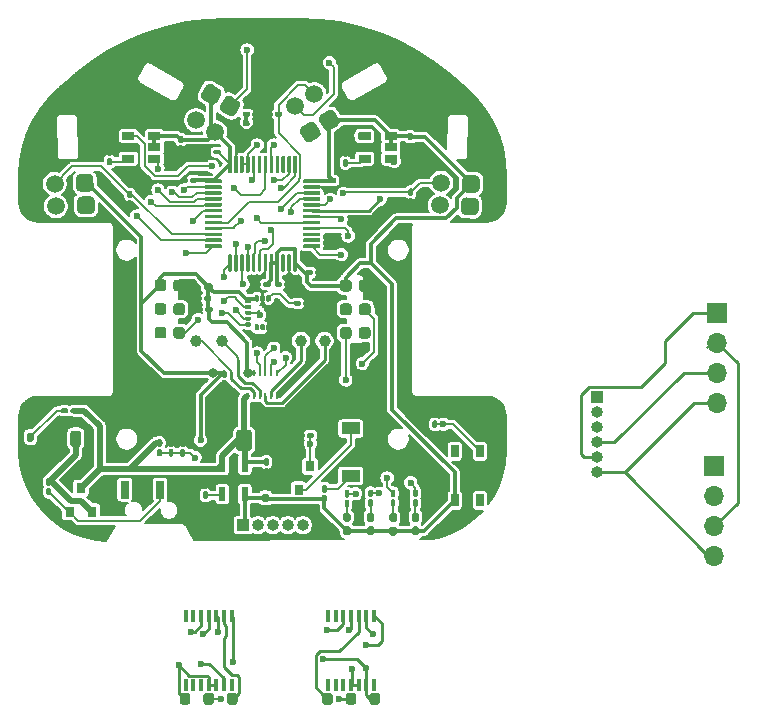
<source format=gtl>
G04 #@! TF.GenerationSoftware,KiCad,Pcbnew,(5.1.7)-1*
G04 #@! TF.CreationDate,2021-12-01T00:11:57+09:00*
G04 #@! TF.ProjectId,lapis,6c617069-732e-46b6-9963-61645f706362,rev?*
G04 #@! TF.SameCoordinates,Original*
G04 #@! TF.FileFunction,Copper,L1,Top*
G04 #@! TF.FilePolarity,Positive*
%FSLAX46Y46*%
G04 Gerber Fmt 4.6, Leading zero omitted, Abs format (unit mm)*
G04 Created by KiCad (PCBNEW (5.1.7)-1) date 2021-12-01 00:11:57*
%MOMM*%
%LPD*%
G01*
G04 APERTURE LIST*
G04 #@! TA.AperFunction,ComponentPad*
%ADD10O,1.700000X1.700000*%
G04 #@! TD*
G04 #@! TA.AperFunction,ComponentPad*
%ADD11R,1.700000X1.700000*%
G04 #@! TD*
G04 #@! TA.AperFunction,ComponentPad*
%ADD12O,1.000000X1.000000*%
G04 #@! TD*
G04 #@! TA.AperFunction,ComponentPad*
%ADD13R,1.000000X1.000000*%
G04 #@! TD*
G04 #@! TA.AperFunction,ComponentPad*
%ADD14C,1.000000*%
G04 #@! TD*
G04 #@! TA.AperFunction,SMDPad,CuDef*
%ADD15R,1.060000X0.650000*%
G04 #@! TD*
G04 #@! TA.AperFunction,SMDPad,CuDef*
%ADD16R,0.650000X1.050000*%
G04 #@! TD*
G04 #@! TA.AperFunction,ComponentPad*
%ADD17C,1.500000*%
G04 #@! TD*
G04 #@! TA.AperFunction,SMDPad,CuDef*
%ADD18R,0.800000X0.900000*%
G04 #@! TD*
G04 #@! TA.AperFunction,SMDPad,CuDef*
%ADD19R,1.600000X1.000000*%
G04 #@! TD*
G04 #@! TA.AperFunction,ComponentPad*
%ADD20O,0.900000X1.400000*%
G04 #@! TD*
G04 #@! TA.AperFunction,SMDPad,CuDef*
%ADD21R,0.450000X1.000000*%
G04 #@! TD*
G04 #@! TA.AperFunction,SMDPad,CuDef*
%ADD22R,0.250000X0.500000*%
G04 #@! TD*
G04 #@! TA.AperFunction,SMDPad,CuDef*
%ADD23R,0.600000X1.200000*%
G04 #@! TD*
G04 #@! TA.AperFunction,SMDPad,CuDef*
%ADD24R,0.700000X1.500000*%
G04 #@! TD*
G04 #@! TA.AperFunction,ViaPad*
%ADD25C,0.600000*%
G04 #@! TD*
G04 #@! TA.AperFunction,ViaPad*
%ADD26C,0.800000*%
G04 #@! TD*
G04 #@! TA.AperFunction,Conductor*
%ADD27C,0.200000*%
G04 #@! TD*
G04 #@! TA.AperFunction,Conductor*
%ADD28C,0.300000*%
G04 #@! TD*
G04 #@! TA.AperFunction,Conductor*
%ADD29C,0.250000*%
G04 #@! TD*
G04 #@! TA.AperFunction,Conductor*
%ADD30C,0.500000*%
G04 #@! TD*
G04 #@! TA.AperFunction,Conductor*
%ADD31C,0.100000*%
G04 #@! TD*
G04 APERTURE END LIST*
G04 #@! TA.AperFunction,SMDPad,CuDef*
G36*
G01*
X158300000Y-119610000D02*
X158100000Y-119610000D01*
G75*
G02*
X158000000Y-119510000I0J100000D01*
G01*
X158000000Y-119075000D01*
G75*
G02*
X158100000Y-118975000I100000J0D01*
G01*
X158300000Y-118975000D01*
G75*
G02*
X158400000Y-119075000I0J-100000D01*
G01*
X158400000Y-119510000D01*
G75*
G02*
X158300000Y-119610000I-100000J0D01*
G01*
G37*
G04 #@! TD.AperFunction*
G04 #@! TA.AperFunction,SMDPad,CuDef*
G36*
G01*
X158300000Y-120425000D02*
X158100000Y-120425000D01*
G75*
G02*
X158000000Y-120325000I0J100000D01*
G01*
X158000000Y-119890000D01*
G75*
G02*
X158100000Y-119790000I100000J0D01*
G01*
X158300000Y-119790000D01*
G75*
G02*
X158400000Y-119890000I0J-100000D01*
G01*
X158400000Y-120325000D01*
G75*
G02*
X158300000Y-120425000I-100000J0D01*
G01*
G37*
G04 #@! TD.AperFunction*
G04 #@! TA.AperFunction,SMDPad,CuDef*
G36*
G01*
X156400000Y-119610000D02*
X156200000Y-119610000D01*
G75*
G02*
X156100000Y-119510000I0J100000D01*
G01*
X156100000Y-119075000D01*
G75*
G02*
X156200000Y-118975000I100000J0D01*
G01*
X156400000Y-118975000D01*
G75*
G02*
X156500000Y-119075000I0J-100000D01*
G01*
X156500000Y-119510000D01*
G75*
G02*
X156400000Y-119610000I-100000J0D01*
G01*
G37*
G04 #@! TD.AperFunction*
G04 #@! TA.AperFunction,SMDPad,CuDef*
G36*
G01*
X156400000Y-120425000D02*
X156200000Y-120425000D01*
G75*
G02*
X156100000Y-120325000I0J100000D01*
G01*
X156100000Y-119890000D01*
G75*
G02*
X156200000Y-119790000I100000J0D01*
G01*
X156400000Y-119790000D01*
G75*
G02*
X156500000Y-119890000I0J-100000D01*
G01*
X156500000Y-120325000D01*
G75*
G02*
X156400000Y-120425000I-100000J0D01*
G01*
G37*
G04 #@! TD.AperFunction*
G04 #@! TA.AperFunction,SMDPad,CuDef*
G36*
G01*
X154500000Y-119610000D02*
X154300000Y-119610000D01*
G75*
G02*
X154200000Y-119510000I0J100000D01*
G01*
X154200000Y-119075000D01*
G75*
G02*
X154300000Y-118975000I100000J0D01*
G01*
X154500000Y-118975000D01*
G75*
G02*
X154600000Y-119075000I0J-100000D01*
G01*
X154600000Y-119510000D01*
G75*
G02*
X154500000Y-119610000I-100000J0D01*
G01*
G37*
G04 #@! TD.AperFunction*
G04 #@! TA.AperFunction,SMDPad,CuDef*
G36*
G01*
X154500000Y-120425000D02*
X154300000Y-120425000D01*
G75*
G02*
X154200000Y-120325000I0J100000D01*
G01*
X154200000Y-119890000D01*
G75*
G02*
X154300000Y-119790000I100000J0D01*
G01*
X154500000Y-119790000D01*
G75*
G02*
X154600000Y-119890000I0J-100000D01*
G01*
X154600000Y-120325000D01*
G75*
G02*
X154500000Y-120425000I-100000J0D01*
G01*
G37*
G04 #@! TD.AperFunction*
G04 #@! TA.AperFunction,SMDPad,CuDef*
G36*
G01*
X152500000Y-119642500D02*
X152300000Y-119642500D01*
G75*
G02*
X152200000Y-119542500I0J100000D01*
G01*
X152200000Y-119107500D01*
G75*
G02*
X152300000Y-119007500I100000J0D01*
G01*
X152500000Y-119007500D01*
G75*
G02*
X152600000Y-119107500I0J-100000D01*
G01*
X152600000Y-119542500D01*
G75*
G02*
X152500000Y-119642500I-100000J0D01*
G01*
G37*
G04 #@! TD.AperFunction*
G04 #@! TA.AperFunction,SMDPad,CuDef*
G36*
G01*
X152500000Y-120457500D02*
X152300000Y-120457500D01*
G75*
G02*
X152200000Y-120357500I0J100000D01*
G01*
X152200000Y-119922500D01*
G75*
G02*
X152300000Y-119822500I100000J0D01*
G01*
X152500000Y-119822500D01*
G75*
G02*
X152600000Y-119922500I0J-100000D01*
G01*
X152600000Y-120357500D01*
G75*
G02*
X152500000Y-120457500I-100000J0D01*
G01*
G37*
G04 #@! TD.AperFunction*
G04 #@! TA.AperFunction,SMDPad,CuDef*
G36*
G01*
X142350000Y-92110000D02*
X142350000Y-90785000D01*
G75*
G02*
X142425000Y-90710000I75000J0D01*
G01*
X142575000Y-90710000D01*
G75*
G02*
X142650000Y-90785000I0J-75000D01*
G01*
X142650000Y-92110000D01*
G75*
G02*
X142575000Y-92185000I-75000J0D01*
G01*
X142425000Y-92185000D01*
G75*
G02*
X142350000Y-92110000I0J75000D01*
G01*
G37*
G04 #@! TD.AperFunction*
G04 #@! TA.AperFunction,SMDPad,CuDef*
G36*
G01*
X142850000Y-92110000D02*
X142850000Y-90785000D01*
G75*
G02*
X142925000Y-90710000I75000J0D01*
G01*
X143075000Y-90710000D01*
G75*
G02*
X143150000Y-90785000I0J-75000D01*
G01*
X143150000Y-92110000D01*
G75*
G02*
X143075000Y-92185000I-75000J0D01*
G01*
X142925000Y-92185000D01*
G75*
G02*
X142850000Y-92110000I0J75000D01*
G01*
G37*
G04 #@! TD.AperFunction*
G04 #@! TA.AperFunction,SMDPad,CuDef*
G36*
G01*
X143350000Y-92110000D02*
X143350000Y-90785000D01*
G75*
G02*
X143425000Y-90710000I75000J0D01*
G01*
X143575000Y-90710000D01*
G75*
G02*
X143650000Y-90785000I0J-75000D01*
G01*
X143650000Y-92110000D01*
G75*
G02*
X143575000Y-92185000I-75000J0D01*
G01*
X143425000Y-92185000D01*
G75*
G02*
X143350000Y-92110000I0J75000D01*
G01*
G37*
G04 #@! TD.AperFunction*
G04 #@! TA.AperFunction,SMDPad,CuDef*
G36*
G01*
X143850000Y-92110000D02*
X143850000Y-90785000D01*
G75*
G02*
X143925000Y-90710000I75000J0D01*
G01*
X144075000Y-90710000D01*
G75*
G02*
X144150000Y-90785000I0J-75000D01*
G01*
X144150000Y-92110000D01*
G75*
G02*
X144075000Y-92185000I-75000J0D01*
G01*
X143925000Y-92185000D01*
G75*
G02*
X143850000Y-92110000I0J75000D01*
G01*
G37*
G04 #@! TD.AperFunction*
G04 #@! TA.AperFunction,SMDPad,CuDef*
G36*
G01*
X144350000Y-92110000D02*
X144350000Y-90785000D01*
G75*
G02*
X144425000Y-90710000I75000J0D01*
G01*
X144575000Y-90710000D01*
G75*
G02*
X144650000Y-90785000I0J-75000D01*
G01*
X144650000Y-92110000D01*
G75*
G02*
X144575000Y-92185000I-75000J0D01*
G01*
X144425000Y-92185000D01*
G75*
G02*
X144350000Y-92110000I0J75000D01*
G01*
G37*
G04 #@! TD.AperFunction*
G04 #@! TA.AperFunction,SMDPad,CuDef*
G36*
G01*
X144850000Y-92110000D02*
X144850000Y-90785000D01*
G75*
G02*
X144925000Y-90710000I75000J0D01*
G01*
X145075000Y-90710000D01*
G75*
G02*
X145150000Y-90785000I0J-75000D01*
G01*
X145150000Y-92110000D01*
G75*
G02*
X145075000Y-92185000I-75000J0D01*
G01*
X144925000Y-92185000D01*
G75*
G02*
X144850000Y-92110000I0J75000D01*
G01*
G37*
G04 #@! TD.AperFunction*
G04 #@! TA.AperFunction,SMDPad,CuDef*
G36*
G01*
X145350000Y-92110000D02*
X145350000Y-90785000D01*
G75*
G02*
X145425000Y-90710000I75000J0D01*
G01*
X145575000Y-90710000D01*
G75*
G02*
X145650000Y-90785000I0J-75000D01*
G01*
X145650000Y-92110000D01*
G75*
G02*
X145575000Y-92185000I-75000J0D01*
G01*
X145425000Y-92185000D01*
G75*
G02*
X145350000Y-92110000I0J75000D01*
G01*
G37*
G04 #@! TD.AperFunction*
G04 #@! TA.AperFunction,SMDPad,CuDef*
G36*
G01*
X145850000Y-92110000D02*
X145850000Y-90785000D01*
G75*
G02*
X145925000Y-90710000I75000J0D01*
G01*
X146075000Y-90710000D01*
G75*
G02*
X146150000Y-90785000I0J-75000D01*
G01*
X146150000Y-92110000D01*
G75*
G02*
X146075000Y-92185000I-75000J0D01*
G01*
X145925000Y-92185000D01*
G75*
G02*
X145850000Y-92110000I0J75000D01*
G01*
G37*
G04 #@! TD.AperFunction*
G04 #@! TA.AperFunction,SMDPad,CuDef*
G36*
G01*
X146350000Y-92110000D02*
X146350000Y-90785000D01*
G75*
G02*
X146425000Y-90710000I75000J0D01*
G01*
X146575000Y-90710000D01*
G75*
G02*
X146650000Y-90785000I0J-75000D01*
G01*
X146650000Y-92110000D01*
G75*
G02*
X146575000Y-92185000I-75000J0D01*
G01*
X146425000Y-92185000D01*
G75*
G02*
X146350000Y-92110000I0J75000D01*
G01*
G37*
G04 #@! TD.AperFunction*
G04 #@! TA.AperFunction,SMDPad,CuDef*
G36*
G01*
X146850000Y-92110000D02*
X146850000Y-90785000D01*
G75*
G02*
X146925000Y-90710000I75000J0D01*
G01*
X147075000Y-90710000D01*
G75*
G02*
X147150000Y-90785000I0J-75000D01*
G01*
X147150000Y-92110000D01*
G75*
G02*
X147075000Y-92185000I-75000J0D01*
G01*
X146925000Y-92185000D01*
G75*
G02*
X146850000Y-92110000I0J75000D01*
G01*
G37*
G04 #@! TD.AperFunction*
G04 #@! TA.AperFunction,SMDPad,CuDef*
G36*
G01*
X147350000Y-92110000D02*
X147350000Y-90785000D01*
G75*
G02*
X147425000Y-90710000I75000J0D01*
G01*
X147575000Y-90710000D01*
G75*
G02*
X147650000Y-90785000I0J-75000D01*
G01*
X147650000Y-92110000D01*
G75*
G02*
X147575000Y-92185000I-75000J0D01*
G01*
X147425000Y-92185000D01*
G75*
G02*
X147350000Y-92110000I0J75000D01*
G01*
G37*
G04 #@! TD.AperFunction*
G04 #@! TA.AperFunction,SMDPad,CuDef*
G36*
G01*
X147850000Y-92110000D02*
X147850000Y-90785000D01*
G75*
G02*
X147925000Y-90710000I75000J0D01*
G01*
X148075000Y-90710000D01*
G75*
G02*
X148150000Y-90785000I0J-75000D01*
G01*
X148150000Y-92110000D01*
G75*
G02*
X148075000Y-92185000I-75000J0D01*
G01*
X147925000Y-92185000D01*
G75*
G02*
X147850000Y-92110000I0J75000D01*
G01*
G37*
G04 #@! TD.AperFunction*
G04 #@! TA.AperFunction,SMDPad,CuDef*
G36*
G01*
X148675000Y-92935000D02*
X148675000Y-92785000D01*
G75*
G02*
X148750000Y-92710000I75000J0D01*
G01*
X150075000Y-92710000D01*
G75*
G02*
X150150000Y-92785000I0J-75000D01*
G01*
X150150000Y-92935000D01*
G75*
G02*
X150075000Y-93010000I-75000J0D01*
G01*
X148750000Y-93010000D01*
G75*
G02*
X148675000Y-92935000I0J75000D01*
G01*
G37*
G04 #@! TD.AperFunction*
G04 #@! TA.AperFunction,SMDPad,CuDef*
G36*
G01*
X148675000Y-93435000D02*
X148675000Y-93285000D01*
G75*
G02*
X148750000Y-93210000I75000J0D01*
G01*
X150075000Y-93210000D01*
G75*
G02*
X150150000Y-93285000I0J-75000D01*
G01*
X150150000Y-93435000D01*
G75*
G02*
X150075000Y-93510000I-75000J0D01*
G01*
X148750000Y-93510000D01*
G75*
G02*
X148675000Y-93435000I0J75000D01*
G01*
G37*
G04 #@! TD.AperFunction*
G04 #@! TA.AperFunction,SMDPad,CuDef*
G36*
G01*
X148675000Y-93935000D02*
X148675000Y-93785000D01*
G75*
G02*
X148750000Y-93710000I75000J0D01*
G01*
X150075000Y-93710000D01*
G75*
G02*
X150150000Y-93785000I0J-75000D01*
G01*
X150150000Y-93935000D01*
G75*
G02*
X150075000Y-94010000I-75000J0D01*
G01*
X148750000Y-94010000D01*
G75*
G02*
X148675000Y-93935000I0J75000D01*
G01*
G37*
G04 #@! TD.AperFunction*
G04 #@! TA.AperFunction,SMDPad,CuDef*
G36*
G01*
X148675000Y-94435000D02*
X148675000Y-94285000D01*
G75*
G02*
X148750000Y-94210000I75000J0D01*
G01*
X150075000Y-94210000D01*
G75*
G02*
X150150000Y-94285000I0J-75000D01*
G01*
X150150000Y-94435000D01*
G75*
G02*
X150075000Y-94510000I-75000J0D01*
G01*
X148750000Y-94510000D01*
G75*
G02*
X148675000Y-94435000I0J75000D01*
G01*
G37*
G04 #@! TD.AperFunction*
G04 #@! TA.AperFunction,SMDPad,CuDef*
G36*
G01*
X148675000Y-94935000D02*
X148675000Y-94785000D01*
G75*
G02*
X148750000Y-94710000I75000J0D01*
G01*
X150075000Y-94710000D01*
G75*
G02*
X150150000Y-94785000I0J-75000D01*
G01*
X150150000Y-94935000D01*
G75*
G02*
X150075000Y-95010000I-75000J0D01*
G01*
X148750000Y-95010000D01*
G75*
G02*
X148675000Y-94935000I0J75000D01*
G01*
G37*
G04 #@! TD.AperFunction*
G04 #@! TA.AperFunction,SMDPad,CuDef*
G36*
G01*
X148675000Y-95435000D02*
X148675000Y-95285000D01*
G75*
G02*
X148750000Y-95210000I75000J0D01*
G01*
X150075000Y-95210000D01*
G75*
G02*
X150150000Y-95285000I0J-75000D01*
G01*
X150150000Y-95435000D01*
G75*
G02*
X150075000Y-95510000I-75000J0D01*
G01*
X148750000Y-95510000D01*
G75*
G02*
X148675000Y-95435000I0J75000D01*
G01*
G37*
G04 #@! TD.AperFunction*
G04 #@! TA.AperFunction,SMDPad,CuDef*
G36*
G01*
X148675000Y-95935000D02*
X148675000Y-95785000D01*
G75*
G02*
X148750000Y-95710000I75000J0D01*
G01*
X150075000Y-95710000D01*
G75*
G02*
X150150000Y-95785000I0J-75000D01*
G01*
X150150000Y-95935000D01*
G75*
G02*
X150075000Y-96010000I-75000J0D01*
G01*
X148750000Y-96010000D01*
G75*
G02*
X148675000Y-95935000I0J75000D01*
G01*
G37*
G04 #@! TD.AperFunction*
G04 #@! TA.AperFunction,SMDPad,CuDef*
G36*
G01*
X148675000Y-96435000D02*
X148675000Y-96285000D01*
G75*
G02*
X148750000Y-96210000I75000J0D01*
G01*
X150075000Y-96210000D01*
G75*
G02*
X150150000Y-96285000I0J-75000D01*
G01*
X150150000Y-96435000D01*
G75*
G02*
X150075000Y-96510000I-75000J0D01*
G01*
X148750000Y-96510000D01*
G75*
G02*
X148675000Y-96435000I0J75000D01*
G01*
G37*
G04 #@! TD.AperFunction*
G04 #@! TA.AperFunction,SMDPad,CuDef*
G36*
G01*
X148675000Y-96935000D02*
X148675000Y-96785000D01*
G75*
G02*
X148750000Y-96710000I75000J0D01*
G01*
X150075000Y-96710000D01*
G75*
G02*
X150150000Y-96785000I0J-75000D01*
G01*
X150150000Y-96935000D01*
G75*
G02*
X150075000Y-97010000I-75000J0D01*
G01*
X148750000Y-97010000D01*
G75*
G02*
X148675000Y-96935000I0J75000D01*
G01*
G37*
G04 #@! TD.AperFunction*
G04 #@! TA.AperFunction,SMDPad,CuDef*
G36*
G01*
X148675000Y-97435000D02*
X148675000Y-97285000D01*
G75*
G02*
X148750000Y-97210000I75000J0D01*
G01*
X150075000Y-97210000D01*
G75*
G02*
X150150000Y-97285000I0J-75000D01*
G01*
X150150000Y-97435000D01*
G75*
G02*
X150075000Y-97510000I-75000J0D01*
G01*
X148750000Y-97510000D01*
G75*
G02*
X148675000Y-97435000I0J75000D01*
G01*
G37*
G04 #@! TD.AperFunction*
G04 #@! TA.AperFunction,SMDPad,CuDef*
G36*
G01*
X148675000Y-97935000D02*
X148675000Y-97785000D01*
G75*
G02*
X148750000Y-97710000I75000J0D01*
G01*
X150075000Y-97710000D01*
G75*
G02*
X150150000Y-97785000I0J-75000D01*
G01*
X150150000Y-97935000D01*
G75*
G02*
X150075000Y-98010000I-75000J0D01*
G01*
X148750000Y-98010000D01*
G75*
G02*
X148675000Y-97935000I0J75000D01*
G01*
G37*
G04 #@! TD.AperFunction*
G04 #@! TA.AperFunction,SMDPad,CuDef*
G36*
G01*
X148675000Y-98435000D02*
X148675000Y-98285000D01*
G75*
G02*
X148750000Y-98210000I75000J0D01*
G01*
X150075000Y-98210000D01*
G75*
G02*
X150150000Y-98285000I0J-75000D01*
G01*
X150150000Y-98435000D01*
G75*
G02*
X150075000Y-98510000I-75000J0D01*
G01*
X148750000Y-98510000D01*
G75*
G02*
X148675000Y-98435000I0J75000D01*
G01*
G37*
G04 #@! TD.AperFunction*
G04 #@! TA.AperFunction,SMDPad,CuDef*
G36*
G01*
X147850000Y-100435000D02*
X147850000Y-99110000D01*
G75*
G02*
X147925000Y-99035000I75000J0D01*
G01*
X148075000Y-99035000D01*
G75*
G02*
X148150000Y-99110000I0J-75000D01*
G01*
X148150000Y-100435000D01*
G75*
G02*
X148075000Y-100510000I-75000J0D01*
G01*
X147925000Y-100510000D01*
G75*
G02*
X147850000Y-100435000I0J75000D01*
G01*
G37*
G04 #@! TD.AperFunction*
G04 #@! TA.AperFunction,SMDPad,CuDef*
G36*
G01*
X147350000Y-100435000D02*
X147350000Y-99110000D01*
G75*
G02*
X147425000Y-99035000I75000J0D01*
G01*
X147575000Y-99035000D01*
G75*
G02*
X147650000Y-99110000I0J-75000D01*
G01*
X147650000Y-100435000D01*
G75*
G02*
X147575000Y-100510000I-75000J0D01*
G01*
X147425000Y-100510000D01*
G75*
G02*
X147350000Y-100435000I0J75000D01*
G01*
G37*
G04 #@! TD.AperFunction*
G04 #@! TA.AperFunction,SMDPad,CuDef*
G36*
G01*
X146850000Y-100435000D02*
X146850000Y-99110000D01*
G75*
G02*
X146925000Y-99035000I75000J0D01*
G01*
X147075000Y-99035000D01*
G75*
G02*
X147150000Y-99110000I0J-75000D01*
G01*
X147150000Y-100435000D01*
G75*
G02*
X147075000Y-100510000I-75000J0D01*
G01*
X146925000Y-100510000D01*
G75*
G02*
X146850000Y-100435000I0J75000D01*
G01*
G37*
G04 #@! TD.AperFunction*
G04 #@! TA.AperFunction,SMDPad,CuDef*
G36*
G01*
X146350000Y-100435000D02*
X146350000Y-99110000D01*
G75*
G02*
X146425000Y-99035000I75000J0D01*
G01*
X146575000Y-99035000D01*
G75*
G02*
X146650000Y-99110000I0J-75000D01*
G01*
X146650000Y-100435000D01*
G75*
G02*
X146575000Y-100510000I-75000J0D01*
G01*
X146425000Y-100510000D01*
G75*
G02*
X146350000Y-100435000I0J75000D01*
G01*
G37*
G04 #@! TD.AperFunction*
G04 #@! TA.AperFunction,SMDPad,CuDef*
G36*
G01*
X145850000Y-100435000D02*
X145850000Y-99110000D01*
G75*
G02*
X145925000Y-99035000I75000J0D01*
G01*
X146075000Y-99035000D01*
G75*
G02*
X146150000Y-99110000I0J-75000D01*
G01*
X146150000Y-100435000D01*
G75*
G02*
X146075000Y-100510000I-75000J0D01*
G01*
X145925000Y-100510000D01*
G75*
G02*
X145850000Y-100435000I0J75000D01*
G01*
G37*
G04 #@! TD.AperFunction*
G04 #@! TA.AperFunction,SMDPad,CuDef*
G36*
G01*
X145350000Y-100435000D02*
X145350000Y-99110000D01*
G75*
G02*
X145425000Y-99035000I75000J0D01*
G01*
X145575000Y-99035000D01*
G75*
G02*
X145650000Y-99110000I0J-75000D01*
G01*
X145650000Y-100435000D01*
G75*
G02*
X145575000Y-100510000I-75000J0D01*
G01*
X145425000Y-100510000D01*
G75*
G02*
X145350000Y-100435000I0J75000D01*
G01*
G37*
G04 #@! TD.AperFunction*
G04 #@! TA.AperFunction,SMDPad,CuDef*
G36*
G01*
X144850000Y-100435000D02*
X144850000Y-99110000D01*
G75*
G02*
X144925000Y-99035000I75000J0D01*
G01*
X145075000Y-99035000D01*
G75*
G02*
X145150000Y-99110000I0J-75000D01*
G01*
X145150000Y-100435000D01*
G75*
G02*
X145075000Y-100510000I-75000J0D01*
G01*
X144925000Y-100510000D01*
G75*
G02*
X144850000Y-100435000I0J75000D01*
G01*
G37*
G04 #@! TD.AperFunction*
G04 #@! TA.AperFunction,SMDPad,CuDef*
G36*
G01*
X144350000Y-100435000D02*
X144350000Y-99110000D01*
G75*
G02*
X144425000Y-99035000I75000J0D01*
G01*
X144575000Y-99035000D01*
G75*
G02*
X144650000Y-99110000I0J-75000D01*
G01*
X144650000Y-100435000D01*
G75*
G02*
X144575000Y-100510000I-75000J0D01*
G01*
X144425000Y-100510000D01*
G75*
G02*
X144350000Y-100435000I0J75000D01*
G01*
G37*
G04 #@! TD.AperFunction*
G04 #@! TA.AperFunction,SMDPad,CuDef*
G36*
G01*
X143850000Y-100435000D02*
X143850000Y-99110000D01*
G75*
G02*
X143925000Y-99035000I75000J0D01*
G01*
X144075000Y-99035000D01*
G75*
G02*
X144150000Y-99110000I0J-75000D01*
G01*
X144150000Y-100435000D01*
G75*
G02*
X144075000Y-100510000I-75000J0D01*
G01*
X143925000Y-100510000D01*
G75*
G02*
X143850000Y-100435000I0J75000D01*
G01*
G37*
G04 #@! TD.AperFunction*
G04 #@! TA.AperFunction,SMDPad,CuDef*
G36*
G01*
X143350000Y-100435000D02*
X143350000Y-99110000D01*
G75*
G02*
X143425000Y-99035000I75000J0D01*
G01*
X143575000Y-99035000D01*
G75*
G02*
X143650000Y-99110000I0J-75000D01*
G01*
X143650000Y-100435000D01*
G75*
G02*
X143575000Y-100510000I-75000J0D01*
G01*
X143425000Y-100510000D01*
G75*
G02*
X143350000Y-100435000I0J75000D01*
G01*
G37*
G04 #@! TD.AperFunction*
G04 #@! TA.AperFunction,SMDPad,CuDef*
G36*
G01*
X142850000Y-100435000D02*
X142850000Y-99110000D01*
G75*
G02*
X142925000Y-99035000I75000J0D01*
G01*
X143075000Y-99035000D01*
G75*
G02*
X143150000Y-99110000I0J-75000D01*
G01*
X143150000Y-100435000D01*
G75*
G02*
X143075000Y-100510000I-75000J0D01*
G01*
X142925000Y-100510000D01*
G75*
G02*
X142850000Y-100435000I0J75000D01*
G01*
G37*
G04 #@! TD.AperFunction*
G04 #@! TA.AperFunction,SMDPad,CuDef*
G36*
G01*
X142350000Y-100435000D02*
X142350000Y-99110000D01*
G75*
G02*
X142425000Y-99035000I75000J0D01*
G01*
X142575000Y-99035000D01*
G75*
G02*
X142650000Y-99110000I0J-75000D01*
G01*
X142650000Y-100435000D01*
G75*
G02*
X142575000Y-100510000I-75000J0D01*
G01*
X142425000Y-100510000D01*
G75*
G02*
X142350000Y-100435000I0J75000D01*
G01*
G37*
G04 #@! TD.AperFunction*
G04 #@! TA.AperFunction,SMDPad,CuDef*
G36*
G01*
X140350000Y-98435000D02*
X140350000Y-98285000D01*
G75*
G02*
X140425000Y-98210000I75000J0D01*
G01*
X141750000Y-98210000D01*
G75*
G02*
X141825000Y-98285000I0J-75000D01*
G01*
X141825000Y-98435000D01*
G75*
G02*
X141750000Y-98510000I-75000J0D01*
G01*
X140425000Y-98510000D01*
G75*
G02*
X140350000Y-98435000I0J75000D01*
G01*
G37*
G04 #@! TD.AperFunction*
G04 #@! TA.AperFunction,SMDPad,CuDef*
G36*
G01*
X140350000Y-97935000D02*
X140350000Y-97785000D01*
G75*
G02*
X140425000Y-97710000I75000J0D01*
G01*
X141750000Y-97710000D01*
G75*
G02*
X141825000Y-97785000I0J-75000D01*
G01*
X141825000Y-97935000D01*
G75*
G02*
X141750000Y-98010000I-75000J0D01*
G01*
X140425000Y-98010000D01*
G75*
G02*
X140350000Y-97935000I0J75000D01*
G01*
G37*
G04 #@! TD.AperFunction*
G04 #@! TA.AperFunction,SMDPad,CuDef*
G36*
G01*
X140350000Y-97435000D02*
X140350000Y-97285000D01*
G75*
G02*
X140425000Y-97210000I75000J0D01*
G01*
X141750000Y-97210000D01*
G75*
G02*
X141825000Y-97285000I0J-75000D01*
G01*
X141825000Y-97435000D01*
G75*
G02*
X141750000Y-97510000I-75000J0D01*
G01*
X140425000Y-97510000D01*
G75*
G02*
X140350000Y-97435000I0J75000D01*
G01*
G37*
G04 #@! TD.AperFunction*
G04 #@! TA.AperFunction,SMDPad,CuDef*
G36*
G01*
X140350000Y-96935000D02*
X140350000Y-96785000D01*
G75*
G02*
X140425000Y-96710000I75000J0D01*
G01*
X141750000Y-96710000D01*
G75*
G02*
X141825000Y-96785000I0J-75000D01*
G01*
X141825000Y-96935000D01*
G75*
G02*
X141750000Y-97010000I-75000J0D01*
G01*
X140425000Y-97010000D01*
G75*
G02*
X140350000Y-96935000I0J75000D01*
G01*
G37*
G04 #@! TD.AperFunction*
G04 #@! TA.AperFunction,SMDPad,CuDef*
G36*
G01*
X140350000Y-96435000D02*
X140350000Y-96285000D01*
G75*
G02*
X140425000Y-96210000I75000J0D01*
G01*
X141750000Y-96210000D01*
G75*
G02*
X141825000Y-96285000I0J-75000D01*
G01*
X141825000Y-96435000D01*
G75*
G02*
X141750000Y-96510000I-75000J0D01*
G01*
X140425000Y-96510000D01*
G75*
G02*
X140350000Y-96435000I0J75000D01*
G01*
G37*
G04 #@! TD.AperFunction*
G04 #@! TA.AperFunction,SMDPad,CuDef*
G36*
G01*
X140350000Y-95935000D02*
X140350000Y-95785000D01*
G75*
G02*
X140425000Y-95710000I75000J0D01*
G01*
X141750000Y-95710000D01*
G75*
G02*
X141825000Y-95785000I0J-75000D01*
G01*
X141825000Y-95935000D01*
G75*
G02*
X141750000Y-96010000I-75000J0D01*
G01*
X140425000Y-96010000D01*
G75*
G02*
X140350000Y-95935000I0J75000D01*
G01*
G37*
G04 #@! TD.AperFunction*
G04 #@! TA.AperFunction,SMDPad,CuDef*
G36*
G01*
X140350000Y-95435000D02*
X140350000Y-95285000D01*
G75*
G02*
X140425000Y-95210000I75000J0D01*
G01*
X141750000Y-95210000D01*
G75*
G02*
X141825000Y-95285000I0J-75000D01*
G01*
X141825000Y-95435000D01*
G75*
G02*
X141750000Y-95510000I-75000J0D01*
G01*
X140425000Y-95510000D01*
G75*
G02*
X140350000Y-95435000I0J75000D01*
G01*
G37*
G04 #@! TD.AperFunction*
G04 #@! TA.AperFunction,SMDPad,CuDef*
G36*
G01*
X140350000Y-94935000D02*
X140350000Y-94785000D01*
G75*
G02*
X140425000Y-94710000I75000J0D01*
G01*
X141750000Y-94710000D01*
G75*
G02*
X141825000Y-94785000I0J-75000D01*
G01*
X141825000Y-94935000D01*
G75*
G02*
X141750000Y-95010000I-75000J0D01*
G01*
X140425000Y-95010000D01*
G75*
G02*
X140350000Y-94935000I0J75000D01*
G01*
G37*
G04 #@! TD.AperFunction*
G04 #@! TA.AperFunction,SMDPad,CuDef*
G36*
G01*
X140350000Y-94435000D02*
X140350000Y-94285000D01*
G75*
G02*
X140425000Y-94210000I75000J0D01*
G01*
X141750000Y-94210000D01*
G75*
G02*
X141825000Y-94285000I0J-75000D01*
G01*
X141825000Y-94435000D01*
G75*
G02*
X141750000Y-94510000I-75000J0D01*
G01*
X140425000Y-94510000D01*
G75*
G02*
X140350000Y-94435000I0J75000D01*
G01*
G37*
G04 #@! TD.AperFunction*
G04 #@! TA.AperFunction,SMDPad,CuDef*
G36*
G01*
X140350000Y-93935000D02*
X140350000Y-93785000D01*
G75*
G02*
X140425000Y-93710000I75000J0D01*
G01*
X141750000Y-93710000D01*
G75*
G02*
X141825000Y-93785000I0J-75000D01*
G01*
X141825000Y-93935000D01*
G75*
G02*
X141750000Y-94010000I-75000J0D01*
G01*
X140425000Y-94010000D01*
G75*
G02*
X140350000Y-93935000I0J75000D01*
G01*
G37*
G04 #@! TD.AperFunction*
G04 #@! TA.AperFunction,SMDPad,CuDef*
G36*
G01*
X140350000Y-93435000D02*
X140350000Y-93285000D01*
G75*
G02*
X140425000Y-93210000I75000J0D01*
G01*
X141750000Y-93210000D01*
G75*
G02*
X141825000Y-93285000I0J-75000D01*
G01*
X141825000Y-93435000D01*
G75*
G02*
X141750000Y-93510000I-75000J0D01*
G01*
X140425000Y-93510000D01*
G75*
G02*
X140350000Y-93435000I0J75000D01*
G01*
G37*
G04 #@! TD.AperFunction*
G04 #@! TA.AperFunction,SMDPad,CuDef*
G36*
G01*
X140350000Y-92935000D02*
X140350000Y-92785000D01*
G75*
G02*
X140425000Y-92710000I75000J0D01*
G01*
X141750000Y-92710000D01*
G75*
G02*
X141825000Y-92785000I0J-75000D01*
G01*
X141825000Y-92935000D01*
G75*
G02*
X141750000Y-93010000I-75000J0D01*
G01*
X140425000Y-93010000D01*
G75*
G02*
X140350000Y-92935000I0J75000D01*
G01*
G37*
G04 #@! TD.AperFunction*
G04 #@! TA.AperFunction,SMDPad,CuDef*
G36*
G01*
X149697500Y-100700000D02*
X149697500Y-100500000D01*
G75*
G02*
X149797500Y-100400000I100000J0D01*
G01*
X150232500Y-100400000D01*
G75*
G02*
X150332500Y-100500000I0J-100000D01*
G01*
X150332500Y-100700000D01*
G75*
G02*
X150232500Y-100800000I-100000J0D01*
G01*
X149797500Y-100800000D01*
G75*
G02*
X149697500Y-100700000I0J100000D01*
G01*
G37*
G04 #@! TD.AperFunction*
G04 #@! TA.AperFunction,SMDPad,CuDef*
G36*
G01*
X148882500Y-100700000D02*
X148882500Y-100500000D01*
G75*
G02*
X148982500Y-100400000I100000J0D01*
G01*
X149417500Y-100400000D01*
G75*
G02*
X149517500Y-100500000I0J-100000D01*
G01*
X149517500Y-100700000D01*
G75*
G02*
X149417500Y-100800000I-100000J0D01*
G01*
X148982500Y-100800000D01*
G75*
G02*
X148882500Y-100700000I0J100000D01*
G01*
G37*
G04 #@! TD.AperFunction*
D10*
X183500000Y-124620000D03*
X183500000Y-122080000D03*
X183500000Y-119540000D03*
D11*
X183500000Y-117000000D03*
D10*
X183750000Y-111620000D03*
X183750000Y-109080000D03*
X183750000Y-106540000D03*
D11*
X183750000Y-104000000D03*
D12*
X173550000Y-117525000D03*
X173550000Y-116255000D03*
X173550000Y-114985000D03*
X173550000Y-113715000D03*
X173550000Y-112445000D03*
D13*
X173550000Y-111175000D03*
G04 #@! TA.AperFunction,SMDPad,CuDef*
G36*
G01*
X140110000Y-102700000D02*
X140110000Y-102900000D01*
G75*
G02*
X140010000Y-103000000I-100000J0D01*
G01*
X139575000Y-103000000D01*
G75*
G02*
X139475000Y-102900000I0J100000D01*
G01*
X139475000Y-102700000D01*
G75*
G02*
X139575000Y-102600000I100000J0D01*
G01*
X140010000Y-102600000D01*
G75*
G02*
X140110000Y-102700000I0J-100000D01*
G01*
G37*
G04 #@! TD.AperFunction*
G04 #@! TA.AperFunction,SMDPad,CuDef*
G36*
G01*
X140925000Y-102700000D02*
X140925000Y-102900000D01*
G75*
G02*
X140825000Y-103000000I-100000J0D01*
G01*
X140390000Y-103000000D01*
G75*
G02*
X140290000Y-102900000I0J100000D01*
G01*
X140290000Y-102700000D01*
G75*
G02*
X140390000Y-102600000I100000J0D01*
G01*
X140825000Y-102600000D01*
G75*
G02*
X140925000Y-102700000I0J-100000D01*
G01*
G37*
G04 #@! TD.AperFunction*
X143580000Y-121990000D03*
D12*
X144850000Y-121990000D03*
X146120000Y-121990000D03*
X147390000Y-121990000D03*
X148660000Y-121990000D03*
X149930000Y-121990000D03*
G04 #@! TA.AperFunction,SMDPad,CuDef*
G36*
G01*
X145110000Y-101500000D02*
X145110000Y-101700000D01*
G75*
G02*
X145010000Y-101800000I-100000J0D01*
G01*
X144575000Y-101800000D01*
G75*
G02*
X144475000Y-101700000I0J100000D01*
G01*
X144475000Y-101500000D01*
G75*
G02*
X144575000Y-101400000I100000J0D01*
G01*
X145010000Y-101400000D01*
G75*
G02*
X145110000Y-101500000I0J-100000D01*
G01*
G37*
G04 #@! TD.AperFunction*
G04 #@! TA.AperFunction,SMDPad,CuDef*
G36*
G01*
X145925000Y-101500000D02*
X145925000Y-101700000D01*
G75*
G02*
X145825000Y-101800000I-100000J0D01*
G01*
X145390000Y-101800000D01*
G75*
G02*
X145290000Y-101700000I0J100000D01*
G01*
X145290000Y-101500000D01*
G75*
G02*
X145390000Y-101400000I100000J0D01*
G01*
X145825000Y-101400000D01*
G75*
G02*
X145925000Y-101500000I0J-100000D01*
G01*
G37*
G04 #@! TD.AperFunction*
G04 #@! TA.AperFunction,SMDPad,CuDef*
G36*
G01*
X138910000Y-92700000D02*
X138910000Y-92900000D01*
G75*
G02*
X138810000Y-93000000I-100000J0D01*
G01*
X138375000Y-93000000D01*
G75*
G02*
X138275000Y-92900000I0J100000D01*
G01*
X138275000Y-92700000D01*
G75*
G02*
X138375000Y-92600000I100000J0D01*
G01*
X138810000Y-92600000D01*
G75*
G02*
X138910000Y-92700000I0J-100000D01*
G01*
G37*
G04 #@! TD.AperFunction*
G04 #@! TA.AperFunction,SMDPad,CuDef*
G36*
G01*
X139725000Y-92700000D02*
X139725000Y-92900000D01*
G75*
G02*
X139625000Y-93000000I-100000J0D01*
G01*
X139190000Y-93000000D01*
G75*
G02*
X139090000Y-92900000I0J100000D01*
G01*
X139090000Y-92700000D01*
G75*
G02*
X139190000Y-92600000I100000J0D01*
G01*
X139625000Y-92600000D01*
G75*
G02*
X139725000Y-92700000I0J-100000D01*
G01*
G37*
G04 #@! TD.AperFunction*
G04 #@! TA.AperFunction,SMDPad,CuDef*
G36*
G01*
X147090000Y-101700000D02*
X147090000Y-101500000D01*
G75*
G02*
X147190000Y-101400000I100000J0D01*
G01*
X147625000Y-101400000D01*
G75*
G02*
X147725000Y-101500000I0J-100000D01*
G01*
X147725000Y-101700000D01*
G75*
G02*
X147625000Y-101800000I-100000J0D01*
G01*
X147190000Y-101800000D01*
G75*
G02*
X147090000Y-101700000I0J100000D01*
G01*
G37*
G04 #@! TD.AperFunction*
G04 #@! TA.AperFunction,SMDPad,CuDef*
G36*
G01*
X146275000Y-101700000D02*
X146275000Y-101500000D01*
G75*
G02*
X146375000Y-101400000I100000J0D01*
G01*
X146810000Y-101400000D01*
G75*
G02*
X146910000Y-101500000I0J-100000D01*
G01*
X146910000Y-101700000D01*
G75*
G02*
X146810000Y-101800000I-100000J0D01*
G01*
X146375000Y-101800000D01*
G75*
G02*
X146275000Y-101700000I0J100000D01*
G01*
G37*
G04 #@! TD.AperFunction*
G04 #@! TA.AperFunction,SMDPad,CuDef*
G36*
G01*
X151690000Y-92900000D02*
X151690000Y-92700000D01*
G75*
G02*
X151790000Y-92600000I100000J0D01*
G01*
X152225000Y-92600000D01*
G75*
G02*
X152325000Y-92700000I0J-100000D01*
G01*
X152325000Y-92900000D01*
G75*
G02*
X152225000Y-93000000I-100000J0D01*
G01*
X151790000Y-93000000D01*
G75*
G02*
X151690000Y-92900000I0J100000D01*
G01*
G37*
G04 #@! TD.AperFunction*
G04 #@! TA.AperFunction,SMDPad,CuDef*
G36*
G01*
X150875000Y-92900000D02*
X150875000Y-92700000D01*
G75*
G02*
X150975000Y-92600000I100000J0D01*
G01*
X151410000Y-92600000D01*
G75*
G02*
X151510000Y-92700000I0J-100000D01*
G01*
X151510000Y-92900000D01*
G75*
G02*
X151410000Y-93000000I-100000J0D01*
G01*
X150975000Y-93000000D01*
G75*
G02*
X150875000Y-92900000I0J100000D01*
G01*
G37*
G04 #@! TD.AperFunction*
G04 #@! TA.AperFunction,SMDPad,CuDef*
G36*
G01*
X140910000Y-90300000D02*
X140910000Y-90500000D01*
G75*
G02*
X140810000Y-90600000I-100000J0D01*
G01*
X140375000Y-90600000D01*
G75*
G02*
X140275000Y-90500000I0J100000D01*
G01*
X140275000Y-90300000D01*
G75*
G02*
X140375000Y-90200000I100000J0D01*
G01*
X140810000Y-90200000D01*
G75*
G02*
X140910000Y-90300000I0J-100000D01*
G01*
G37*
G04 #@! TD.AperFunction*
G04 #@! TA.AperFunction,SMDPad,CuDef*
G36*
G01*
X141725000Y-90300000D02*
X141725000Y-90500000D01*
G75*
G02*
X141625000Y-90600000I-100000J0D01*
G01*
X141190000Y-90600000D01*
G75*
G02*
X141090000Y-90500000I0J100000D01*
G01*
X141090000Y-90300000D01*
G75*
G02*
X141190000Y-90200000I100000J0D01*
G01*
X141625000Y-90200000D01*
G75*
G02*
X141725000Y-90300000I0J-100000D01*
G01*
G37*
G04 #@! TD.AperFunction*
G04 #@! TA.AperFunction,SMDPad,CuDef*
G36*
G01*
X144575000Y-102962500D02*
X144575000Y-102587500D01*
G75*
G02*
X144662500Y-102500000I87500J0D01*
G01*
X144837500Y-102500000D01*
G75*
G02*
X144925000Y-102587500I0J-87500D01*
G01*
X144925000Y-102962500D01*
G75*
G02*
X144837500Y-103050000I-87500J0D01*
G01*
X144662500Y-103050000D01*
G75*
G02*
X144575000Y-102962500I0J87500D01*
G01*
G37*
G04 #@! TD.AperFunction*
G04 #@! TA.AperFunction,SMDPad,CuDef*
G36*
G01*
X145075000Y-102962500D02*
X145075000Y-102587500D01*
G75*
G02*
X145162500Y-102500000I87500J0D01*
G01*
X145337500Y-102500000D01*
G75*
G02*
X145425000Y-102587500I0J-87500D01*
G01*
X145425000Y-102962500D01*
G75*
G02*
X145337500Y-103050000I-87500J0D01*
G01*
X145162500Y-103050000D01*
G75*
G02*
X145075000Y-102962500I0J87500D01*
G01*
G37*
G04 #@! TD.AperFunction*
G04 #@! TA.AperFunction,SMDPad,CuDef*
G36*
G01*
X145575000Y-102962500D02*
X145575000Y-102587500D01*
G75*
G02*
X145662500Y-102500000I87500J0D01*
G01*
X145837500Y-102500000D01*
G75*
G02*
X145925000Y-102587500I0J-87500D01*
G01*
X145925000Y-102962500D01*
G75*
G02*
X145837500Y-103050000I-87500J0D01*
G01*
X145662500Y-103050000D01*
G75*
G02*
X145575000Y-102962500I0J87500D01*
G01*
G37*
G04 #@! TD.AperFunction*
G04 #@! TA.AperFunction,SMDPad,CuDef*
G36*
G01*
X146200000Y-103087500D02*
X146200000Y-102912500D01*
G75*
G02*
X146287500Y-102825000I87500J0D01*
G01*
X146662500Y-102825000D01*
G75*
G02*
X146750000Y-102912500I0J-87500D01*
G01*
X146750000Y-103087500D01*
G75*
G02*
X146662500Y-103175000I-87500J0D01*
G01*
X146287500Y-103175000D01*
G75*
G02*
X146200000Y-103087500I0J87500D01*
G01*
G37*
G04 #@! TD.AperFunction*
G04 #@! TA.AperFunction,SMDPad,CuDef*
G36*
G01*
X146200000Y-103587500D02*
X146200000Y-103412500D01*
G75*
G02*
X146287500Y-103325000I87500J0D01*
G01*
X146662500Y-103325000D01*
G75*
G02*
X146750000Y-103412500I0J-87500D01*
G01*
X146750000Y-103587500D01*
G75*
G02*
X146662500Y-103675000I-87500J0D01*
G01*
X146287500Y-103675000D01*
G75*
G02*
X146200000Y-103587500I0J87500D01*
G01*
G37*
G04 #@! TD.AperFunction*
G04 #@! TA.AperFunction,SMDPad,CuDef*
G36*
G01*
X146200000Y-104087500D02*
X146200000Y-103912500D01*
G75*
G02*
X146287500Y-103825000I87500J0D01*
G01*
X146662500Y-103825000D01*
G75*
G02*
X146750000Y-103912500I0J-87500D01*
G01*
X146750000Y-104087500D01*
G75*
G02*
X146662500Y-104175000I-87500J0D01*
G01*
X146287500Y-104175000D01*
G75*
G02*
X146200000Y-104087500I0J87500D01*
G01*
G37*
G04 #@! TD.AperFunction*
G04 #@! TA.AperFunction,SMDPad,CuDef*
G36*
G01*
X146200000Y-104587500D02*
X146200000Y-104412500D01*
G75*
G02*
X146287500Y-104325000I87500J0D01*
G01*
X146662500Y-104325000D01*
G75*
G02*
X146750000Y-104412500I0J-87500D01*
G01*
X146750000Y-104587500D01*
G75*
G02*
X146662500Y-104675000I-87500J0D01*
G01*
X146287500Y-104675000D01*
G75*
G02*
X146200000Y-104587500I0J87500D01*
G01*
G37*
G04 #@! TD.AperFunction*
G04 #@! TA.AperFunction,SMDPad,CuDef*
G36*
G01*
X146200000Y-105087500D02*
X146200000Y-104912500D01*
G75*
G02*
X146287500Y-104825000I87500J0D01*
G01*
X146662500Y-104825000D01*
G75*
G02*
X146750000Y-104912500I0J-87500D01*
G01*
X146750000Y-105087500D01*
G75*
G02*
X146662500Y-105175000I-87500J0D01*
G01*
X146287500Y-105175000D01*
G75*
G02*
X146200000Y-105087500I0J87500D01*
G01*
G37*
G04 #@! TD.AperFunction*
G04 #@! TA.AperFunction,SMDPad,CuDef*
G36*
G01*
X145575000Y-105412500D02*
X145575000Y-105037500D01*
G75*
G02*
X145662500Y-104950000I87500J0D01*
G01*
X145837500Y-104950000D01*
G75*
G02*
X145925000Y-105037500I0J-87500D01*
G01*
X145925000Y-105412500D01*
G75*
G02*
X145837500Y-105500000I-87500J0D01*
G01*
X145662500Y-105500000D01*
G75*
G02*
X145575000Y-105412500I0J87500D01*
G01*
G37*
G04 #@! TD.AperFunction*
G04 #@! TA.AperFunction,SMDPad,CuDef*
G36*
G01*
X145075000Y-105412500D02*
X145075000Y-105037500D01*
G75*
G02*
X145162500Y-104950000I87500J0D01*
G01*
X145337500Y-104950000D01*
G75*
G02*
X145425000Y-105037500I0J-87500D01*
G01*
X145425000Y-105412500D01*
G75*
G02*
X145337500Y-105500000I-87500J0D01*
G01*
X145162500Y-105500000D01*
G75*
G02*
X145075000Y-105412500I0J87500D01*
G01*
G37*
G04 #@! TD.AperFunction*
G04 #@! TA.AperFunction,SMDPad,CuDef*
G36*
G01*
X144575000Y-105412500D02*
X144575000Y-105037500D01*
G75*
G02*
X144662500Y-104950000I87500J0D01*
G01*
X144837500Y-104950000D01*
G75*
G02*
X144925000Y-105037500I0J-87500D01*
G01*
X144925000Y-105412500D01*
G75*
G02*
X144837500Y-105500000I-87500J0D01*
G01*
X144662500Y-105500000D01*
G75*
G02*
X144575000Y-105412500I0J87500D01*
G01*
G37*
G04 #@! TD.AperFunction*
G04 #@! TA.AperFunction,SMDPad,CuDef*
G36*
G01*
X143750000Y-105087500D02*
X143750000Y-104912500D01*
G75*
G02*
X143837500Y-104825000I87500J0D01*
G01*
X144212500Y-104825000D01*
G75*
G02*
X144300000Y-104912500I0J-87500D01*
G01*
X144300000Y-105087500D01*
G75*
G02*
X144212500Y-105175000I-87500J0D01*
G01*
X143837500Y-105175000D01*
G75*
G02*
X143750000Y-105087500I0J87500D01*
G01*
G37*
G04 #@! TD.AperFunction*
G04 #@! TA.AperFunction,SMDPad,CuDef*
G36*
G01*
X143750000Y-104587500D02*
X143750000Y-104412500D01*
G75*
G02*
X143837500Y-104325000I87500J0D01*
G01*
X144212500Y-104325000D01*
G75*
G02*
X144300000Y-104412500I0J-87500D01*
G01*
X144300000Y-104587500D01*
G75*
G02*
X144212500Y-104675000I-87500J0D01*
G01*
X143837500Y-104675000D01*
G75*
G02*
X143750000Y-104587500I0J87500D01*
G01*
G37*
G04 #@! TD.AperFunction*
G04 #@! TA.AperFunction,SMDPad,CuDef*
G36*
G01*
X143750000Y-104087500D02*
X143750000Y-103912500D01*
G75*
G02*
X143837500Y-103825000I87500J0D01*
G01*
X144212500Y-103825000D01*
G75*
G02*
X144300000Y-103912500I0J-87500D01*
G01*
X144300000Y-104087500D01*
G75*
G02*
X144212500Y-104175000I-87500J0D01*
G01*
X143837500Y-104175000D01*
G75*
G02*
X143750000Y-104087500I0J87500D01*
G01*
G37*
G04 #@! TD.AperFunction*
G04 #@! TA.AperFunction,SMDPad,CuDef*
G36*
G01*
X143750000Y-103587500D02*
X143750000Y-103412500D01*
G75*
G02*
X143837500Y-103325000I87500J0D01*
G01*
X144212500Y-103325000D01*
G75*
G02*
X144300000Y-103412500I0J-87500D01*
G01*
X144300000Y-103587500D01*
G75*
G02*
X144212500Y-103675000I-87500J0D01*
G01*
X143837500Y-103675000D01*
G75*
G02*
X143750000Y-103587500I0J87500D01*
G01*
G37*
G04 #@! TD.AperFunction*
G04 #@! TA.AperFunction,SMDPad,CuDef*
G36*
G01*
X143750000Y-103087500D02*
X143750000Y-102912500D01*
G75*
G02*
X143837500Y-102825000I87500J0D01*
G01*
X144212500Y-102825000D01*
G75*
G02*
X144300000Y-102912500I0J-87500D01*
G01*
X144300000Y-103087500D01*
G75*
G02*
X144212500Y-103175000I-87500J0D01*
G01*
X143837500Y-103175000D01*
G75*
G02*
X143750000Y-103087500I0J87500D01*
G01*
G37*
G04 #@! TD.AperFunction*
D14*
X148500000Y-106400000D03*
X150500000Y-106400000D03*
X141800000Y-106400000D03*
X139600000Y-106400000D03*
G04 #@! TA.AperFunction,SMDPad,CuDef*
G36*
G01*
X154300000Y-136965000D02*
X154300000Y-136415000D01*
G75*
G02*
X154525000Y-136190000I225000J0D01*
G01*
X154975000Y-136190000D01*
G75*
G02*
X155200000Y-136415000I0J-225000D01*
G01*
X155200000Y-136965000D01*
G75*
G02*
X154975000Y-137190000I-225000J0D01*
G01*
X154525000Y-137190000D01*
G75*
G02*
X154300000Y-136965000I0J225000D01*
G01*
G37*
G04 #@! TD.AperFunction*
G04 #@! TA.AperFunction,SMDPad,CuDef*
G36*
G01*
X152300000Y-136965000D02*
X152300000Y-136415000D01*
G75*
G02*
X152525000Y-136190000I225000J0D01*
G01*
X152975000Y-136190000D01*
G75*
G02*
X153200000Y-136415000I0J-225000D01*
G01*
X153200000Y-136965000D01*
G75*
G02*
X152975000Y-137190000I-225000J0D01*
G01*
X152525000Y-137190000D01*
G75*
G02*
X152300000Y-136965000I0J225000D01*
G01*
G37*
G04 #@! TD.AperFunction*
G04 #@! TA.AperFunction,SMDPad,CuDef*
G36*
G01*
X150300000Y-136965000D02*
X150300000Y-136415000D01*
G75*
G02*
X150525000Y-136190000I225000J0D01*
G01*
X150975000Y-136190000D01*
G75*
G02*
X151200000Y-136415000I0J-225000D01*
G01*
X151200000Y-136965000D01*
G75*
G02*
X150975000Y-137190000I-225000J0D01*
G01*
X150525000Y-137190000D01*
G75*
G02*
X150300000Y-136965000I0J225000D01*
G01*
G37*
G04 #@! TD.AperFunction*
G04 #@! TA.AperFunction,SMDPad,CuDef*
G36*
G01*
X142245000Y-136965000D02*
X142245000Y-136415000D01*
G75*
G02*
X142470000Y-136190000I225000J0D01*
G01*
X142920000Y-136190000D01*
G75*
G02*
X143145000Y-136415000I0J-225000D01*
G01*
X143145000Y-136965000D01*
G75*
G02*
X142920000Y-137190000I-225000J0D01*
G01*
X142470000Y-137190000D01*
G75*
G02*
X142245000Y-136965000I0J225000D01*
G01*
G37*
G04 #@! TD.AperFunction*
G04 #@! TA.AperFunction,SMDPad,CuDef*
G36*
G01*
X140245000Y-136965000D02*
X140245000Y-136415000D01*
G75*
G02*
X140470000Y-136190000I225000J0D01*
G01*
X140920000Y-136190000D01*
G75*
G02*
X141145000Y-136415000I0J-225000D01*
G01*
X141145000Y-136965000D01*
G75*
G02*
X140920000Y-137190000I-225000J0D01*
G01*
X140470000Y-137190000D01*
G75*
G02*
X140245000Y-136965000I0J225000D01*
G01*
G37*
G04 #@! TD.AperFunction*
G04 #@! TA.AperFunction,SMDPad,CuDef*
G36*
G01*
X138245000Y-136965000D02*
X138245000Y-136415000D01*
G75*
G02*
X138470000Y-136190000I225000J0D01*
G01*
X138920000Y-136190000D01*
G75*
G02*
X139145000Y-136415000I0J-225000D01*
G01*
X139145000Y-136965000D01*
G75*
G02*
X138920000Y-137190000I-225000J0D01*
G01*
X138470000Y-137190000D01*
G75*
G02*
X138245000Y-136965000I0J225000D01*
G01*
G37*
G04 #@! TD.AperFunction*
G04 #@! TA.AperFunction,SMDPad,CuDef*
G36*
G01*
X150590000Y-119220000D02*
X150390000Y-119220000D01*
G75*
G02*
X150290000Y-119120000I0J100000D01*
G01*
X150290000Y-118685000D01*
G75*
G02*
X150390000Y-118585000I100000J0D01*
G01*
X150590000Y-118585000D01*
G75*
G02*
X150690000Y-118685000I0J-100000D01*
G01*
X150690000Y-119120000D01*
G75*
G02*
X150590000Y-119220000I-100000J0D01*
G01*
G37*
G04 #@! TD.AperFunction*
G04 #@! TA.AperFunction,SMDPad,CuDef*
G36*
G01*
X150590000Y-120035000D02*
X150390000Y-120035000D01*
G75*
G02*
X150290000Y-119935000I0J100000D01*
G01*
X150290000Y-119500000D01*
G75*
G02*
X150390000Y-119400000I100000J0D01*
G01*
X150590000Y-119400000D01*
G75*
G02*
X150690000Y-119500000I0J-100000D01*
G01*
X150690000Y-119935000D01*
G75*
G02*
X150590000Y-120035000I-100000J0D01*
G01*
G37*
G04 #@! TD.AperFunction*
G04 #@! TA.AperFunction,SMDPad,CuDef*
G36*
G01*
X148810000Y-114300000D02*
X148810000Y-114500000D01*
G75*
G02*
X148710000Y-114600000I-100000J0D01*
G01*
X148275000Y-114600000D01*
G75*
G02*
X148175000Y-114500000I0J100000D01*
G01*
X148175000Y-114300000D01*
G75*
G02*
X148275000Y-114200000I100000J0D01*
G01*
X148710000Y-114200000D01*
G75*
G02*
X148810000Y-114300000I0J-100000D01*
G01*
G37*
G04 #@! TD.AperFunction*
G04 #@! TA.AperFunction,SMDPad,CuDef*
G36*
G01*
X149625000Y-114300000D02*
X149625000Y-114500000D01*
G75*
G02*
X149525000Y-114600000I-100000J0D01*
G01*
X149090000Y-114600000D01*
G75*
G02*
X148990000Y-114500000I0J100000D01*
G01*
X148990000Y-114300000D01*
G75*
G02*
X149090000Y-114200000I100000J0D01*
G01*
X149525000Y-114200000D01*
G75*
G02*
X149625000Y-114300000I0J-100000D01*
G01*
G37*
G04 #@! TD.AperFunction*
G04 #@! TA.AperFunction,SMDPad,CuDef*
G36*
G01*
X159930000Y-112940000D02*
X159730000Y-112940000D01*
G75*
G02*
X159630000Y-112840000I0J100000D01*
G01*
X159630000Y-112405000D01*
G75*
G02*
X159730000Y-112305000I100000J0D01*
G01*
X159930000Y-112305000D01*
G75*
G02*
X160030000Y-112405000I0J-100000D01*
G01*
X160030000Y-112840000D01*
G75*
G02*
X159930000Y-112940000I-100000J0D01*
G01*
G37*
G04 #@! TD.AperFunction*
G04 #@! TA.AperFunction,SMDPad,CuDef*
G36*
G01*
X159930000Y-113755000D02*
X159730000Y-113755000D01*
G75*
G02*
X159630000Y-113655000I0J100000D01*
G01*
X159630000Y-113220000D01*
G75*
G02*
X159730000Y-113120000I100000J0D01*
G01*
X159930000Y-113120000D01*
G75*
G02*
X160030000Y-113220000I0J-100000D01*
G01*
X160030000Y-113655000D01*
G75*
G02*
X159930000Y-113755000I-100000J0D01*
G01*
G37*
G04 #@! TD.AperFunction*
G04 #@! TA.AperFunction,SMDPad,CuDef*
G36*
G01*
X152360000Y-90810000D02*
X152160000Y-90810000D01*
G75*
G02*
X152060000Y-90710000I0J100000D01*
G01*
X152060000Y-90275000D01*
G75*
G02*
X152160000Y-90175000I100000J0D01*
G01*
X152360000Y-90175000D01*
G75*
G02*
X152460000Y-90275000I0J-100000D01*
G01*
X152460000Y-90710000D01*
G75*
G02*
X152360000Y-90810000I-100000J0D01*
G01*
G37*
G04 #@! TD.AperFunction*
G04 #@! TA.AperFunction,SMDPad,CuDef*
G36*
G01*
X152360000Y-91625000D02*
X152160000Y-91625000D01*
G75*
G02*
X152060000Y-91525000I0J100000D01*
G01*
X152060000Y-91090000D01*
G75*
G02*
X152160000Y-90990000I100000J0D01*
G01*
X152360000Y-90990000D01*
G75*
G02*
X152460000Y-91090000I0J-100000D01*
G01*
X152460000Y-91525000D01*
G75*
G02*
X152360000Y-91625000I-100000J0D01*
G01*
G37*
G04 #@! TD.AperFunction*
G04 #@! TA.AperFunction,SMDPad,CuDef*
G36*
G01*
X128990000Y-112400000D02*
X128990000Y-112200000D01*
G75*
G02*
X129090000Y-112100000I100000J0D01*
G01*
X129525000Y-112100000D01*
G75*
G02*
X129625000Y-112200000I0J-100000D01*
G01*
X129625000Y-112400000D01*
G75*
G02*
X129525000Y-112500000I-100000J0D01*
G01*
X129090000Y-112500000D01*
G75*
G02*
X128990000Y-112400000I0J100000D01*
G01*
G37*
G04 #@! TD.AperFunction*
G04 #@! TA.AperFunction,SMDPad,CuDef*
G36*
G01*
X128175000Y-112400000D02*
X128175000Y-112200000D01*
G75*
G02*
X128275000Y-112100000I100000J0D01*
G01*
X128710000Y-112100000D01*
G75*
G02*
X128810000Y-112200000I0J-100000D01*
G01*
X128810000Y-112400000D01*
G75*
G02*
X128710000Y-112500000I-100000J0D01*
G01*
X128275000Y-112500000D01*
G75*
G02*
X128175000Y-112400000I0J100000D01*
G01*
G37*
G04 #@! TD.AperFunction*
G04 #@! TA.AperFunction,SMDPad,CuDef*
G36*
G01*
X137400000Y-115550000D02*
X137600000Y-115550000D01*
G75*
G02*
X137700000Y-115650000I0J-100000D01*
G01*
X137700000Y-116085000D01*
G75*
G02*
X137600000Y-116185000I-100000J0D01*
G01*
X137400000Y-116185000D01*
G75*
G02*
X137300000Y-116085000I0J100000D01*
G01*
X137300000Y-115650000D01*
G75*
G02*
X137400000Y-115550000I100000J0D01*
G01*
G37*
G04 #@! TD.AperFunction*
G04 #@! TA.AperFunction,SMDPad,CuDef*
G36*
G01*
X137400000Y-114735000D02*
X137600000Y-114735000D01*
G75*
G02*
X137700000Y-114835000I0J-100000D01*
G01*
X137700000Y-115270000D01*
G75*
G02*
X137600000Y-115370000I-100000J0D01*
G01*
X137400000Y-115370000D01*
G75*
G02*
X137300000Y-115270000I0J100000D01*
G01*
X137300000Y-114835000D01*
G75*
G02*
X137400000Y-114735000I100000J0D01*
G01*
G37*
G04 #@! TD.AperFunction*
G04 #@! TA.AperFunction,SMDPad,CuDef*
G36*
G01*
X136630000Y-115350000D02*
X136430000Y-115350000D01*
G75*
G02*
X136330000Y-115250000I0J100000D01*
G01*
X136330000Y-114815000D01*
G75*
G02*
X136430000Y-114715000I100000J0D01*
G01*
X136630000Y-114715000D01*
G75*
G02*
X136730000Y-114815000I0J-100000D01*
G01*
X136730000Y-115250000D01*
G75*
G02*
X136630000Y-115350000I-100000J0D01*
G01*
G37*
G04 #@! TD.AperFunction*
G04 #@! TA.AperFunction,SMDPad,CuDef*
G36*
G01*
X136630000Y-116165000D02*
X136430000Y-116165000D01*
G75*
G02*
X136330000Y-116065000I0J100000D01*
G01*
X136330000Y-115630000D01*
G75*
G02*
X136430000Y-115530000I100000J0D01*
G01*
X136630000Y-115530000D01*
G75*
G02*
X136730000Y-115630000I0J-100000D01*
G01*
X136730000Y-116065000D01*
G75*
G02*
X136630000Y-116165000I-100000J0D01*
G01*
G37*
G04 #@! TD.AperFunction*
G04 #@! TA.AperFunction,SMDPad,CuDef*
G36*
G01*
X127240000Y-118650000D02*
X127040000Y-118650000D01*
G75*
G02*
X126940000Y-118550000I0J100000D01*
G01*
X126940000Y-118115000D01*
G75*
G02*
X127040000Y-118015000I100000J0D01*
G01*
X127240000Y-118015000D01*
G75*
G02*
X127340000Y-118115000I0J-100000D01*
G01*
X127340000Y-118550000D01*
G75*
G02*
X127240000Y-118650000I-100000J0D01*
G01*
G37*
G04 #@! TD.AperFunction*
G04 #@! TA.AperFunction,SMDPad,CuDef*
G36*
G01*
X127240000Y-119465000D02*
X127040000Y-119465000D01*
G75*
G02*
X126940000Y-119365000I0J100000D01*
G01*
X126940000Y-118930000D01*
G75*
G02*
X127040000Y-118830000I100000J0D01*
G01*
X127240000Y-118830000D01*
G75*
G02*
X127340000Y-118930000I0J-100000D01*
G01*
X127340000Y-119365000D01*
G75*
G02*
X127240000Y-119465000I-100000J0D01*
G01*
G37*
G04 #@! TD.AperFunction*
G04 #@! TA.AperFunction,SMDPad,CuDef*
G36*
G01*
X144390000Y-87300000D02*
X144390000Y-87100000D01*
G75*
G02*
X144490000Y-87000000I100000J0D01*
G01*
X144925000Y-87000000D01*
G75*
G02*
X145025000Y-87100000I0J-100000D01*
G01*
X145025000Y-87300000D01*
G75*
G02*
X144925000Y-87400000I-100000J0D01*
G01*
X144490000Y-87400000D01*
G75*
G02*
X144390000Y-87300000I0J100000D01*
G01*
G37*
G04 #@! TD.AperFunction*
G04 #@! TA.AperFunction,SMDPad,CuDef*
G36*
G01*
X143575000Y-87300000D02*
X143575000Y-87100000D01*
G75*
G02*
X143675000Y-87000000I100000J0D01*
G01*
X144110000Y-87000000D01*
G75*
G02*
X144210000Y-87100000I0J-100000D01*
G01*
X144210000Y-87300000D01*
G75*
G02*
X144110000Y-87400000I-100000J0D01*
G01*
X143675000Y-87400000D01*
G75*
G02*
X143575000Y-87300000I0J100000D01*
G01*
G37*
G04 #@! TD.AperFunction*
G04 #@! TA.AperFunction,SMDPad,CuDef*
G36*
G01*
X133900000Y-94490000D02*
X134100000Y-94490000D01*
G75*
G02*
X134200000Y-94590000I0J-100000D01*
G01*
X134200000Y-95025000D01*
G75*
G02*
X134100000Y-95125000I-100000J0D01*
G01*
X133900000Y-95125000D01*
G75*
G02*
X133800000Y-95025000I0J100000D01*
G01*
X133800000Y-94590000D01*
G75*
G02*
X133900000Y-94490000I100000J0D01*
G01*
G37*
G04 #@! TD.AperFunction*
G04 #@! TA.AperFunction,SMDPad,CuDef*
G36*
G01*
X133900000Y-93675000D02*
X134100000Y-93675000D01*
G75*
G02*
X134200000Y-93775000I0J-100000D01*
G01*
X134200000Y-94210000D01*
G75*
G02*
X134100000Y-94310000I-100000J0D01*
G01*
X133900000Y-94310000D01*
G75*
G02*
X133800000Y-94210000I0J100000D01*
G01*
X133800000Y-93775000D01*
G75*
G02*
X133900000Y-93675000I100000J0D01*
G01*
G37*
G04 #@! TD.AperFunction*
G04 #@! TA.AperFunction,SMDPad,CuDef*
G36*
G01*
X157700000Y-94290000D02*
X157900000Y-94290000D01*
G75*
G02*
X158000000Y-94390000I0J-100000D01*
G01*
X158000000Y-94825000D01*
G75*
G02*
X157900000Y-94925000I-100000J0D01*
G01*
X157700000Y-94925000D01*
G75*
G02*
X157600000Y-94825000I0J100000D01*
G01*
X157600000Y-94390000D01*
G75*
G02*
X157700000Y-94290000I100000J0D01*
G01*
G37*
G04 #@! TD.AperFunction*
G04 #@! TA.AperFunction,SMDPad,CuDef*
G36*
G01*
X157700000Y-93475000D02*
X157900000Y-93475000D01*
G75*
G02*
X158000000Y-93575000I0J-100000D01*
G01*
X158000000Y-94010000D01*
G75*
G02*
X157900000Y-94110000I-100000J0D01*
G01*
X157700000Y-94110000D01*
G75*
G02*
X157600000Y-94010000I0J100000D01*
G01*
X157600000Y-93575000D01*
G75*
G02*
X157700000Y-93475000I100000J0D01*
G01*
G37*
G04 #@! TD.AperFunction*
G04 #@! TA.AperFunction,SMDPad,CuDef*
G36*
G01*
X146110000Y-87100000D02*
X146110000Y-87300000D01*
G75*
G02*
X146010000Y-87400000I-100000J0D01*
G01*
X145575000Y-87400000D01*
G75*
G02*
X145475000Y-87300000I0J100000D01*
G01*
X145475000Y-87100000D01*
G75*
G02*
X145575000Y-87000000I100000J0D01*
G01*
X146010000Y-87000000D01*
G75*
G02*
X146110000Y-87100000I0J-100000D01*
G01*
G37*
G04 #@! TD.AperFunction*
G04 #@! TA.AperFunction,SMDPad,CuDef*
G36*
G01*
X146925000Y-87100000D02*
X146925000Y-87300000D01*
G75*
G02*
X146825000Y-87400000I-100000J0D01*
G01*
X146390000Y-87400000D01*
G75*
G02*
X146290000Y-87300000I0J100000D01*
G01*
X146290000Y-87100000D01*
G75*
G02*
X146390000Y-87000000I100000J0D01*
G01*
X146825000Y-87000000D01*
G75*
G02*
X146925000Y-87100000I0J-100000D01*
G01*
G37*
G04 #@! TD.AperFunction*
G04 #@! TA.AperFunction,SMDPad,CuDef*
G36*
G01*
X132400000Y-90712500D02*
X132200000Y-90712500D01*
G75*
G02*
X132100000Y-90612500I0J100000D01*
G01*
X132100000Y-90177500D01*
G75*
G02*
X132200000Y-90077500I100000J0D01*
G01*
X132400000Y-90077500D01*
G75*
G02*
X132500000Y-90177500I0J-100000D01*
G01*
X132500000Y-90612500D01*
G75*
G02*
X132400000Y-90712500I-100000J0D01*
G01*
G37*
G04 #@! TD.AperFunction*
G04 #@! TA.AperFunction,SMDPad,CuDef*
G36*
G01*
X132400000Y-91527500D02*
X132200000Y-91527500D01*
G75*
G02*
X132100000Y-91427500I0J100000D01*
G01*
X132100000Y-90992500D01*
G75*
G02*
X132200000Y-90892500I100000J0D01*
G01*
X132400000Y-90892500D01*
G75*
G02*
X132500000Y-90992500I0J-100000D01*
G01*
X132500000Y-91427500D01*
G75*
G02*
X132400000Y-91527500I-100000J0D01*
G01*
G37*
G04 #@! TD.AperFunction*
G04 #@! TA.AperFunction,SMDPad,CuDef*
G36*
G01*
X152240000Y-122090000D02*
X152560000Y-122090000D01*
G75*
G02*
X152720000Y-122250000I0J-160000D01*
G01*
X152720000Y-122695000D01*
G75*
G02*
X152560000Y-122855000I-160000J0D01*
G01*
X152240000Y-122855000D01*
G75*
G02*
X152080000Y-122695000I0J160000D01*
G01*
X152080000Y-122250000D01*
G75*
G02*
X152240000Y-122090000I160000J0D01*
G01*
G37*
G04 #@! TD.AperFunction*
G04 #@! TA.AperFunction,SMDPad,CuDef*
G36*
G01*
X152240000Y-120945000D02*
X152560000Y-120945000D01*
G75*
G02*
X152720000Y-121105000I0J-160000D01*
G01*
X152720000Y-121550000D01*
G75*
G02*
X152560000Y-121710000I-160000J0D01*
G01*
X152240000Y-121710000D01*
G75*
G02*
X152080000Y-121550000I0J160000D01*
G01*
X152080000Y-121105000D01*
G75*
G02*
X152240000Y-120945000I160000J0D01*
G01*
G37*
G04 #@! TD.AperFunction*
G04 #@! TA.AperFunction,SMDPad,CuDef*
G36*
G01*
X154240000Y-122090000D02*
X154560000Y-122090000D01*
G75*
G02*
X154720000Y-122250000I0J-160000D01*
G01*
X154720000Y-122695000D01*
G75*
G02*
X154560000Y-122855000I-160000J0D01*
G01*
X154240000Y-122855000D01*
G75*
G02*
X154080000Y-122695000I0J160000D01*
G01*
X154080000Y-122250000D01*
G75*
G02*
X154240000Y-122090000I160000J0D01*
G01*
G37*
G04 #@! TD.AperFunction*
G04 #@! TA.AperFunction,SMDPad,CuDef*
G36*
G01*
X154240000Y-120945000D02*
X154560000Y-120945000D01*
G75*
G02*
X154720000Y-121105000I0J-160000D01*
G01*
X154720000Y-121550000D01*
G75*
G02*
X154560000Y-121710000I-160000J0D01*
G01*
X154240000Y-121710000D01*
G75*
G02*
X154080000Y-121550000I0J160000D01*
G01*
X154080000Y-121105000D01*
G75*
G02*
X154240000Y-120945000I160000J0D01*
G01*
G37*
G04 #@! TD.AperFunction*
G04 #@! TA.AperFunction,SMDPad,CuDef*
G36*
G01*
X156160000Y-122100000D02*
X156480000Y-122100000D01*
G75*
G02*
X156640000Y-122260000I0J-160000D01*
G01*
X156640000Y-122705000D01*
G75*
G02*
X156480000Y-122865000I-160000J0D01*
G01*
X156160000Y-122865000D01*
G75*
G02*
X156000000Y-122705000I0J160000D01*
G01*
X156000000Y-122260000D01*
G75*
G02*
X156160000Y-122100000I160000J0D01*
G01*
G37*
G04 #@! TD.AperFunction*
G04 #@! TA.AperFunction,SMDPad,CuDef*
G36*
G01*
X156160000Y-120955000D02*
X156480000Y-120955000D01*
G75*
G02*
X156640000Y-121115000I0J-160000D01*
G01*
X156640000Y-121560000D01*
G75*
G02*
X156480000Y-121720000I-160000J0D01*
G01*
X156160000Y-121720000D01*
G75*
G02*
X156000000Y-121560000I0J160000D01*
G01*
X156000000Y-121115000D01*
G75*
G02*
X156160000Y-120955000I160000J0D01*
G01*
G37*
G04 #@! TD.AperFunction*
G04 #@! TA.AperFunction,SMDPad,CuDef*
G36*
G01*
X158040000Y-122090000D02*
X158360000Y-122090000D01*
G75*
G02*
X158520000Y-122250000I0J-160000D01*
G01*
X158520000Y-122695000D01*
G75*
G02*
X158360000Y-122855000I-160000J0D01*
G01*
X158040000Y-122855000D01*
G75*
G02*
X157880000Y-122695000I0J160000D01*
G01*
X157880000Y-122250000D01*
G75*
G02*
X158040000Y-122090000I160000J0D01*
G01*
G37*
G04 #@! TD.AperFunction*
G04 #@! TA.AperFunction,SMDPad,CuDef*
G36*
G01*
X158040000Y-120945000D02*
X158360000Y-120945000D01*
G75*
G02*
X158520000Y-121105000I0J-160000D01*
G01*
X158520000Y-121550000D01*
G75*
G02*
X158360000Y-121710000I-160000J0D01*
G01*
X158040000Y-121710000D01*
G75*
G02*
X157880000Y-121550000I0J160000D01*
G01*
X157880000Y-121105000D01*
G75*
G02*
X158040000Y-120945000I160000J0D01*
G01*
G37*
G04 #@! TD.AperFunction*
G04 #@! TA.AperFunction,SMDPad,CuDef*
G36*
G01*
X125760000Y-114910000D02*
X125440000Y-114910000D01*
G75*
G02*
X125280000Y-114750000I0J160000D01*
G01*
X125280000Y-114305000D01*
G75*
G02*
X125440000Y-114145000I160000J0D01*
G01*
X125760000Y-114145000D01*
G75*
G02*
X125920000Y-114305000I0J-160000D01*
G01*
X125920000Y-114750000D01*
G75*
G02*
X125760000Y-114910000I-160000J0D01*
G01*
G37*
G04 #@! TD.AperFunction*
G04 #@! TA.AperFunction,SMDPad,CuDef*
G36*
G01*
X125760000Y-116055000D02*
X125440000Y-116055000D01*
G75*
G02*
X125280000Y-115895000I0J160000D01*
G01*
X125280000Y-115450000D01*
G75*
G02*
X125440000Y-115290000I160000J0D01*
G01*
X125760000Y-115290000D01*
G75*
G02*
X125920000Y-115450000I0J-160000D01*
G01*
X125920000Y-115895000D01*
G75*
G02*
X125760000Y-116055000I-160000J0D01*
G01*
G37*
G04 #@! TD.AperFunction*
G04 #@! TA.AperFunction,SMDPad,CuDef*
G36*
G01*
X157650000Y-89590000D02*
X157850000Y-89590000D01*
G75*
G02*
X157950000Y-89690000I0J-100000D01*
G01*
X157950000Y-90125000D01*
G75*
G02*
X157850000Y-90225000I-100000J0D01*
G01*
X157650000Y-90225000D01*
G75*
G02*
X157550000Y-90125000I0J100000D01*
G01*
X157550000Y-89690000D01*
G75*
G02*
X157650000Y-89590000I100000J0D01*
G01*
G37*
G04 #@! TD.AperFunction*
G04 #@! TA.AperFunction,SMDPad,CuDef*
G36*
G01*
X157650000Y-88775000D02*
X157850000Y-88775000D01*
G75*
G02*
X157950000Y-88875000I0J-100000D01*
G01*
X157950000Y-89310000D01*
G75*
G02*
X157850000Y-89410000I-100000J0D01*
G01*
X157650000Y-89410000D01*
G75*
G02*
X157550000Y-89310000I0J100000D01*
G01*
X157550000Y-88875000D01*
G75*
G02*
X157650000Y-88775000I100000J0D01*
G01*
G37*
G04 #@! TD.AperFunction*
G04 #@! TA.AperFunction,SMDPad,CuDef*
G36*
G01*
X138600000Y-115370000D02*
X138400000Y-115370000D01*
G75*
G02*
X138300000Y-115270000I0J100000D01*
G01*
X138300000Y-114835000D01*
G75*
G02*
X138400000Y-114735000I100000J0D01*
G01*
X138600000Y-114735000D01*
G75*
G02*
X138700000Y-114835000I0J-100000D01*
G01*
X138700000Y-115270000D01*
G75*
G02*
X138600000Y-115370000I-100000J0D01*
G01*
G37*
G04 #@! TD.AperFunction*
G04 #@! TA.AperFunction,SMDPad,CuDef*
G36*
G01*
X138600000Y-116185000D02*
X138400000Y-116185000D01*
G75*
G02*
X138300000Y-116085000I0J100000D01*
G01*
X138300000Y-115650000D01*
G75*
G02*
X138400000Y-115550000I100000J0D01*
G01*
X138600000Y-115550000D01*
G75*
G02*
X138700000Y-115650000I0J-100000D01*
G01*
X138700000Y-116085000D01*
G75*
G02*
X138600000Y-116185000I-100000J0D01*
G01*
G37*
G04 #@! TD.AperFunction*
G04 #@! TA.AperFunction,SMDPad,CuDef*
G36*
G01*
X145655000Y-118910000D02*
X145345000Y-118910000D01*
G75*
G02*
X145190000Y-118755000I0J155000D01*
G01*
X145190000Y-118330000D01*
G75*
G02*
X145345000Y-118175000I155000J0D01*
G01*
X145655000Y-118175000D01*
G75*
G02*
X145810000Y-118330000I0J-155000D01*
G01*
X145810000Y-118755000D01*
G75*
G02*
X145655000Y-118910000I-155000J0D01*
G01*
G37*
G04 #@! TD.AperFunction*
G04 #@! TA.AperFunction,SMDPad,CuDef*
G36*
G01*
X145655000Y-120045000D02*
X145345000Y-120045000D01*
G75*
G02*
X145190000Y-119890000I0J155000D01*
G01*
X145190000Y-119465000D01*
G75*
G02*
X145345000Y-119310000I155000J0D01*
G01*
X145655000Y-119310000D01*
G75*
G02*
X145810000Y-119465000I0J-155000D01*
G01*
X145810000Y-119890000D01*
G75*
G02*
X145655000Y-120045000I-155000J0D01*
G01*
G37*
G04 #@! TD.AperFunction*
G04 #@! TA.AperFunction,SMDPad,CuDef*
G36*
G01*
X140510000Y-118950000D02*
X140310000Y-118950000D01*
G75*
G02*
X140210000Y-118850000I0J100000D01*
G01*
X140210000Y-118415000D01*
G75*
G02*
X140310000Y-118315000I100000J0D01*
G01*
X140510000Y-118315000D01*
G75*
G02*
X140610000Y-118415000I0J-100000D01*
G01*
X140610000Y-118850000D01*
G75*
G02*
X140510000Y-118950000I-100000J0D01*
G01*
G37*
G04 #@! TD.AperFunction*
G04 #@! TA.AperFunction,SMDPad,CuDef*
G36*
G01*
X140510000Y-119765000D02*
X140310000Y-119765000D01*
G75*
G02*
X140210000Y-119665000I0J100000D01*
G01*
X140210000Y-119230000D01*
G75*
G02*
X140310000Y-119130000I100000J0D01*
G01*
X140510000Y-119130000D01*
G75*
G02*
X140610000Y-119230000I0J-100000D01*
G01*
X140610000Y-119665000D01*
G75*
G02*
X140510000Y-119765000I-100000J0D01*
G01*
G37*
G04 #@! TD.AperFunction*
G04 #@! TA.AperFunction,SMDPad,CuDef*
G36*
G01*
X145470000Y-117140000D02*
X145670000Y-117140000D01*
G75*
G02*
X145770000Y-117240000I0J-100000D01*
G01*
X145770000Y-117675000D01*
G75*
G02*
X145670000Y-117775000I-100000J0D01*
G01*
X145470000Y-117775000D01*
G75*
G02*
X145370000Y-117675000I0J100000D01*
G01*
X145370000Y-117240000D01*
G75*
G02*
X145470000Y-117140000I100000J0D01*
G01*
G37*
G04 #@! TD.AperFunction*
G04 #@! TA.AperFunction,SMDPad,CuDef*
G36*
G01*
X145470000Y-116325000D02*
X145670000Y-116325000D01*
G75*
G02*
X145770000Y-116425000I0J-100000D01*
G01*
X145770000Y-116860000D01*
G75*
G02*
X145670000Y-116960000I-100000J0D01*
G01*
X145470000Y-116960000D01*
G75*
G02*
X145370000Y-116860000I0J100000D01*
G01*
X145370000Y-116425000D01*
G75*
G02*
X145470000Y-116325000I100000J0D01*
G01*
G37*
G04 #@! TD.AperFunction*
G04 #@! TA.AperFunction,SMDPad,CuDef*
G36*
G01*
X141900000Y-108875000D02*
X142100000Y-108875000D01*
G75*
G02*
X142200000Y-108975000I0J-100000D01*
G01*
X142200000Y-109410000D01*
G75*
G02*
X142100000Y-109510000I-100000J0D01*
G01*
X141900000Y-109510000D01*
G75*
G02*
X141800000Y-109410000I0J100000D01*
G01*
X141800000Y-108975000D01*
G75*
G02*
X141900000Y-108875000I100000J0D01*
G01*
G37*
G04 #@! TD.AperFunction*
G04 #@! TA.AperFunction,SMDPad,CuDef*
G36*
G01*
X141900000Y-109690000D02*
X142100000Y-109690000D01*
G75*
G02*
X142200000Y-109790000I0J-100000D01*
G01*
X142200000Y-110225000D01*
G75*
G02*
X142100000Y-110325000I-100000J0D01*
G01*
X141900000Y-110325000D01*
G75*
G02*
X141800000Y-110225000I0J100000D01*
G01*
X141800000Y-109790000D01*
G75*
G02*
X141900000Y-109690000I100000J0D01*
G01*
G37*
G04 #@! TD.AperFunction*
G04 #@! TA.AperFunction,SMDPad,CuDef*
G36*
G01*
X146150000Y-115450003D02*
X146150000Y-114149997D01*
G75*
G02*
X146399997Y-113900000I249997J0D01*
G01*
X147225003Y-113900000D01*
G75*
G02*
X147475000Y-114149997I0J-249997D01*
G01*
X147475000Y-115450003D01*
G75*
G02*
X147225003Y-115700000I-249997J0D01*
G01*
X146399997Y-115700000D01*
G75*
G02*
X146150000Y-115450003I0J249997D01*
G01*
G37*
G04 #@! TD.AperFunction*
G04 #@! TA.AperFunction,SMDPad,CuDef*
G36*
G01*
X143025000Y-115450003D02*
X143025000Y-114149997D01*
G75*
G02*
X143274997Y-113900000I249997J0D01*
G01*
X144100003Y-113900000D01*
G75*
G02*
X144350000Y-114149997I0J-249997D01*
G01*
X144350000Y-115450003D01*
G75*
G02*
X144100003Y-115700000I-249997J0D01*
G01*
X143274997Y-115700000D01*
G75*
G02*
X143025000Y-115450003I0J249997D01*
G01*
G37*
G04 #@! TD.AperFunction*
G04 #@! TA.AperFunction,SMDPad,CuDef*
G36*
G01*
X138220000Y-89830000D02*
X138420000Y-89830000D01*
G75*
G02*
X138520000Y-89930000I0J-100000D01*
G01*
X138520000Y-90365000D01*
G75*
G02*
X138420000Y-90465000I-100000J0D01*
G01*
X138220000Y-90465000D01*
G75*
G02*
X138120000Y-90365000I0J100000D01*
G01*
X138120000Y-89930000D01*
G75*
G02*
X138220000Y-89830000I100000J0D01*
G01*
G37*
G04 #@! TD.AperFunction*
G04 #@! TA.AperFunction,SMDPad,CuDef*
G36*
G01*
X138220000Y-89015000D02*
X138420000Y-89015000D01*
G75*
G02*
X138520000Y-89115000I0J-100000D01*
G01*
X138520000Y-89550000D01*
G75*
G02*
X138420000Y-89650000I-100000J0D01*
G01*
X138220000Y-89650000D01*
G75*
G02*
X138120000Y-89550000I0J100000D01*
G01*
X138120000Y-89115000D01*
G75*
G02*
X138220000Y-89015000I100000J0D01*
G01*
G37*
G04 #@! TD.AperFunction*
G04 #@! TA.AperFunction,SMDPad,CuDef*
G36*
G01*
X148690000Y-103300000D02*
X148690000Y-103100000D01*
G75*
G02*
X148790000Y-103000000I100000J0D01*
G01*
X149225000Y-103000000D01*
G75*
G02*
X149325000Y-103100000I0J-100000D01*
G01*
X149325000Y-103300000D01*
G75*
G02*
X149225000Y-103400000I-100000J0D01*
G01*
X148790000Y-103400000D01*
G75*
G02*
X148690000Y-103300000I0J100000D01*
G01*
G37*
G04 #@! TD.AperFunction*
G04 #@! TA.AperFunction,SMDPad,CuDef*
G36*
G01*
X147875000Y-103300000D02*
X147875000Y-103100000D01*
G75*
G02*
X147975000Y-103000000I100000J0D01*
G01*
X148410000Y-103000000D01*
G75*
G02*
X148510000Y-103100000I0J-100000D01*
G01*
X148510000Y-103300000D01*
G75*
G02*
X148410000Y-103400000I-100000J0D01*
G01*
X147975000Y-103400000D01*
G75*
G02*
X147875000Y-103300000I0J100000D01*
G01*
G37*
G04 #@! TD.AperFunction*
G04 #@! TA.AperFunction,SMDPad,CuDef*
G36*
G01*
X140210000Y-103600000D02*
X140210000Y-103800000D01*
G75*
G02*
X140110000Y-103900000I-100000J0D01*
G01*
X139675000Y-103900000D01*
G75*
G02*
X139575000Y-103800000I0J100000D01*
G01*
X139575000Y-103600000D01*
G75*
G02*
X139675000Y-103500000I100000J0D01*
G01*
X140110000Y-103500000D01*
G75*
G02*
X140210000Y-103600000I0J-100000D01*
G01*
G37*
G04 #@! TD.AperFunction*
G04 #@! TA.AperFunction,SMDPad,CuDef*
G36*
G01*
X141025000Y-103600000D02*
X141025000Y-103800000D01*
G75*
G02*
X140925000Y-103900000I-100000J0D01*
G01*
X140490000Y-103900000D01*
G75*
G02*
X140390000Y-103800000I0J100000D01*
G01*
X140390000Y-103600000D01*
G75*
G02*
X140490000Y-103500000I100000J0D01*
G01*
X140925000Y-103500000D01*
G75*
G02*
X141025000Y-103600000I0J-100000D01*
G01*
G37*
G04 #@! TD.AperFunction*
G04 #@! TA.AperFunction,SMDPad,CuDef*
G36*
G01*
X139900000Y-101645000D02*
X139900000Y-101955000D01*
G75*
G02*
X139745000Y-102110000I-155000J0D01*
G01*
X139320000Y-102110000D01*
G75*
G02*
X139165000Y-101955000I0J155000D01*
G01*
X139165000Y-101645000D01*
G75*
G02*
X139320000Y-101490000I155000J0D01*
G01*
X139745000Y-101490000D01*
G75*
G02*
X139900000Y-101645000I0J-155000D01*
G01*
G37*
G04 #@! TD.AperFunction*
G04 #@! TA.AperFunction,SMDPad,CuDef*
G36*
G01*
X141035000Y-101645000D02*
X141035000Y-101955000D01*
G75*
G02*
X140880000Y-102110000I-155000J0D01*
G01*
X140455000Y-102110000D01*
G75*
G02*
X140300000Y-101955000I0J155000D01*
G01*
X140300000Y-101645000D01*
G75*
G02*
X140455000Y-101490000I155000J0D01*
G01*
X140880000Y-101490000D01*
G75*
G02*
X141035000Y-101645000I0J-155000D01*
G01*
G37*
G04 #@! TD.AperFunction*
G04 #@! TA.AperFunction,SMDPad,CuDef*
G36*
G01*
X136360000Y-105180000D02*
X136860000Y-105180000D01*
G75*
G02*
X137110000Y-105430000I0J-250000D01*
G01*
X137110000Y-105930000D01*
G75*
G02*
X136860000Y-106180000I-250000J0D01*
G01*
X136360000Y-106180000D01*
G75*
G02*
X136110000Y-105930000I0J250000D01*
G01*
X136110000Y-105430000D01*
G75*
G02*
X136360000Y-105180000I250000J0D01*
G01*
G37*
G04 #@! TD.AperFunction*
G04 #@! TA.AperFunction,SMDPad,CuDef*
G36*
G01*
X136360000Y-103180000D02*
X136860000Y-103180000D01*
G75*
G02*
X137110000Y-103430000I0J-250000D01*
G01*
X137110000Y-103930000D01*
G75*
G02*
X136860000Y-104180000I-250000J0D01*
G01*
X136360000Y-104180000D01*
G75*
G02*
X136110000Y-103930000I0J250000D01*
G01*
X136110000Y-103430000D01*
G75*
G02*
X136360000Y-103180000I250000J0D01*
G01*
G37*
G04 #@! TD.AperFunction*
G04 #@! TA.AperFunction,SMDPad,CuDef*
G36*
G01*
X136360000Y-101180000D02*
X136860000Y-101180000D01*
G75*
G02*
X137110000Y-101430000I0J-250000D01*
G01*
X137110000Y-101930000D01*
G75*
G02*
X136860000Y-102180000I-250000J0D01*
G01*
X136360000Y-102180000D01*
G75*
G02*
X136110000Y-101930000I0J250000D01*
G01*
X136110000Y-101430000D01*
G75*
G02*
X136360000Y-101180000I250000J0D01*
G01*
G37*
G04 #@! TD.AperFunction*
G04 #@! TA.AperFunction,SMDPad,CuDef*
G36*
G01*
X138440000Y-102200000D02*
X137940000Y-102200000D01*
G75*
G02*
X137690000Y-101950000I0J250000D01*
G01*
X137690000Y-101450000D01*
G75*
G02*
X137940000Y-101200000I250000J0D01*
G01*
X138440000Y-101200000D01*
G75*
G02*
X138690000Y-101450000I0J-250000D01*
G01*
X138690000Y-101950000D01*
G75*
G02*
X138440000Y-102200000I-250000J0D01*
G01*
G37*
G04 #@! TD.AperFunction*
G04 #@! TA.AperFunction,SMDPad,CuDef*
G36*
G01*
X138440000Y-104200000D02*
X137940000Y-104200000D01*
G75*
G02*
X137690000Y-103950000I0J250000D01*
G01*
X137690000Y-103450000D01*
G75*
G02*
X137940000Y-103200000I250000J0D01*
G01*
X138440000Y-103200000D01*
G75*
G02*
X138690000Y-103450000I0J-250000D01*
G01*
X138690000Y-103950000D01*
G75*
G02*
X138440000Y-104200000I-250000J0D01*
G01*
G37*
G04 #@! TD.AperFunction*
G04 #@! TA.AperFunction,SMDPad,CuDef*
G36*
G01*
X138440000Y-106200000D02*
X137940000Y-106200000D01*
G75*
G02*
X137690000Y-105950000I0J250000D01*
G01*
X137690000Y-105450000D01*
G75*
G02*
X137940000Y-105200000I250000J0D01*
G01*
X138440000Y-105200000D01*
G75*
G02*
X138690000Y-105450000I0J-250000D01*
G01*
X138690000Y-105950000D01*
G75*
G02*
X138440000Y-106200000I-250000J0D01*
G01*
G37*
G04 #@! TD.AperFunction*
G04 #@! TA.AperFunction,SMDPad,CuDef*
G36*
G01*
X152050000Y-105210000D02*
X152550000Y-105210000D01*
G75*
G02*
X152800000Y-105460000I0J-250000D01*
G01*
X152800000Y-105960000D01*
G75*
G02*
X152550000Y-106210000I-250000J0D01*
G01*
X152050000Y-106210000D01*
G75*
G02*
X151800000Y-105960000I0J250000D01*
G01*
X151800000Y-105460000D01*
G75*
G02*
X152050000Y-105210000I250000J0D01*
G01*
G37*
G04 #@! TD.AperFunction*
G04 #@! TA.AperFunction,SMDPad,CuDef*
G36*
G01*
X152050000Y-103210000D02*
X152550000Y-103210000D01*
G75*
G02*
X152800000Y-103460000I0J-250000D01*
G01*
X152800000Y-103960000D01*
G75*
G02*
X152550000Y-104210000I-250000J0D01*
G01*
X152050000Y-104210000D01*
G75*
G02*
X151800000Y-103960000I0J250000D01*
G01*
X151800000Y-103460000D01*
G75*
G02*
X152050000Y-103210000I250000J0D01*
G01*
G37*
G04 #@! TD.AperFunction*
G04 #@! TA.AperFunction,SMDPad,CuDef*
G36*
G01*
X152050000Y-101210000D02*
X152550000Y-101210000D01*
G75*
G02*
X152800000Y-101460000I0J-250000D01*
G01*
X152800000Y-101960000D01*
G75*
G02*
X152550000Y-102210000I-250000J0D01*
G01*
X152050000Y-102210000D01*
G75*
G02*
X151800000Y-101960000I0J250000D01*
G01*
X151800000Y-101460000D01*
G75*
G02*
X152050000Y-101210000I250000J0D01*
G01*
G37*
G04 #@! TD.AperFunction*
G04 #@! TA.AperFunction,SMDPad,CuDef*
G36*
G01*
X154150000Y-102210000D02*
X153650000Y-102210000D01*
G75*
G02*
X153400000Y-101960000I0J250000D01*
G01*
X153400000Y-101460000D01*
G75*
G02*
X153650000Y-101210000I250000J0D01*
G01*
X154150000Y-101210000D01*
G75*
G02*
X154400000Y-101460000I0J-250000D01*
G01*
X154400000Y-101960000D01*
G75*
G02*
X154150000Y-102210000I-250000J0D01*
G01*
G37*
G04 #@! TD.AperFunction*
G04 #@! TA.AperFunction,SMDPad,CuDef*
G36*
G01*
X154150000Y-104210000D02*
X153650000Y-104210000D01*
G75*
G02*
X153400000Y-103960000I0J250000D01*
G01*
X153400000Y-103460000D01*
G75*
G02*
X153650000Y-103210000I250000J0D01*
G01*
X154150000Y-103210000D01*
G75*
G02*
X154400000Y-103460000I0J-250000D01*
G01*
X154400000Y-103960000D01*
G75*
G02*
X154150000Y-104210000I-250000J0D01*
G01*
G37*
G04 #@! TD.AperFunction*
G04 #@! TA.AperFunction,SMDPad,CuDef*
G36*
G01*
X154150000Y-106210000D02*
X153650000Y-106210000D01*
G75*
G02*
X153400000Y-105960000I0J250000D01*
G01*
X153400000Y-105460000D01*
G75*
G02*
X153650000Y-105210000I250000J0D01*
G01*
X154150000Y-105210000D01*
G75*
G02*
X154400000Y-105460000I0J-250000D01*
G01*
X154400000Y-105960000D01*
G75*
G02*
X154150000Y-106210000I-250000J0D01*
G01*
G37*
G04 #@! TD.AperFunction*
D15*
X156100000Y-90000000D03*
X156100000Y-89050000D03*
X156100000Y-90950000D03*
X153900000Y-90950000D03*
X153900000Y-90000000D03*
X153900000Y-89050000D03*
X136100000Y-90000000D03*
X136100000Y-89050000D03*
X136100000Y-90950000D03*
X133900000Y-90950000D03*
X133900000Y-90000000D03*
X133900000Y-89050000D03*
D16*
X161525000Y-119875000D03*
X161525000Y-115725000D03*
X163675000Y-119875000D03*
X163675000Y-115725000D03*
D17*
X160261547Y-94911355D03*
G04 #@! TA.AperFunction,ComponentPad*
G36*
G01*
X163562631Y-94651403D02*
X163536456Y-95400946D01*
G75*
G02*
X163148597Y-95762631I-374772J13087D01*
G01*
X162399054Y-95736456D01*
G75*
G02*
X162037369Y-95348597I13087J374772D01*
G01*
X162063544Y-94599054D01*
G75*
G02*
X162451403Y-94237369I374772J-13087D01*
G01*
X163200946Y-94263544D01*
G75*
G02*
X163562631Y-94651403I-13087J-374772D01*
G01*
G37*
G04 #@! TD.AperFunction*
G04 #@! TA.AperFunction,ComponentPad*
G36*
G01*
X149999760Y-89162020D02*
X149350240Y-89537020D01*
G75*
G02*
X148837980Y-89399760I-187500J324760D01*
G01*
X148462980Y-88750240D01*
G75*
G02*
X148600240Y-88237980I324760J187500D01*
G01*
X149249760Y-87862980D01*
G75*
G02*
X149762020Y-88000240I187500J-324760D01*
G01*
X150137020Y-88649760D01*
G75*
G02*
X149999760Y-89162020I-324760J-187500D01*
G01*
G37*
G04 #@! TD.AperFunction*
X148030000Y-86500295D03*
X141230000Y-88699705D03*
G04 #@! TA.AperFunction,ComponentPad*
G36*
G01*
X142550240Y-85662980D02*
X143199760Y-86037980D01*
G75*
G02*
X143337020Y-86550240I-187500J-324760D01*
G01*
X142962020Y-87199760D01*
G75*
G02*
X142449760Y-87337020I-324760J187500D01*
G01*
X141800240Y-86962020D01*
G75*
G02*
X141662980Y-86449760I187500J324760D01*
G01*
X142037980Y-85800240D01*
G75*
G02*
X142550240Y-85662980I324760J-187500D01*
G01*
G37*
G04 #@! TD.AperFunction*
X127761547Y-94988645D03*
G04 #@! TA.AperFunction,ComponentPad*
G36*
G01*
X131036456Y-94499054D02*
X131062631Y-95248597D01*
G75*
G02*
X130700946Y-95636456I-374772J-13087D01*
G01*
X129951403Y-95662631D01*
G75*
G02*
X129563544Y-95300946I-13087J374772D01*
G01*
X129537369Y-94551403D01*
G75*
G02*
X129899054Y-94163544I374772J13087D01*
G01*
X130648597Y-94137369D01*
G75*
G02*
X131036456Y-94499054I13087J-374772D01*
G01*
G37*
G04 #@! TD.AperFunction*
G04 #@! TA.AperFunction,ComponentPad*
G36*
G01*
X130936456Y-92599054D02*
X130962631Y-93348597D01*
G75*
G02*
X130600946Y-93736456I-374772J-13087D01*
G01*
X129851403Y-93762631D01*
G75*
G02*
X129463544Y-93400946I-13087J374772D01*
G01*
X129437369Y-92651403D01*
G75*
G02*
X129799054Y-92263544I374772J13087D01*
G01*
X130548597Y-92237369D01*
G75*
G02*
X130936456Y-92599054I13087J-374772D01*
G01*
G37*
G04 #@! TD.AperFunction*
X127661547Y-93088645D03*
G04 #@! TA.AperFunction,ComponentPad*
G36*
G01*
X151599760Y-88162020D02*
X150950240Y-88537020D01*
G75*
G02*
X150437980Y-88399760I-187500J324760D01*
G01*
X150062980Y-87750240D01*
G75*
G02*
X150200240Y-87237980I324760J187500D01*
G01*
X150849760Y-86862980D01*
G75*
G02*
X151362020Y-87000240I187500J-324760D01*
G01*
X151737020Y-87649760D01*
G75*
G02*
X151599760Y-88162020I-324760J-187500D01*
G01*
G37*
G04 #@! TD.AperFunction*
X149630000Y-85500295D03*
X139630000Y-87699705D03*
G04 #@! TA.AperFunction,ComponentPad*
G36*
G01*
X140950240Y-84662980D02*
X141599760Y-85037980D01*
G75*
G02*
X141737020Y-85550240I-187500J-324760D01*
G01*
X141362020Y-86199760D01*
G75*
G02*
X140849760Y-86337020I-324760J187500D01*
G01*
X140200240Y-85962020D01*
G75*
G02*
X140062980Y-85449760I187500J324760D01*
G01*
X140437980Y-84800240D01*
G75*
G02*
X140950240Y-84662980I324760J-187500D01*
G01*
G37*
G04 #@! TD.AperFunction*
X160361547Y-93011355D03*
G04 #@! TA.AperFunction,ComponentPad*
G36*
G01*
X163662631Y-92751403D02*
X163636456Y-93500946D01*
G75*
G02*
X163248597Y-93862631I-374772J13087D01*
G01*
X162499054Y-93836456D01*
G75*
G02*
X162137369Y-93448597I13087J374772D01*
G01*
X162163544Y-92699054D01*
G75*
G02*
X162551403Y-92337369I374772J-13087D01*
G01*
X163300946Y-92363544D01*
G75*
G02*
X163662631Y-92751403I-13087J-374772D01*
G01*
G37*
G04 #@! TD.AperFunction*
D18*
X148300000Y-119000000D03*
X147350000Y-117000000D03*
X149250000Y-117000000D03*
X129860000Y-118860000D03*
X130810000Y-120860000D03*
X128910000Y-120860000D03*
D19*
X152730000Y-113800000D03*
X152730000Y-117800000D03*
D20*
X128175000Y-114675000D03*
G04 #@! TA.AperFunction,ComponentPad*
G36*
G01*
X129875000Y-114200000D02*
X129875000Y-115150000D01*
G75*
G02*
X129650000Y-115375000I-225000J0D01*
G01*
X129200000Y-115375000D01*
G75*
G02*
X128975000Y-115150000I0J225000D01*
G01*
X128975000Y-114200000D01*
G75*
G02*
X129200000Y-113975000I225000J0D01*
G01*
X129650000Y-113975000D01*
G75*
G02*
X129875000Y-114200000I0J-225000D01*
G01*
G37*
G04 #@! TD.AperFunction*
D21*
X154690000Y-129654000D03*
X154040000Y-129654000D03*
X153390000Y-129654000D03*
X152740000Y-129654000D03*
X152090000Y-129654000D03*
X151440000Y-129654000D03*
X150790000Y-129654000D03*
X150790000Y-135530000D03*
X151440000Y-135530000D03*
X152090000Y-135530000D03*
X152740000Y-135530000D03*
X153390000Y-135530000D03*
X154040000Y-135530000D03*
X154690000Y-135530000D03*
X142650000Y-135538000D03*
X142000000Y-135538000D03*
X141350000Y-135538000D03*
X140700000Y-135538000D03*
X140050000Y-135538000D03*
X139400000Y-135538000D03*
X138750000Y-135538000D03*
X138750000Y-129662000D03*
X139400000Y-129662000D03*
X140050000Y-129662000D03*
X140700000Y-129662000D03*
X141350000Y-129662000D03*
X142000000Y-129662000D03*
X142650000Y-129662000D03*
D22*
X144000000Y-111040000D03*
X144500000Y-111040000D03*
X145000000Y-111040000D03*
X145500000Y-111040000D03*
X146000000Y-111040000D03*
X146500000Y-111040000D03*
X146500000Y-109140000D03*
X146000000Y-109140000D03*
X145500000Y-109140000D03*
X145000000Y-109140000D03*
X144500000Y-109140000D03*
X144000000Y-109140000D03*
D23*
X143750000Y-116850000D03*
X142800000Y-116850000D03*
X141850000Y-116850000D03*
X141850000Y-119350000D03*
X143750000Y-119350000D03*
D24*
X133580000Y-118970000D03*
X136580000Y-118970000D03*
X138080000Y-118970000D03*
D25*
X138360000Y-101690000D03*
X153600000Y-89000000D03*
X154000000Y-105800000D03*
X136400000Y-105800000D03*
X138400000Y-105800000D03*
X152200000Y-103800000D03*
X151899999Y-96099999D03*
X154200000Y-103800000D03*
X138400000Y-103800000D03*
X136400000Y-103800000D03*
X138752506Y-98952506D03*
X132400000Y-93600000D03*
X158400000Y-91800000D03*
X156800000Y-94800000D03*
X164200000Y-113000000D03*
X140600000Y-122400000D03*
X125600000Y-116400000D03*
X132800000Y-113200000D03*
X133400000Y-92200000D03*
X137400000Y-90400000D03*
X146000000Y-83600000D03*
X157600000Y-99800000D03*
X133600000Y-97200000D03*
X141400000Y-115000000D03*
X161800000Y-121600000D03*
X158400000Y-86200000D03*
X138600000Y-83800000D03*
X158000000Y-116000000D03*
X132000000Y-119400000D03*
X131800000Y-88800000D03*
D26*
X144060000Y-109140000D03*
D25*
X143750000Y-119350000D03*
D26*
X141092500Y-109107500D03*
D25*
X140000000Y-114800000D03*
X150920000Y-82830000D03*
X136400000Y-91800000D03*
X143949991Y-81749991D03*
X156400000Y-91200000D03*
X152100000Y-93900000D03*
X143400000Y-96200000D03*
X143892500Y-87892500D03*
X134600000Y-95800000D03*
X150400000Y-133300000D03*
X150700000Y-130900000D03*
X139220000Y-131020000D03*
X140060000Y-133700000D03*
X154050000Y-134090000D03*
X152800000Y-134200000D03*
X138150000Y-133800000D03*
X152600000Y-130900000D03*
X140250000Y-131200000D03*
X151750000Y-136670000D03*
X141450000Y-131000000D03*
X154600000Y-131200000D03*
X142750000Y-133600000D03*
X154004990Y-132104990D03*
X141725000Y-136725000D03*
X146200000Y-107000000D03*
X146800000Y-95200000D03*
X147200000Y-107800000D03*
X147700000Y-95500000D03*
X160562500Y-113437500D03*
X144800000Y-89800000D03*
X141000000Y-91600000D03*
X142800000Y-93400000D03*
X155200000Y-94400000D03*
X144400000Y-92800000D03*
X153700000Y-108300000D03*
X144800000Y-96000000D03*
X139800000Y-104600000D03*
X151000000Y-94400000D03*
X152300000Y-109700000D03*
X139400000Y-96200000D03*
X144000000Y-98400000D03*
X141800000Y-104000000D03*
X143600000Y-101600000D03*
X145000000Y-104200000D03*
X143000000Y-103800000D03*
X143000000Y-98200000D03*
X142000000Y-101000000D03*
X142000000Y-103000000D03*
X152500000Y-97500000D03*
X139532500Y-116267500D03*
X157800000Y-118400000D03*
X157800000Y-118400000D03*
X138600000Y-93600000D03*
X155800000Y-118000000D03*
X137600000Y-93800000D03*
X155107500Y-119292500D03*
X136400000Y-93600000D03*
X153125000Y-119325000D03*
X135800000Y-94600000D03*
X144800000Y-107400000D03*
X145500000Y-97900000D03*
X146200000Y-108200000D03*
X146000000Y-97000000D03*
X149307500Y-115092500D03*
X151916624Y-99083376D03*
X146800000Y-93400000D03*
X146200000Y-92800000D03*
X146200000Y-89800000D03*
D27*
X151660000Y-95860000D02*
X151899999Y-96099999D01*
X149412500Y-95860000D02*
X151660000Y-95860000D01*
X140494994Y-98952506D02*
X141087500Y-98360000D01*
X138752506Y-98952506D02*
X140494994Y-98952506D01*
X147500000Y-101507500D02*
X147407500Y-101600000D01*
X147500000Y-99772500D02*
X147500000Y-101507500D01*
X144792500Y-101247846D02*
X144792500Y-101600000D01*
X145500000Y-100540346D02*
X144792500Y-101247846D01*
X145500000Y-99772500D02*
X145500000Y-100540346D01*
X145250000Y-102451976D02*
X145250000Y-102775000D01*
X144792500Y-101994476D02*
X145250000Y-102451976D01*
X144792500Y-101600000D02*
X144792500Y-101994476D01*
X146075000Y-103400000D02*
X146475000Y-103000000D01*
X145551976Y-103400000D02*
X146075000Y-103400000D01*
X145250000Y-103098024D02*
X145551976Y-103400000D01*
X145250000Y-102775000D02*
X145250000Y-103098024D01*
X151647500Y-93360000D02*
X149412500Y-93360000D01*
X152007500Y-93000000D02*
X151647500Y-93360000D01*
X152007500Y-92800000D02*
X152007500Y-93000000D01*
X144707500Y-87965502D02*
X144707500Y-87200000D01*
X143000000Y-89673002D02*
X144707500Y-87965502D01*
X143000000Y-91447500D02*
X143000000Y-89673002D01*
X137400000Y-90400000D02*
X140592500Y-90400000D01*
D28*
X143750000Y-119350000D02*
X143750000Y-119350000D01*
X143857500Y-119677500D02*
X145500000Y-119677500D01*
X143750000Y-119570000D02*
X143857500Y-119677500D01*
X150407499Y-119800001D02*
X150490000Y-119717500D01*
X145622501Y-119800001D02*
X150407499Y-119800001D01*
X145500000Y-119677500D02*
X145622501Y-119800001D01*
X150490000Y-120562500D02*
X152400000Y-122472500D01*
X150490000Y-119717500D02*
X150490000Y-120562500D01*
X152400000Y-122472500D02*
X158000000Y-122472500D01*
X158927500Y-122472500D02*
X161525000Y-119875000D01*
X158000000Y-122472500D02*
X158927500Y-122472500D01*
X143750000Y-121820000D02*
X143580000Y-121990000D01*
X143750000Y-119350000D02*
X143750000Y-121820000D01*
X144500000Y-109140000D02*
X144060000Y-109140000D01*
X141932500Y-109140000D02*
X141900000Y-109107500D01*
X136907500Y-109107500D02*
X141092500Y-109107500D01*
X135000000Y-107200000D02*
X136907500Y-109107500D01*
X135000000Y-103290000D02*
X135000000Y-107200000D01*
X136610000Y-101680000D02*
X135000000Y-103290000D01*
X136610000Y-101024301D02*
X136884311Y-100749990D01*
X136610000Y-101680000D02*
X136610000Y-101024301D01*
X143850010Y-102800000D02*
X144025000Y-102974990D01*
X144699990Y-102800000D02*
X144724990Y-102775000D01*
X143750000Y-119350000D02*
X143750000Y-119570000D01*
X144060000Y-109140000D02*
X144000000Y-109140000D01*
X141092500Y-109107500D02*
X141900000Y-109107500D01*
X130400000Y-93000000D02*
X130200000Y-93000000D01*
X135000000Y-97600000D02*
X130400000Y-93000000D01*
X135000000Y-103290000D02*
X135000000Y-97600000D01*
X136100000Y-89050000D02*
X136100000Y-90000000D01*
X138037500Y-89050000D02*
X138320000Y-89332500D01*
X136100000Y-89050000D02*
X138037500Y-89050000D01*
X140597205Y-89332500D02*
X141230000Y-88699705D01*
X138320000Y-89332500D02*
X140597205Y-89332500D01*
X142500000Y-91447500D02*
X141087500Y-92860000D01*
X142500000Y-89969705D02*
X141230000Y-88699705D01*
X142500000Y-91447500D02*
X142500000Y-89969705D01*
X156100000Y-89050000D02*
X156100000Y-90000000D01*
X157707500Y-89050000D02*
X157750000Y-89092500D01*
X156100000Y-89050000D02*
X157707500Y-89050000D01*
X154750000Y-87700000D02*
X156100000Y-89050000D01*
X150900000Y-87700000D02*
X154750000Y-87700000D01*
X162900000Y-92984474D02*
X162900000Y-93100000D01*
X159008026Y-89092500D02*
X162900000Y-92984474D01*
X157750000Y-89092500D02*
X159008026Y-89092500D01*
X152300000Y-101034301D02*
X152300000Y-101710000D01*
X153534301Y-99800000D02*
X152300000Y-101034301D01*
X154400000Y-99800000D02*
X153534301Y-99800000D01*
X156200000Y-101600000D02*
X154400000Y-99800000D01*
X156200000Y-112200000D02*
X156200000Y-101600000D01*
X161525000Y-117525000D02*
X156200000Y-112200000D01*
X161525000Y-119875000D02*
X161525000Y-117525000D01*
X154400000Y-99800000D02*
X154400000Y-98200000D01*
X161687359Y-94312641D02*
X162900000Y-93100000D01*
X161687359Y-95113545D02*
X161687359Y-94312641D01*
X160789548Y-96011356D02*
X161687359Y-95113545D01*
X156588644Y-96011356D02*
X160789548Y-96011356D01*
X154400000Y-98200000D02*
X156588644Y-96011356D01*
X143750000Y-119350000D02*
X143750000Y-119350000D01*
X141800000Y-109192500D02*
X142000000Y-109192500D01*
X140800000Y-110192500D02*
X141800000Y-109192500D01*
X141027500Y-92800000D02*
X141087500Y-92860000D01*
X139607500Y-92800000D02*
X141027500Y-92800000D01*
X152300000Y-101710000D02*
X149497500Y-101710000D01*
X149317500Y-101710000D02*
X149007500Y-101400000D01*
X149497500Y-101710000D02*
X149317500Y-101710000D01*
X149007500Y-100792500D02*
X149200000Y-100600000D01*
X149007500Y-101400000D02*
X149007500Y-100792500D01*
X148827500Y-100600000D02*
X148000000Y-99772500D01*
X149200000Y-100600000D02*
X148827500Y-100600000D01*
X148000000Y-99772500D02*
X148000000Y-98600000D01*
X146500000Y-98933942D02*
X146500000Y-99772500D01*
X146833942Y-98600000D02*
X146500000Y-98933942D01*
X148000000Y-98600000D02*
X146833942Y-98600000D01*
X146500000Y-99772500D02*
X146000000Y-99772500D01*
X150900000Y-92507500D02*
X151192500Y-92800000D01*
X150900000Y-87700000D02*
X150900000Y-92507500D01*
X151132500Y-92860000D02*
X151192500Y-92800000D01*
X149412500Y-92860000D02*
X151132500Y-92860000D01*
X139617490Y-100749990D02*
X140667500Y-101800000D01*
X136884311Y-100749990D02*
X139617490Y-100749990D01*
X140667500Y-103660000D02*
X140707500Y-103700000D01*
X140667500Y-101800000D02*
X140667500Y-103660000D01*
X140707500Y-103700000D02*
X140707500Y-104507500D01*
X140707500Y-104507500D02*
X141000000Y-104800000D01*
X141000000Y-104800000D02*
X142200000Y-104800000D01*
X142200000Y-104800000D02*
X143940000Y-106540000D01*
X143940000Y-109020000D02*
X144060000Y-109140000D01*
X143940000Y-106540000D02*
X143940000Y-109020000D01*
X141117501Y-102250001D02*
X143287999Y-102250001D01*
X140667500Y-101800000D02*
X141117501Y-102250001D01*
X143825000Y-102800000D02*
X144699990Y-102800000D01*
X143287999Y-102262999D02*
X143825000Y-102800000D01*
X143287999Y-102250001D02*
X143287999Y-102262999D01*
X140900000Y-88369705D02*
X141230000Y-88699705D01*
X140900000Y-85500000D02*
X140900000Y-88369705D01*
X146000000Y-101207500D02*
X145607500Y-101600000D01*
X146000000Y-99772500D02*
X146000000Y-101207500D01*
X146500000Y-101507500D02*
X146592500Y-101600000D01*
X146500000Y-99772500D02*
X146500000Y-101507500D01*
D27*
X141452500Y-90400000D02*
X142500000Y-91447500D01*
X141407500Y-90400000D02*
X141452500Y-90400000D01*
D28*
X140800000Y-110192500D02*
X140800000Y-110200000D01*
X140800000Y-110200000D02*
X140000000Y-111000000D01*
X140000000Y-111000000D02*
X140000000Y-114800000D01*
D29*
X146000000Y-110600002D02*
X146000000Y-111040000D01*
X148500000Y-108100002D02*
X146000000Y-110600002D01*
X148500000Y-106000000D02*
X148500000Y-108100002D01*
X145500000Y-111500000D02*
X145500000Y-111040000D01*
X145615001Y-111615001D02*
X145500000Y-111500000D01*
X150500000Y-108000002D02*
X146885001Y-111615001D01*
X146885001Y-111615001D02*
X145615001Y-111615001D01*
X150500000Y-106000000D02*
X150500000Y-108000002D01*
X145000000Y-110563590D02*
X145000000Y-111040000D01*
X144386401Y-109949991D02*
X145000000Y-110563590D01*
X143796988Y-109949990D02*
X144386401Y-109949991D01*
X143200000Y-109353002D02*
X143796988Y-109949990D01*
D27*
X143000000Y-107600000D02*
X141800000Y-106400000D01*
D29*
X143200000Y-108000000D02*
X143200000Y-109353002D01*
D27*
X143200000Y-107800000D02*
X143000000Y-107600000D01*
X143200000Y-108000000D02*
X143200000Y-107800000D01*
D29*
X144500000Y-110700000D02*
X144500000Y-111040000D01*
X144200000Y-110400000D02*
X144500000Y-110700000D01*
X143400000Y-110400000D02*
X144200000Y-110400000D01*
X142600000Y-109600000D02*
X143400000Y-110400000D01*
D27*
X140090702Y-106400000D02*
X139600000Y-106400000D01*
X142600000Y-108909298D02*
X140090702Y-106400000D01*
X142600000Y-109000000D02*
X142600000Y-108909298D01*
D29*
X142600000Y-109000000D02*
X142600000Y-109600000D01*
D30*
X136249666Y-115032500D02*
X134620000Y-116662166D01*
X143750000Y-114862500D02*
X143687500Y-114800000D01*
X143750000Y-116850000D02*
X143750000Y-114862500D01*
X143687500Y-111277499D02*
X143924999Y-111040000D01*
X143687500Y-114800000D02*
X143687500Y-111277499D01*
D28*
X143957500Y-116642500D02*
X145570000Y-116642500D01*
X143750000Y-116850000D02*
X143957500Y-116642500D01*
D30*
X143139998Y-114800000D02*
X143687500Y-114800000D01*
X141850000Y-116089998D02*
X143139998Y-114800000D01*
X141850000Y-116850000D02*
X141850000Y-116089998D01*
X129860000Y-118860000D02*
X131180000Y-117540000D01*
X141440000Y-117260000D02*
X141850000Y-116850000D01*
X129860000Y-118860000D02*
X131460000Y-117260000D01*
X134060000Y-117222166D02*
X134060000Y-117260000D01*
X136249666Y-115032500D02*
X134060000Y-117222166D01*
X136530000Y-115032500D02*
X136249666Y-115032500D01*
X134060000Y-117260000D02*
X141440000Y-117260000D01*
X131460000Y-117260000D02*
X134060000Y-117260000D01*
X130130000Y-112300000D02*
X129307500Y-112300000D01*
X131460000Y-113630000D02*
X130130000Y-112300000D01*
X131460000Y-117260000D02*
X131460000Y-113630000D01*
D27*
X141752500Y-119447500D02*
X141850000Y-119350000D01*
X140410000Y-119447500D02*
X141752500Y-119447500D01*
X145750000Y-102775000D02*
X146125000Y-102400000D01*
X147498024Y-103200000D02*
X148192500Y-103200000D01*
X146698024Y-102400000D02*
X147498024Y-103200000D01*
X146125000Y-102400000D02*
X146698024Y-102400000D01*
X136400000Y-91250000D02*
X136100000Y-90950000D01*
X136400000Y-91800000D02*
X136400000Y-91250000D01*
X143949991Y-85050009D02*
X142500000Y-86500000D01*
X143949991Y-81749991D02*
X143949991Y-85050009D01*
D30*
X129425000Y-116047500D02*
X127140000Y-118332500D01*
X129425000Y-114675000D02*
X129425000Y-116047500D01*
X129909999Y-119959999D02*
X130810000Y-120860000D01*
X129047833Y-119959999D02*
X129909999Y-119959999D01*
X127420334Y-118332500D02*
X129047833Y-119959999D01*
X127140000Y-118332500D02*
X127420334Y-118332500D01*
D27*
X146607500Y-86368793D02*
X146607500Y-87200000D01*
X148225997Y-84750296D02*
X146607500Y-86368793D01*
X148880001Y-84750296D02*
X148225997Y-84750296D01*
X149630000Y-85500295D02*
X148880001Y-84750296D01*
X141137490Y-96310010D02*
X141087500Y-96360000D01*
X142351998Y-96360000D02*
X141087500Y-96360000D01*
X148374990Y-92629664D02*
X148374990Y-92825010D01*
X148450010Y-92554644D02*
X148374990Y-92629664D01*
X148450010Y-90629664D02*
X148450010Y-92554644D01*
X148374990Y-92825010D02*
X146600000Y-94600000D01*
X146607500Y-88787154D02*
X148450010Y-90629664D01*
X146607500Y-87200000D02*
X146607500Y-88787154D01*
X143854325Y-94857673D02*
X143055999Y-95655999D01*
X144111998Y-94600000D02*
X144200000Y-94600000D01*
X142455999Y-96255999D02*
X144111998Y-94600000D01*
X143055999Y-95655999D02*
X142455999Y-96255999D01*
X146600000Y-94600000D02*
X144200000Y-94600000D01*
X142455999Y-96255999D02*
X142351998Y-96360000D01*
X158581145Y-93011355D02*
X157800000Y-93792500D01*
X160361547Y-93011355D02*
X158581145Y-93011355D01*
X157800000Y-93792500D02*
X152207500Y-93792500D01*
X152207500Y-93792500D02*
X152100000Y-93900000D01*
X152100000Y-93900000D02*
X152000000Y-94000000D01*
X142740000Y-96860000D02*
X142800000Y-96800000D01*
X142740000Y-96860000D02*
X143400000Y-96200000D01*
X141087500Y-96860000D02*
X142740000Y-96860000D01*
X127661547Y-93088645D02*
X128812833Y-91937359D01*
X140319654Y-97360000D02*
X141087500Y-97360000D01*
X137567500Y-97360000D02*
X141087500Y-97360000D01*
X134200000Y-93992500D02*
X137567500Y-97360000D01*
X134000000Y-93992500D02*
X134200000Y-93992500D01*
X131944859Y-91937359D02*
X134000000Y-93992500D01*
X131607500Y-91600000D02*
X131944859Y-91937359D01*
X129150192Y-91600000D02*
X131607500Y-91600000D01*
X127661547Y-93088645D02*
X129150192Y-91600000D01*
X139630000Y-87699705D02*
X139729705Y-87600000D01*
D28*
X143892500Y-87200000D02*
X143892500Y-87892500D01*
X143892500Y-87892500D02*
X144000000Y-88000000D01*
X143892500Y-87892500D02*
X143892500Y-87892500D01*
D27*
X136660000Y-97860000D02*
X141087500Y-97860000D01*
X134600000Y-95800000D02*
X136660000Y-97860000D01*
X133640000Y-91210000D02*
X133900000Y-90950000D01*
X132300000Y-91210000D02*
X133640000Y-91210000D01*
X153542500Y-91307500D02*
X152260000Y-91307500D01*
X153900000Y-90950000D02*
X153542500Y-91307500D01*
D29*
X154352000Y-136690000D02*
X154050000Y-136388000D01*
X154750000Y-136690000D02*
X154352000Y-136690000D01*
X150500000Y-133300000D02*
X150400000Y-133300000D01*
X150400000Y-133300000D02*
X150400000Y-133300000D01*
X152100000Y-130322002D02*
X152100000Y-129662000D01*
X151522002Y-130900000D02*
X152100000Y-130322002D01*
X150700000Y-130900000D02*
X151522002Y-130900000D01*
X140050000Y-130326998D02*
X140050000Y-129662000D01*
X142000000Y-134950000D02*
X142000000Y-135538000D01*
X140050000Y-130474998D02*
X139504998Y-131020000D01*
X140050000Y-130326998D02*
X140050000Y-130474998D01*
X139504998Y-131020000D02*
X139220000Y-131020000D01*
X139220000Y-131020000D02*
X139220000Y-131020000D01*
X142000000Y-134950000D02*
X140750000Y-133700000D01*
X140750000Y-133700000D02*
X140060000Y-133700000D01*
X140060000Y-133700000D02*
X140060000Y-133700000D01*
X154050000Y-134090000D02*
X154050000Y-134090000D01*
X153260000Y-133300000D02*
X150400000Y-133300000D01*
X154050000Y-134090000D02*
X153260000Y-133300000D01*
X154050000Y-134788000D02*
X154050000Y-134090000D01*
X154050000Y-135538000D02*
X154050000Y-134788000D01*
X154050000Y-136388000D02*
X154050000Y-135638000D01*
X152750000Y-135538000D02*
X153400000Y-135538000D01*
X152800000Y-135488000D02*
X152750000Y-135538000D01*
X152800000Y-134200000D02*
X152800000Y-135488000D01*
X138274990Y-136324990D02*
X138150000Y-136200000D01*
X138355334Y-136324990D02*
X138274990Y-136324990D01*
X138695000Y-136664656D02*
X138355334Y-136324990D01*
X138695000Y-136690000D02*
X138695000Y-136664656D01*
X138150000Y-136200000D02*
X138150000Y-134827998D01*
X140700000Y-135538000D02*
X141350000Y-135538000D01*
X138150000Y-134827998D02*
X138150000Y-133800000D01*
X138150000Y-133800000D02*
X138150000Y-133800000D01*
X140700000Y-134877998D02*
X140700000Y-135538000D01*
X140535001Y-134712999D02*
X140700000Y-134877998D01*
X139062999Y-134712999D02*
X140535001Y-134712999D01*
X138150000Y-133800000D02*
X139062999Y-134712999D01*
X140700000Y-130250000D02*
X140700000Y-129662000D01*
X140700000Y-130750000D02*
X140700000Y-130250000D01*
X140250000Y-131200000D02*
X140700000Y-130750000D01*
X152750000Y-130750000D02*
X152600000Y-130900000D01*
X152750000Y-129662000D02*
X152750000Y-130750000D01*
X151770000Y-136690000D02*
X151750000Y-136670000D01*
X152750000Y-136690000D02*
X151770000Y-136690000D01*
X141450000Y-129762000D02*
X141350000Y-129662000D01*
X141450000Y-131000000D02*
X141450000Y-129762000D01*
X150750000Y-136669656D02*
X150750000Y-136690000D01*
X150405334Y-136324990D02*
X150750000Y-136669656D01*
X150384990Y-136324990D02*
X150405334Y-136324990D01*
X149774999Y-135714999D02*
X150384990Y-136324990D01*
X149774999Y-132999999D02*
X149774999Y-135714999D01*
X150099999Y-132674999D02*
X149774999Y-132999999D01*
X151750003Y-132674999D02*
X150099999Y-132674999D01*
X153400000Y-131025002D02*
X151750003Y-132674999D01*
X153400000Y-129662000D02*
X153400000Y-131025002D01*
X154050000Y-130650000D02*
X154050000Y-129662000D01*
X154600000Y-131200000D02*
X154050000Y-130650000D01*
X143125010Y-136324990D02*
X143250000Y-136200000D01*
X143044666Y-136324990D02*
X143125010Y-136324990D01*
X142695000Y-136674656D02*
X143044666Y-136324990D01*
X142695000Y-136690000D02*
X142695000Y-136674656D01*
X143250000Y-136200000D02*
X143250000Y-134827998D01*
X143250000Y-134827998D02*
X143122002Y-134700000D01*
X143122002Y-134700000D02*
X142650000Y-134700000D01*
X142650000Y-134700000D02*
X141950000Y-134000000D01*
X142175001Y-130487001D02*
X142000000Y-130312000D01*
X142000000Y-130312000D02*
X142000000Y-130150000D01*
X142175001Y-131348001D02*
X142175001Y-130487001D01*
X141950000Y-131573002D02*
X142175001Y-131348001D01*
X141950000Y-134000000D02*
X141950000Y-131573002D01*
X142000000Y-130150000D02*
X142000000Y-129662000D01*
X155325001Y-130287001D02*
X154700000Y-129662000D01*
X155325001Y-131774999D02*
X155325001Y-130287001D01*
X142750000Y-129762000D02*
X142650000Y-129662000D01*
X142750000Y-133600000D02*
X142750000Y-129762000D01*
X154995010Y-132104990D02*
X154004990Y-132104990D01*
X155325001Y-131774999D02*
X154995010Y-132104990D01*
D27*
X140730000Y-136725000D02*
X140695000Y-136690000D01*
X141725000Y-136725000D02*
X140730000Y-136725000D01*
X145500000Y-109140000D02*
X145500000Y-107700000D01*
X145500000Y-107700000D02*
X145500000Y-107700000D01*
X145500000Y-107700000D02*
X146200000Y-107000000D01*
X148140000Y-93860000D02*
X149412500Y-93860000D01*
X146800000Y-95200000D02*
X148140000Y-93860000D01*
X146500000Y-109140000D02*
X146500000Y-109100000D01*
X146500000Y-109100000D02*
X147200000Y-108400000D01*
X147200000Y-108400000D02*
X147200000Y-107800000D01*
X147200000Y-107800000D02*
X147200000Y-107800000D01*
X148415736Y-94360000D02*
X149412500Y-94360000D01*
X147700000Y-95075736D02*
X148415736Y-94360000D01*
X147700000Y-95500000D02*
X147700000Y-95075736D01*
X161387500Y-113437500D02*
X160562500Y-113437500D01*
X163675000Y-115725000D02*
X161387500Y-113437500D01*
X160562500Y-113437500D02*
X159830000Y-113437500D01*
X143500000Y-91447500D02*
X144000000Y-91447500D01*
X144000000Y-90600000D02*
X144800000Y-89800000D01*
X144000000Y-91447500D02*
X144000000Y-90600000D01*
X135269999Y-91558001D02*
X136111999Y-92400001D01*
X135269999Y-89689999D02*
X135269999Y-91558001D01*
X138109297Y-92400001D02*
X138909298Y-91600000D01*
X134630000Y-89050000D02*
X135269999Y-89689999D01*
X136111999Y-92400001D02*
X138109297Y-92400001D01*
X133900000Y-89050000D02*
X134630000Y-89050000D01*
X138909298Y-91600000D02*
X141000000Y-91600000D01*
X141000000Y-91600000D02*
X141000000Y-91600000D01*
X145500000Y-93500000D02*
X145500000Y-91447500D01*
X145000000Y-94000000D02*
X145500000Y-93500000D01*
X143400000Y-94000000D02*
X145000000Y-94000000D01*
X142800000Y-93400000D02*
X143400000Y-94000000D01*
D29*
X154240000Y-95360000D02*
X149412500Y-95360000D01*
X155200000Y-94400000D02*
X154240000Y-95360000D01*
D27*
X144500000Y-92700000D02*
X144400000Y-92800000D01*
X144500000Y-91447500D02*
X144500000Y-92700000D01*
X154700010Y-104510010D02*
X154700010Y-107299990D01*
X153900000Y-103710000D02*
X154700010Y-104510010D01*
X154700010Y-107299990D02*
X153700000Y-108300000D01*
X153700000Y-108300000D02*
X153600000Y-108400000D01*
X145160000Y-96360000D02*
X149412500Y-96360000D01*
X144800000Y-96000000D02*
X145160000Y-96360000D01*
X138600000Y-105800000D02*
X139800000Y-104600000D01*
X138400000Y-105800000D02*
X138600000Y-105800000D01*
X150540000Y-94860000D02*
X149412500Y-94860000D01*
X151000000Y-94400000D02*
X150540000Y-94860000D01*
X152300000Y-105710000D02*
X152300000Y-109500000D01*
X152300000Y-109500000D02*
X152300000Y-109500000D01*
X152300000Y-109500000D02*
X152300000Y-109700000D01*
X152300000Y-109700000D02*
X152300000Y-109700000D01*
X139400000Y-96200000D02*
X140190010Y-95409990D01*
X140190010Y-95409990D02*
X140269664Y-95409990D01*
X140269664Y-95409990D02*
X141000000Y-95409990D01*
X144000000Y-99772500D02*
X144000000Y-98400000D01*
X144000000Y-98400000D02*
X144000000Y-98400000D01*
X144000000Y-98400000D02*
X144000000Y-98200000D01*
X143311998Y-105000000D02*
X144025000Y-105000000D01*
X142311998Y-104000000D02*
X143311998Y-105000000D01*
X141800000Y-104000000D02*
X142311998Y-104000000D01*
X143549990Y-100149990D02*
X143549990Y-101349990D01*
X143500000Y-100100000D02*
X143549990Y-100149990D01*
X143500000Y-99772500D02*
X143500000Y-100100000D01*
X143549990Y-101349990D02*
X143549990Y-101349990D01*
X143549990Y-101349990D02*
X143549990Y-101549990D01*
X143549990Y-101549990D02*
X143600000Y-101600000D01*
X143600000Y-101600000D02*
X143600000Y-101600000D01*
X145000000Y-103800000D02*
X144800000Y-104000000D01*
X144800000Y-104000000D02*
X144025000Y-104000000D01*
X145000000Y-104200000D02*
X144800000Y-104000000D01*
X143000000Y-99772500D02*
X143000000Y-98200000D01*
X143000000Y-98200000D02*
X143000000Y-98200000D01*
X143700000Y-104500000D02*
X144025000Y-104500000D01*
X143000000Y-103800000D02*
X143700000Y-104500000D01*
X142500000Y-99900000D02*
X142000000Y-100400000D01*
X142500000Y-99772500D02*
X142500000Y-99900000D01*
X142000000Y-100400000D02*
X142000000Y-101000000D01*
X142000000Y-101000000D02*
X142000000Y-101000000D01*
X143701976Y-103500000D02*
X144025000Y-103500000D01*
X143088601Y-102886625D02*
X143701976Y-103500000D01*
X142000000Y-103000000D02*
X142299989Y-102700011D01*
X143086603Y-102886625D02*
X142899989Y-102700011D01*
X143088601Y-102886625D02*
X143086603Y-102886625D01*
X142299989Y-102700011D02*
X142899989Y-102700011D01*
X138480000Y-115847500D02*
X138500000Y-115867500D01*
X136530000Y-115847500D02*
X138480000Y-115847500D01*
X152500000Y-97500000D02*
X152500000Y-97100000D01*
X152260000Y-96860000D02*
X149412500Y-96860000D01*
X152500000Y-97100000D02*
X152260000Y-96860000D01*
X139132500Y-115867500D02*
X139532500Y-116267500D01*
X138500000Y-115867500D02*
X139132500Y-115867500D01*
X127827500Y-112300000D02*
X125600000Y-114527500D01*
X128492500Y-112300000D02*
X127827500Y-112300000D01*
X158200000Y-120107500D02*
X158200000Y-121327500D01*
X156320000Y-121337500D02*
X156320000Y-120187500D01*
X154400000Y-121327500D02*
X154400000Y-120207500D01*
X152400000Y-121327500D02*
X152400000Y-120140000D01*
X152730000Y-115170000D02*
X152730000Y-113800000D01*
X148900000Y-119000000D02*
X152730000Y-115170000D01*
X148300000Y-119000000D02*
X148900000Y-119000000D01*
X128852500Y-120860000D02*
X128910000Y-120860000D01*
X127140000Y-119147500D02*
X128852500Y-120860000D01*
X136580000Y-119920000D02*
X136580000Y-118970000D01*
X134889999Y-121610001D02*
X136580000Y-119920000D01*
X129660001Y-121610001D02*
X134889999Y-121610001D01*
X128910000Y-120860000D02*
X129660001Y-121610001D01*
X151627500Y-118902500D02*
X152730000Y-117800000D01*
X150490000Y-118902500D02*
X151627500Y-118902500D01*
X158200000Y-119292500D02*
X158200000Y-118800000D01*
X158200000Y-118800000D02*
X157800000Y-118400000D01*
X157800000Y-118400000D02*
X157800000Y-118400000D01*
X157800000Y-118400000D02*
X157800000Y-118400000D01*
X138840000Y-93360000D02*
X141087500Y-93360000D01*
X138600000Y-93600000D02*
X138840000Y-93360000D01*
X140319654Y-93860000D02*
X141087500Y-93860000D01*
X155800000Y-118792500D02*
X156300000Y-119292500D01*
X155800000Y-118000000D02*
X155800000Y-118792500D01*
X139660000Y-93860000D02*
X139319999Y-94200001D01*
X139319999Y-94200001D02*
X138175737Y-94200001D01*
X141087500Y-93860000D02*
X139660000Y-93860000D01*
X138175737Y-94200001D02*
X137600000Y-93624264D01*
X154400000Y-119292500D02*
X155107500Y-119292500D01*
X155107500Y-119292500D02*
X155107500Y-119292500D01*
X139485688Y-94600011D02*
X139685699Y-94400000D01*
X141047500Y-94400000D02*
X141087500Y-94360000D01*
X139685699Y-94400000D02*
X141047500Y-94400000D01*
X136400000Y-93600000D02*
X137400011Y-94600011D01*
X137400011Y-94600011D02*
X138399989Y-94600011D01*
X138399989Y-94600011D02*
X139485688Y-94600011D01*
X138010048Y-94600011D02*
X138399989Y-94600011D01*
X152400000Y-119325000D02*
X153125000Y-119325000D01*
X153125000Y-119325000D02*
X153125000Y-119325000D01*
X140319654Y-94860000D02*
X141087500Y-94860000D01*
X140179633Y-95000021D02*
X140319654Y-94860000D01*
X136200021Y-95000021D02*
X140179633Y-95000021D01*
X135800000Y-94600000D02*
X136200021Y-95000021D01*
X145000000Y-109140000D02*
X145000000Y-108400000D01*
X145000000Y-108400000D02*
X144800000Y-108200000D01*
X144800000Y-108200000D02*
X144800000Y-108200000D01*
X144800000Y-107400000D02*
X144800000Y-107400000D01*
X144800000Y-108200000D02*
X144800000Y-107400000D01*
X145500000Y-97900000D02*
X144900000Y-97900000D01*
X144500000Y-99004654D02*
X144500000Y-99772500D01*
X144600001Y-98904653D02*
X144500000Y-99004654D01*
X144600001Y-98199999D02*
X144600001Y-98904653D01*
X144900000Y-97900000D02*
X144600001Y-98199999D01*
X146000000Y-109140000D02*
X146000000Y-108400000D01*
X146000000Y-108400000D02*
X146200000Y-108200000D01*
X146200000Y-108200000D02*
X146200000Y-108200000D01*
X145000011Y-99772489D02*
X145000000Y-99772500D01*
X145200000Y-98600000D02*
X145000011Y-98799989D01*
X145000011Y-98799989D02*
X145000011Y-99772489D01*
X145688002Y-98600000D02*
X145200000Y-98600000D01*
X146100001Y-98188001D02*
X145688002Y-98600000D01*
X146100001Y-97100001D02*
X146100001Y-98188001D01*
X146000000Y-97000000D02*
X146100001Y-97100001D01*
X149307500Y-116942500D02*
X149250000Y-117000000D01*
X149307500Y-114400000D02*
X149307500Y-115092500D01*
X149307500Y-115092500D02*
X149307500Y-116942500D01*
X150135876Y-99083376D02*
X149412500Y-98360000D01*
X151916624Y-99083376D02*
X150135876Y-99083376D01*
X146800000Y-93400000D02*
X147000000Y-93400000D01*
X147038955Y-93400000D02*
X146800000Y-93400000D01*
X148000000Y-92438955D02*
X147038955Y-93400000D01*
X148000000Y-91447500D02*
X148000000Y-92438955D01*
X146915346Y-92800000D02*
X146200000Y-92800000D01*
X147500000Y-92215346D02*
X146915346Y-92800000D01*
X147500000Y-91447500D02*
X147500000Y-92215346D01*
X145950010Y-91397510D02*
X146000000Y-91447500D01*
X146000000Y-90000000D02*
X146000000Y-91447500D01*
X146200000Y-89800000D02*
X146000000Y-90000000D01*
D29*
X182875000Y-106915000D02*
X182900000Y-106890000D01*
X185500000Y-120080000D02*
X183500000Y-122080000D01*
X185500000Y-108290000D02*
X185500000Y-120080000D01*
X183750000Y-106540000D02*
X185500000Y-108290000D01*
D27*
X148779999Y-87250294D02*
X149508002Y-87250294D01*
X148030000Y-86500295D02*
X148779999Y-87250294D01*
X149508002Y-87250294D02*
X150079148Y-86679148D01*
X150079148Y-86679148D02*
X150234148Y-86524148D01*
X151285000Y-83195000D02*
X151285000Y-83205000D01*
X151285000Y-83205000D02*
X150920000Y-82840000D01*
X150920000Y-82830000D02*
X151285000Y-83195000D01*
X151285000Y-85473296D02*
X151179148Y-85579148D01*
X151285000Y-83195000D02*
X151285000Y-85473296D01*
X150079148Y-86679148D02*
X151179148Y-85579148D01*
D29*
X175905000Y-117525000D02*
X173550000Y-117525000D01*
X183000000Y-124620000D02*
X175905000Y-117525000D01*
X181810000Y-111620000D02*
X175905000Y-117525000D01*
X183750000Y-111620000D02*
X181810000Y-111620000D01*
X181725000Y-104000000D02*
X183000000Y-104000000D01*
X179325000Y-106400000D02*
X181725000Y-104000000D01*
X179325000Y-108250000D02*
X179325000Y-106400000D01*
X177325000Y-110250000D02*
X179325000Y-108250000D01*
X172175000Y-110964998D02*
X172889998Y-110250000D01*
X172175000Y-115950000D02*
X172175000Y-110964998D01*
X172480000Y-116255000D02*
X172175000Y-115950000D01*
X172889998Y-110250000D02*
X177325000Y-110250000D01*
X173550000Y-116255000D02*
X172480000Y-116255000D01*
X173550000Y-114985000D02*
X175015000Y-114985000D01*
X180920000Y-109080000D02*
X183000000Y-109080000D01*
X175015000Y-114985000D02*
X180920000Y-109080000D01*
D27*
X150097000Y-79177991D02*
X151825498Y-79410158D01*
X153526511Y-79795058D01*
X155186585Y-80329648D01*
X156792550Y-81009686D01*
X158331715Y-81829799D01*
X159792203Y-82783696D01*
X161112533Y-83820554D01*
X162486014Y-84997158D01*
X163359476Y-85846125D01*
X164111790Y-86788034D01*
X164740124Y-87816815D01*
X165234560Y-88916226D01*
X165587305Y-90068942D01*
X165793090Y-91258479D01*
X165850001Y-92306556D01*
X165850000Y-94680436D01*
X165817646Y-95010404D01*
X165727500Y-95308983D01*
X165581076Y-95584365D01*
X165383950Y-95826065D01*
X165143637Y-96024870D01*
X164869279Y-96173215D01*
X164571343Y-96265441D01*
X164242531Y-96300001D01*
X161208008Y-96300001D01*
X161784237Y-95723773D01*
X161794196Y-95744080D01*
X161880671Y-95857287D01*
X161987571Y-95951449D01*
X162110786Y-96022946D01*
X162245582Y-96069032D01*
X162386779Y-96087934D01*
X163136322Y-96114109D01*
X163278494Y-96105102D01*
X163416177Y-96068532D01*
X163544080Y-96005804D01*
X163657287Y-95919329D01*
X163751449Y-95812429D01*
X163822946Y-95689214D01*
X163869032Y-95554418D01*
X163887934Y-95413221D01*
X163914109Y-94663678D01*
X163905102Y-94521506D01*
X163868532Y-94383823D01*
X163805804Y-94255920D01*
X163719329Y-94142713D01*
X163661939Y-94092162D01*
X163757287Y-94019329D01*
X163851449Y-93912429D01*
X163922946Y-93789214D01*
X163969032Y-93654418D01*
X163987934Y-93513221D01*
X164014109Y-92763678D01*
X164005102Y-92621506D01*
X163968532Y-92483823D01*
X163905804Y-92355920D01*
X163819329Y-92242713D01*
X163712429Y-92148551D01*
X163589214Y-92077054D01*
X163454418Y-92030968D01*
X163313221Y-92012066D01*
X162610146Y-91987514D01*
X161703803Y-91081171D01*
X162216398Y-91099070D01*
X162235973Y-91101691D01*
X162314608Y-91096709D01*
X162390760Y-91076482D01*
X162461503Y-91041787D01*
X162467822Y-91036960D01*
X162524119Y-90993957D01*
X162576200Y-90934831D01*
X162615745Y-90866680D01*
X162623925Y-90842755D01*
X162641235Y-90792125D01*
X162644664Y-90766511D01*
X162651690Y-90714028D01*
X162650441Y-90694321D01*
X162757258Y-87635492D01*
X162759879Y-87615917D01*
X162754897Y-87537282D01*
X162734670Y-87461130D01*
X162699975Y-87390387D01*
X162652145Y-87327772D01*
X162593019Y-87275690D01*
X162524868Y-87236145D01*
X162450313Y-87210655D01*
X162391783Y-87202820D01*
X162391778Y-87202820D01*
X162372216Y-87200201D01*
X162352517Y-87201449D01*
X161292442Y-87164429D01*
X161272886Y-87161811D01*
X161253194Y-87163058D01*
X161253184Y-87163058D01*
X161197851Y-87166564D01*
X161194250Y-87166792D01*
X161118099Y-87187019D01*
X161047356Y-87221714D01*
X160984740Y-87269544D01*
X160973545Y-87282254D01*
X160932659Y-87328670D01*
X160893114Y-87396820D01*
X160867624Y-87471376D01*
X160857169Y-87549473D01*
X160858418Y-87569179D01*
X160768439Y-90145807D01*
X159378955Y-88756324D01*
X159363290Y-88737236D01*
X159287155Y-88674754D01*
X159200293Y-88628325D01*
X159106043Y-88599735D01*
X159032586Y-88592500D01*
X159008026Y-88590081D01*
X158983466Y-88592500D01*
X158199674Y-88592500D01*
X158169395Y-88555605D01*
X158100947Y-88499431D01*
X158022855Y-88457690D01*
X157938121Y-88431986D01*
X157850000Y-88423307D01*
X157650000Y-88423307D01*
X157561879Y-88431986D01*
X157477145Y-88457690D01*
X157399053Y-88499431D01*
X157337435Y-88550000D01*
X156933321Y-88550000D01*
X156922422Y-88529610D01*
X156878685Y-88476315D01*
X156825390Y-88432578D01*
X156764587Y-88400078D01*
X156698612Y-88380065D01*
X156630000Y-88373307D01*
X156130414Y-88373307D01*
X155120929Y-87363824D01*
X155105264Y-87344736D01*
X155029129Y-87282254D01*
X154942267Y-87235825D01*
X154848017Y-87207235D01*
X154827173Y-87205182D01*
X154750000Y-87197581D01*
X154725440Y-87200000D01*
X151883451Y-87200000D01*
X151666595Y-86824394D01*
X151583617Y-86708598D01*
X151479643Y-86611216D01*
X151358669Y-86535989D01*
X151225342Y-86485809D01*
X151084788Y-86462603D01*
X150942408Y-86467264D01*
X150922873Y-86471819D01*
X151512976Y-85881716D01*
X151512981Y-85881710D01*
X151587566Y-85807125D01*
X151604737Y-85793033D01*
X151660971Y-85724512D01*
X151702757Y-85646337D01*
X151728489Y-85561511D01*
X151735000Y-85495401D01*
X151735000Y-85495389D01*
X151737176Y-85473297D01*
X151735000Y-85451205D01*
X151735000Y-84721086D01*
X151848926Y-84721086D01*
X151851504Y-84799836D01*
X151869396Y-84876570D01*
X151890586Y-84923336D01*
X151901915Y-84948340D01*
X151913412Y-84964384D01*
X152443771Y-85882994D01*
X152451915Y-85900968D01*
X152463409Y-85917008D01*
X152463413Y-85917015D01*
X152497809Y-85965015D01*
X152555317Y-86018877D01*
X152622228Y-86060485D01*
X152695971Y-86088240D01*
X152773712Y-86101075D01*
X152773713Y-86101075D01*
X152852463Y-86098497D01*
X152929197Y-86080605D01*
X152982985Y-86056234D01*
X152982988Y-86056232D01*
X153000967Y-86048086D01*
X153017011Y-86036589D01*
X155667672Y-84506230D01*
X155685646Y-84498086D01*
X155701686Y-84486592D01*
X155701693Y-84486588D01*
X155749693Y-84452192D01*
X155803555Y-84394684D01*
X155845163Y-84327773D01*
X155872918Y-84254030D01*
X155885753Y-84176289D01*
X155883175Y-84097538D01*
X155865283Y-84020804D01*
X155840912Y-83967016D01*
X155840912Y-83967015D01*
X155840908Y-83967009D01*
X155832764Y-83949034D01*
X155821270Y-83932993D01*
X155290912Y-83014388D01*
X155282764Y-82996406D01*
X155236869Y-82932359D01*
X155179361Y-82878497D01*
X155112450Y-82836889D01*
X155038707Y-82809134D01*
X154960966Y-82796299D01*
X154882215Y-82798877D01*
X154805481Y-82816769D01*
X154751693Y-82841140D01*
X154751687Y-82841144D01*
X154733712Y-82849288D01*
X154717672Y-82860782D01*
X152067015Y-84391140D01*
X152049033Y-84399288D01*
X152032986Y-84410787D01*
X152005394Y-84430559D01*
X151984986Y-84445183D01*
X151931124Y-84502691D01*
X151889516Y-84569602D01*
X151861761Y-84643345D01*
X151848926Y-84721086D01*
X151735000Y-84721086D01*
X151735000Y-83227094D01*
X151737176Y-83205000D01*
X151736684Y-83200000D01*
X151737176Y-83195000D01*
X151735000Y-83172905D01*
X151735000Y-83172895D01*
X151728489Y-83106785D01*
X151702757Y-83021959D01*
X151697990Y-83013040D01*
X151660971Y-82943783D01*
X151618828Y-82892432D01*
X151618824Y-82892428D01*
X151604737Y-82875263D01*
X151587573Y-82861177D01*
X151570000Y-82843604D01*
X151570000Y-82765981D01*
X151545021Y-82640402D01*
X151496022Y-82522110D01*
X151424888Y-82415649D01*
X151334351Y-82325112D01*
X151227890Y-82253978D01*
X151109598Y-82204979D01*
X150984019Y-82180000D01*
X150855981Y-82180000D01*
X150730402Y-82204979D01*
X150612110Y-82253978D01*
X150505649Y-82325112D01*
X150415112Y-82415649D01*
X150343978Y-82522110D01*
X150294979Y-82640402D01*
X150270000Y-82765981D01*
X150270000Y-82894019D01*
X150294979Y-83019598D01*
X150343978Y-83137890D01*
X150415112Y-83244351D01*
X150505649Y-83334888D01*
X150612110Y-83406022D01*
X150730402Y-83455021D01*
X150835000Y-83475827D01*
X150835001Y-85286899D01*
X150729991Y-85391909D01*
X150687727Y-85179437D01*
X150604807Y-84979250D01*
X150484425Y-84799086D01*
X150331209Y-84645870D01*
X150151045Y-84525488D01*
X149950858Y-84442568D01*
X149738341Y-84400295D01*
X149521659Y-84400295D01*
X149309142Y-84442568D01*
X149238096Y-84471996D01*
X149213829Y-84447729D01*
X149199738Y-84430559D01*
X149131217Y-84374325D01*
X149053042Y-84332539D01*
X148968216Y-84306807D01*
X148902106Y-84300296D01*
X148902095Y-84300296D01*
X148880001Y-84298120D01*
X148857907Y-84300296D01*
X148248088Y-84300296D01*
X148225996Y-84298120D01*
X148203904Y-84300296D01*
X148203892Y-84300296D01*
X148137782Y-84306807D01*
X148052956Y-84332539D01*
X148004565Y-84358405D01*
X147974780Y-84374325D01*
X147923429Y-84416468D01*
X147923425Y-84416472D01*
X147906260Y-84430559D01*
X147892173Y-84447724D01*
X146304934Y-86034964D01*
X146287763Y-86049056D01*
X146273672Y-86066226D01*
X146231529Y-86117577D01*
X146202223Y-86172404D01*
X146189743Y-86195753D01*
X146164011Y-86280579D01*
X146157500Y-86346689D01*
X146157500Y-86346699D01*
X146155324Y-86368793D01*
X146157500Y-86390888D01*
X146157500Y-86714571D01*
X146139053Y-86724431D01*
X146070605Y-86780605D01*
X146014431Y-86849053D01*
X145972690Y-86927145D01*
X145946986Y-87011879D01*
X145938307Y-87100000D01*
X145938307Y-87300000D01*
X145946986Y-87388121D01*
X145972690Y-87472855D01*
X146014431Y-87550947D01*
X146070605Y-87619395D01*
X146139053Y-87675569D01*
X146157500Y-87685429D01*
X146157501Y-88765050D01*
X146155324Y-88787154D01*
X146164012Y-88875369D01*
X146189743Y-88960194D01*
X146231529Y-89038370D01*
X146273672Y-89089721D01*
X146273677Y-89089726D01*
X146287764Y-89106891D01*
X146304929Y-89120978D01*
X146351315Y-89167364D01*
X146264019Y-89150000D01*
X146135981Y-89150000D01*
X146010402Y-89174979D01*
X145892110Y-89223978D01*
X145785649Y-89295112D01*
X145695112Y-89385649D01*
X145623978Y-89492110D01*
X145574979Y-89610402D01*
X145550000Y-89735981D01*
X145550000Y-89864019D01*
X145558317Y-89905832D01*
X145556511Y-89911786D01*
X145550000Y-89977896D01*
X145550000Y-89977906D01*
X145547824Y-90000000D01*
X145550000Y-90022095D01*
X145550000Y-90358307D01*
X145425000Y-90358307D01*
X145341756Y-90366506D01*
X145261712Y-90390787D01*
X145250000Y-90397047D01*
X145238288Y-90390787D01*
X145158244Y-90366506D01*
X145126771Y-90363406D01*
X145214351Y-90304888D01*
X145304888Y-90214351D01*
X145376022Y-90107890D01*
X145425021Y-89989598D01*
X145450000Y-89864019D01*
X145450000Y-89735981D01*
X145425021Y-89610402D01*
X145376022Y-89492110D01*
X145304888Y-89385649D01*
X145214351Y-89295112D01*
X145107890Y-89223978D01*
X144989598Y-89174979D01*
X144864019Y-89150000D01*
X144735981Y-89150000D01*
X144610402Y-89174979D01*
X144492110Y-89223978D01*
X144385649Y-89295112D01*
X144295112Y-89385649D01*
X144223978Y-89492110D01*
X144174979Y-89610402D01*
X144150000Y-89735981D01*
X144150000Y-89813604D01*
X143697429Y-90266176D01*
X143680264Y-90280263D01*
X143666177Y-90297428D01*
X143666172Y-90297433D01*
X143624029Y-90348784D01*
X143616741Y-90362418D01*
X143575000Y-90358307D01*
X143425000Y-90358307D01*
X143341756Y-90366506D01*
X143261712Y-90390787D01*
X143187942Y-90430218D01*
X143123282Y-90483282D01*
X143070218Y-90547942D01*
X143030787Y-90621712D01*
X143006506Y-90701756D01*
X143000000Y-90767811D01*
X143000000Y-89994262D01*
X143002419Y-89969704D01*
X142998072Y-89925569D01*
X142992765Y-89871688D01*
X142964175Y-89777438D01*
X142917746Y-89690576D01*
X142855264Y-89614441D01*
X142836187Y-89598785D01*
X142279010Y-89041609D01*
X142287727Y-89020563D01*
X142330000Y-88808046D01*
X142330000Y-88591364D01*
X142287727Y-88378847D01*
X142204807Y-88178660D01*
X142084425Y-87998496D01*
X141931209Y-87845280D01*
X141751045Y-87724898D01*
X141550858Y-87641978D01*
X141400000Y-87611970D01*
X141400000Y-87061606D01*
X141411216Y-87079643D01*
X141508598Y-87183617D01*
X141624394Y-87266595D01*
X142273914Y-87641595D01*
X142403673Y-87700388D01*
X142542408Y-87732736D01*
X142684788Y-87737397D01*
X142825342Y-87714191D01*
X142958669Y-87664011D01*
X143079643Y-87588784D01*
X143183617Y-87491402D01*
X143239612Y-87413261D01*
X143257690Y-87472855D01*
X143299431Y-87550947D01*
X143321226Y-87577504D01*
X143316478Y-87584610D01*
X143267479Y-87702902D01*
X143242500Y-87828481D01*
X143242500Y-87956519D01*
X143267479Y-88082098D01*
X143316478Y-88200390D01*
X143387612Y-88306851D01*
X143478149Y-88397388D01*
X143584610Y-88468522D01*
X143702902Y-88517521D01*
X143828481Y-88542500D01*
X143956519Y-88542500D01*
X144082098Y-88517521D01*
X144200390Y-88468522D01*
X144265406Y-88425080D01*
X144279129Y-88417745D01*
X144291154Y-88407876D01*
X144306851Y-88397388D01*
X144320202Y-88384037D01*
X144355263Y-88355263D01*
X144384037Y-88320202D01*
X144397388Y-88306851D01*
X144407876Y-88291154D01*
X144417745Y-88279129D01*
X144425080Y-88265406D01*
X144468522Y-88200390D01*
X144517521Y-88082098D01*
X144542500Y-87956519D01*
X144542500Y-87828481D01*
X144517521Y-87702902D01*
X144468522Y-87584610D01*
X144463774Y-87577504D01*
X144485569Y-87550947D01*
X144527310Y-87472855D01*
X144553014Y-87388121D01*
X144561693Y-87300000D01*
X144561693Y-87100000D01*
X144553014Y-87011879D01*
X144527310Y-86927145D01*
X144485569Y-86849053D01*
X144429395Y-86780605D01*
X144360947Y-86724431D01*
X144282855Y-86682690D01*
X144198121Y-86656986D01*
X144110000Y-86648307D01*
X143676836Y-86648307D01*
X143700388Y-86596327D01*
X143732736Y-86457592D01*
X143737397Y-86315212D01*
X143714191Y-86174658D01*
X143664011Y-86041331D01*
X143637576Y-85998820D01*
X144252563Y-85383833D01*
X144269728Y-85369746D01*
X144283815Y-85352581D01*
X144283819Y-85352577D01*
X144325962Y-85301226D01*
X144367748Y-85223050D01*
X144368409Y-85220871D01*
X144393480Y-85138224D01*
X144399991Y-85072114D01*
X144399991Y-85072104D01*
X144402167Y-85050009D01*
X144399991Y-85027915D01*
X144399991Y-82219230D01*
X144454879Y-82164342D01*
X144526013Y-82057881D01*
X144575012Y-81939589D01*
X144599991Y-81814010D01*
X144599991Y-81685972D01*
X144575012Y-81560393D01*
X144526013Y-81442101D01*
X144454879Y-81335640D01*
X144364342Y-81245103D01*
X144257881Y-81173969D01*
X144139589Y-81124970D01*
X144014010Y-81099991D01*
X143885972Y-81099991D01*
X143760393Y-81124970D01*
X143642101Y-81173969D01*
X143535640Y-81245103D01*
X143445103Y-81335640D01*
X143373969Y-81442101D01*
X143324970Y-81560393D01*
X143299991Y-81685972D01*
X143299991Y-81814010D01*
X143324970Y-81939589D01*
X143373969Y-82057881D01*
X143445103Y-82164342D01*
X143499991Y-82219230D01*
X143499992Y-84863612D01*
X142903037Y-85460568D01*
X142726086Y-85358405D01*
X142596327Y-85299612D01*
X142457592Y-85267264D01*
X142315212Y-85262603D01*
X142174658Y-85285809D01*
X142135006Y-85300733D01*
X142114191Y-85174658D01*
X142064011Y-85041331D01*
X141988784Y-84920357D01*
X141891402Y-84816383D01*
X141775606Y-84733405D01*
X141126086Y-84358405D01*
X140996327Y-84299612D01*
X140857592Y-84267264D01*
X140715212Y-84262603D01*
X140574658Y-84285809D01*
X140441331Y-84335989D01*
X140320357Y-84411216D01*
X140216383Y-84508598D01*
X140133405Y-84624394D01*
X139758405Y-85273914D01*
X139699612Y-85403673D01*
X139667264Y-85542408D01*
X139662603Y-85684788D01*
X139685809Y-85825342D01*
X139735989Y-85958669D01*
X139811216Y-86079643D01*
X139908598Y-86183617D01*
X140024394Y-86266595D01*
X140400000Y-86483451D01*
X140400000Y-86914071D01*
X140331209Y-86845280D01*
X140151045Y-86724898D01*
X139950858Y-86641978D01*
X139738341Y-86599705D01*
X139521659Y-86599705D01*
X139309142Y-86641978D01*
X139108955Y-86724898D01*
X138928791Y-86845280D01*
X138775575Y-86998496D01*
X138655193Y-87178660D01*
X138572273Y-87378847D01*
X138530000Y-87591364D01*
X138530000Y-87808046D01*
X138572273Y-88020563D01*
X138655193Y-88220750D01*
X138775575Y-88400914D01*
X138928791Y-88554130D01*
X139108955Y-88674512D01*
X139309142Y-88757432D01*
X139521659Y-88799705D01*
X139738341Y-88799705D01*
X139950858Y-88757432D01*
X140130000Y-88683229D01*
X140130000Y-88808046D01*
X140134864Y-88832500D01*
X138769674Y-88832500D01*
X138739395Y-88795605D01*
X138670947Y-88739431D01*
X138592855Y-88697690D01*
X138508121Y-88671986D01*
X138420000Y-88663307D01*
X138354467Y-88663307D01*
X138316629Y-88632254D01*
X138229767Y-88585825D01*
X138135517Y-88557235D01*
X138062060Y-88550000D01*
X138037500Y-88547581D01*
X138012940Y-88550000D01*
X136933321Y-88550000D01*
X136922422Y-88529610D01*
X136878685Y-88476315D01*
X136825390Y-88432578D01*
X136764587Y-88400078D01*
X136698612Y-88380065D01*
X136630000Y-88373307D01*
X135570000Y-88373307D01*
X135501388Y-88380065D01*
X135435413Y-88400078D01*
X135374610Y-88432578D01*
X135321315Y-88476315D01*
X135277578Y-88529610D01*
X135245078Y-88590413D01*
X135225065Y-88656388D01*
X135218307Y-88725000D01*
X135218307Y-89001912D01*
X134963828Y-88747433D01*
X134949737Y-88730263D01*
X134881216Y-88674029D01*
X134803041Y-88632243D01*
X134764020Y-88620406D01*
X134754922Y-88590413D01*
X134722422Y-88529610D01*
X134678685Y-88476315D01*
X134625390Y-88432578D01*
X134564587Y-88400078D01*
X134498612Y-88380065D01*
X134430000Y-88373307D01*
X133370000Y-88373307D01*
X133301388Y-88380065D01*
X133235413Y-88400078D01*
X133174610Y-88432578D01*
X133121315Y-88476315D01*
X133077578Y-88529610D01*
X133045078Y-88590413D01*
X133025065Y-88656388D01*
X133018307Y-88725000D01*
X133018307Y-89375000D01*
X133025065Y-89443612D01*
X133045078Y-89509587D01*
X133077578Y-89570390D01*
X133121315Y-89623685D01*
X133174610Y-89667422D01*
X133235413Y-89699922D01*
X133301388Y-89719935D01*
X133370000Y-89726693D01*
X134430000Y-89726693D01*
X134498612Y-89719935D01*
X134564587Y-89699922D01*
X134616030Y-89672425D01*
X134819999Y-89876395D01*
X134820000Y-91535897D01*
X134817823Y-91558001D01*
X134826511Y-91646216D01*
X134852242Y-91731041D01*
X134894028Y-91809217D01*
X134936171Y-91860568D01*
X134936176Y-91860573D01*
X134950263Y-91877738D01*
X134967428Y-91891825D01*
X135778175Y-92702573D01*
X135792262Y-92719738D01*
X135809427Y-92733825D01*
X135809431Y-92733829D01*
X135860782Y-92775972D01*
X135920203Y-92807733D01*
X135938958Y-92817758D01*
X136023784Y-92843490D01*
X136089894Y-92850001D01*
X136089905Y-92850001D01*
X136111999Y-92852177D01*
X136134093Y-92850001D01*
X138087203Y-92850001D01*
X138109297Y-92852177D01*
X138131391Y-92850001D01*
X138131402Y-92850001D01*
X138197512Y-92843490D01*
X138282338Y-92817758D01*
X138360513Y-92775972D01*
X138429034Y-92719738D01*
X138443126Y-92702568D01*
X139095694Y-92050000D01*
X140530761Y-92050000D01*
X140585649Y-92104888D01*
X140692110Y-92176022D01*
X140810402Y-92225021D01*
X140935981Y-92250000D01*
X140990395Y-92250000D01*
X140940395Y-92300000D01*
X139830240Y-92300000D01*
X139797855Y-92282690D01*
X139713121Y-92256986D01*
X139625000Y-92248307D01*
X139190000Y-92248307D01*
X139101879Y-92256986D01*
X139017145Y-92282690D01*
X138939053Y-92324431D01*
X138870605Y-92380605D01*
X138814431Y-92449053D01*
X138772690Y-92527145D01*
X138746986Y-92611879D01*
X138738307Y-92700000D01*
X138738307Y-92900000D01*
X138740277Y-92920002D01*
X138666959Y-92942243D01*
X138652447Y-92950000D01*
X138535981Y-92950000D01*
X138410402Y-92974979D01*
X138292110Y-93023978D01*
X138185649Y-93095112D01*
X138095112Y-93185649D01*
X138023978Y-93292110D01*
X138020279Y-93301040D01*
X138014351Y-93295112D01*
X137907890Y-93223978D01*
X137789598Y-93174979D01*
X137664019Y-93150000D01*
X137535981Y-93150000D01*
X137410402Y-93174979D01*
X137292110Y-93223978D01*
X137185649Y-93295112D01*
X137095112Y-93385649D01*
X137037306Y-93472163D01*
X137025021Y-93410402D01*
X136976022Y-93292110D01*
X136904888Y-93185649D01*
X136814351Y-93095112D01*
X136707890Y-93023978D01*
X136589598Y-92974979D01*
X136464019Y-92950000D01*
X136335981Y-92950000D01*
X136210402Y-92974979D01*
X136092110Y-93023978D01*
X135985649Y-93095112D01*
X135895112Y-93185649D01*
X135823978Y-93292110D01*
X135774979Y-93410402D01*
X135750000Y-93535981D01*
X135750000Y-93664019D01*
X135774979Y-93789598D01*
X135823978Y-93907890D01*
X135852115Y-93950000D01*
X135735981Y-93950000D01*
X135610402Y-93974979D01*
X135492110Y-94023978D01*
X135385649Y-94095112D01*
X135295112Y-94185649D01*
X135223978Y-94292110D01*
X135198211Y-94354316D01*
X134544351Y-93700456D01*
X134543014Y-93686879D01*
X134517310Y-93602145D01*
X134475569Y-93524053D01*
X134419395Y-93455605D01*
X134350947Y-93399431D01*
X134272855Y-93357690D01*
X134188121Y-93331986D01*
X134100000Y-93323307D01*
X133967203Y-93323307D01*
X132508291Y-91864396D01*
X132572855Y-91844810D01*
X132650947Y-91803069D01*
X132719395Y-91746895D01*
X132775569Y-91678447D01*
X132785429Y-91660000D01*
X133617906Y-91660000D01*
X133640000Y-91662176D01*
X133662094Y-91660000D01*
X133662105Y-91660000D01*
X133728215Y-91653489D01*
X133813041Y-91627757D01*
X133815032Y-91626693D01*
X134430000Y-91626693D01*
X134498612Y-91619935D01*
X134564587Y-91599922D01*
X134625390Y-91567422D01*
X134678685Y-91523685D01*
X134722422Y-91470390D01*
X134754922Y-91409587D01*
X134774935Y-91343612D01*
X134781693Y-91275000D01*
X134781693Y-90625000D01*
X134774935Y-90556388D01*
X134754922Y-90490413D01*
X134722422Y-90429610D01*
X134678685Y-90376315D01*
X134625390Y-90332578D01*
X134564587Y-90300078D01*
X134498612Y-90280065D01*
X134430000Y-90273307D01*
X133370000Y-90273307D01*
X133301388Y-90280065D01*
X133235413Y-90300078D01*
X133174610Y-90332578D01*
X133121315Y-90376315D01*
X133077578Y-90429610D01*
X133045078Y-90490413D01*
X133025065Y-90556388D01*
X133018307Y-90625000D01*
X133018307Y-90760000D01*
X132785429Y-90760000D01*
X132775569Y-90741553D01*
X132719395Y-90673105D01*
X132650947Y-90616931D01*
X132572855Y-90575190D01*
X132488121Y-90549486D01*
X132400000Y-90540807D01*
X132200000Y-90540807D01*
X132111879Y-90549486D01*
X132027145Y-90575190D01*
X131949053Y-90616931D01*
X131880605Y-90673105D01*
X131824431Y-90741553D01*
X131782690Y-90819645D01*
X131756986Y-90904379D01*
X131748307Y-90992500D01*
X131748307Y-91172465D01*
X131695715Y-91156511D01*
X131629605Y-91150000D01*
X131629594Y-91150000D01*
X131607500Y-91147824D01*
X131585406Y-91150000D01*
X129172286Y-91150000D01*
X129150192Y-91147824D01*
X129128097Y-91150000D01*
X129128087Y-91150000D01*
X129061977Y-91156511D01*
X128977853Y-91182030D01*
X128977151Y-91182243D01*
X128898975Y-91224029D01*
X128847624Y-91266172D01*
X128847620Y-91266176D01*
X128830455Y-91280263D01*
X128816368Y-91297428D01*
X128053450Y-92060346D01*
X127982405Y-92030918D01*
X127769888Y-91988645D01*
X127553206Y-91988645D01*
X127340689Y-92030918D01*
X127140502Y-92113838D01*
X126960338Y-92234220D01*
X126807122Y-92387436D01*
X126686740Y-92567600D01*
X126603820Y-92767787D01*
X126561547Y-92980304D01*
X126561547Y-93196986D01*
X126603820Y-93409503D01*
X126686740Y-93609690D01*
X126807122Y-93789854D01*
X126960338Y-93943070D01*
X127140502Y-94063452D01*
X127156396Y-94070036D01*
X127060338Y-94134220D01*
X126907122Y-94287436D01*
X126786740Y-94467600D01*
X126703820Y-94667787D01*
X126661547Y-94880304D01*
X126661547Y-95096986D01*
X126703820Y-95309503D01*
X126786740Y-95509690D01*
X126907122Y-95689854D01*
X127060338Y-95843070D01*
X127240502Y-95963452D01*
X127440689Y-96046372D01*
X127653206Y-96088645D01*
X127869888Y-96088645D01*
X128082405Y-96046372D01*
X128282592Y-95963452D01*
X128462756Y-95843070D01*
X128615972Y-95689854D01*
X128736354Y-95509690D01*
X128819274Y-95309503D01*
X128861547Y-95096986D01*
X128861547Y-94880304D01*
X128819274Y-94667787D01*
X128736354Y-94467600D01*
X128615972Y-94287436D01*
X128462756Y-94134220D01*
X128282592Y-94013838D01*
X128266698Y-94007254D01*
X128362756Y-93943070D01*
X128515972Y-93789854D01*
X128636354Y-93609690D01*
X128719274Y-93409503D01*
X128761547Y-93196986D01*
X128761547Y-92980304D01*
X128719274Y-92767787D01*
X128689846Y-92696742D01*
X129336588Y-92050000D01*
X129385926Y-92050000D01*
X129280671Y-92142713D01*
X129194196Y-92255920D01*
X129131468Y-92383823D01*
X129094898Y-92521506D01*
X129085891Y-92663678D01*
X129112066Y-93413221D01*
X129130968Y-93554418D01*
X129177054Y-93689214D01*
X129248551Y-93812429D01*
X129342713Y-93919329D01*
X129438061Y-93992162D01*
X129380671Y-94042713D01*
X129294196Y-94155920D01*
X129231468Y-94283823D01*
X129194898Y-94421506D01*
X129185891Y-94563678D01*
X129212066Y-95313221D01*
X129230968Y-95454418D01*
X129277054Y-95589214D01*
X129348551Y-95712429D01*
X129442713Y-95819329D01*
X129555920Y-95905804D01*
X129683823Y-95968532D01*
X129821506Y-96005102D01*
X129963678Y-96014109D01*
X130713221Y-95987934D01*
X130854418Y-95969032D01*
X130989214Y-95922946D01*
X131112429Y-95851449D01*
X131219329Y-95757287D01*
X131305804Y-95644080D01*
X131368532Y-95516177D01*
X131405102Y-95378494D01*
X131414109Y-95236322D01*
X131395470Y-94702575D01*
X134500001Y-97807108D01*
X134500001Y-98084911D01*
X134499820Y-98084640D01*
X134365361Y-97950181D01*
X134207255Y-97844537D01*
X134031576Y-97771769D01*
X133845077Y-97734672D01*
X133654923Y-97734672D01*
X133468424Y-97771769D01*
X133292745Y-97844537D01*
X133134639Y-97950181D01*
X133000180Y-98084640D01*
X132894536Y-98242746D01*
X132821768Y-98418425D01*
X132784671Y-98604924D01*
X132784671Y-98795078D01*
X132821768Y-98981577D01*
X132894536Y-99157256D01*
X133000180Y-99315362D01*
X133134639Y-99449821D01*
X133292745Y-99555465D01*
X133468424Y-99628233D01*
X133654923Y-99665330D01*
X133845077Y-99665330D01*
X134031576Y-99628233D01*
X134207255Y-99555465D01*
X134365361Y-99449821D01*
X134499820Y-99315362D01*
X134500001Y-99315092D01*
X134500000Y-103265440D01*
X134497581Y-103290000D01*
X134500000Y-103314559D01*
X134500001Y-107175430D01*
X134497581Y-107200000D01*
X134507235Y-107298017D01*
X134531466Y-107377895D01*
X134535826Y-107392267D01*
X134582255Y-107479129D01*
X134644737Y-107555264D01*
X134663819Y-107570924D01*
X136536579Y-109443686D01*
X136552236Y-109462764D01*
X136628371Y-109525246D01*
X136715233Y-109571675D01*
X136809483Y-109600265D01*
X136882940Y-109607500D01*
X136882949Y-109607500D01*
X136907499Y-109609918D01*
X136932049Y-109607500D01*
X140531840Y-109607500D01*
X140604867Y-109680527D01*
X140463824Y-109821571D01*
X140444736Y-109837236D01*
X140394756Y-109898137D01*
X139663824Y-110629071D01*
X139644736Y-110644736D01*
X139582254Y-110720871D01*
X139535825Y-110807734D01*
X139521847Y-110853814D01*
X139507235Y-110901983D01*
X139497581Y-111000000D01*
X139500000Y-111024560D01*
X139500001Y-114380760D01*
X139495112Y-114385649D01*
X139423978Y-114492110D01*
X139374979Y-114610402D01*
X139350000Y-114735981D01*
X139350000Y-114864019D01*
X139374979Y-114989598D01*
X139423978Y-115107890D01*
X139495112Y-115214351D01*
X139585649Y-115304888D01*
X139692110Y-115376022D01*
X139810402Y-115425021D01*
X139935981Y-115450000D01*
X140064019Y-115450000D01*
X140189598Y-115425021D01*
X140307890Y-115376022D01*
X140414351Y-115304888D01*
X140504888Y-115214351D01*
X140576022Y-115107890D01*
X140625021Y-114989598D01*
X140650000Y-114864019D01*
X140650000Y-114735981D01*
X140625021Y-114610402D01*
X140576022Y-114492110D01*
X140504888Y-114385649D01*
X140500000Y-114380761D01*
X140500000Y-111207105D01*
X141136187Y-110570920D01*
X141155264Y-110555264D01*
X141205252Y-110494353D01*
X141843480Y-109856126D01*
X141900000Y-109861693D01*
X142100000Y-109861693D01*
X142188121Y-109853014D01*
X142195454Y-109850790D01*
X142203142Y-109865173D01*
X142262500Y-109937501D01*
X142280629Y-109952379D01*
X143047625Y-110719377D01*
X143062499Y-110737501D01*
X143134827Y-110796859D01*
X143174995Y-110818329D01*
X143217345Y-110840966D01*
X143259159Y-110853650D01*
X143186205Y-110942544D01*
X143131734Y-111044453D01*
X143130491Y-111046778D01*
X143096182Y-111159879D01*
X143084597Y-111277499D01*
X143087501Y-111306983D01*
X143087500Y-113581137D01*
X143044740Y-113594108D01*
X142940716Y-113649710D01*
X142849538Y-113724538D01*
X142774710Y-113815716D01*
X142719108Y-113919740D01*
X142684868Y-114032613D01*
X142673307Y-114149997D01*
X142673307Y-114418163D01*
X141446581Y-115644889D01*
X141423684Y-115663681D01*
X141348705Y-115755043D01*
X141292991Y-115859277D01*
X141258682Y-115972377D01*
X141250167Y-116058828D01*
X141249002Y-116070654D01*
X141225078Y-116115413D01*
X141205065Y-116181388D01*
X141198307Y-116250000D01*
X141198307Y-116653166D01*
X141191473Y-116660000D01*
X140051988Y-116660000D01*
X140108522Y-116575390D01*
X140157521Y-116457098D01*
X140182500Y-116331519D01*
X140182500Y-116203481D01*
X140157521Y-116077902D01*
X140108522Y-115959610D01*
X140037388Y-115853149D01*
X139946851Y-115762612D01*
X139840390Y-115691478D01*
X139722098Y-115642479D01*
X139596519Y-115617500D01*
X139518895Y-115617500D01*
X139466328Y-115564933D01*
X139452237Y-115547763D01*
X139383716Y-115491529D01*
X139305541Y-115449743D01*
X139220715Y-115424011D01*
X139154605Y-115417500D01*
X139154594Y-115417500D01*
X139132500Y-115415324D01*
X139110406Y-115417500D01*
X138985429Y-115417500D01*
X138975569Y-115399053D01*
X138919395Y-115330605D01*
X138850947Y-115274431D01*
X138772855Y-115232690D01*
X138688121Y-115206986D01*
X138600000Y-115198307D01*
X138400000Y-115198307D01*
X138311879Y-115206986D01*
X138227145Y-115232690D01*
X138149053Y-115274431D01*
X138080605Y-115330605D01*
X138025706Y-115397500D01*
X137974294Y-115397500D01*
X137919395Y-115330605D01*
X137850947Y-115274431D01*
X137772855Y-115232690D01*
X137688121Y-115206986D01*
X137600000Y-115198307D01*
X137400000Y-115198307D01*
X137311879Y-115206986D01*
X137227145Y-115232690D01*
X137149053Y-115274431D01*
X137080605Y-115330605D01*
X137072180Y-115340871D01*
X137073014Y-115338121D01*
X137078896Y-115278402D01*
X137087010Y-115263221D01*
X137121318Y-115150121D01*
X137132903Y-115032500D01*
X137121318Y-114914879D01*
X137087010Y-114801779D01*
X137078896Y-114786598D01*
X137073014Y-114726879D01*
X137047310Y-114642145D01*
X137005569Y-114564053D01*
X136949395Y-114495605D01*
X136880947Y-114439431D01*
X136802855Y-114397690D01*
X136718121Y-114371986D01*
X136630000Y-114363307D01*
X136430000Y-114363307D01*
X136341879Y-114371986D01*
X136257145Y-114397690D01*
X136185656Y-114435901D01*
X136132044Y-114441182D01*
X136097736Y-114451589D01*
X136018945Y-114475490D01*
X135914711Y-114531204D01*
X135870226Y-114567712D01*
X135850321Y-114584048D01*
X135823349Y-114606183D01*
X135804562Y-114629075D01*
X133773639Y-116660000D01*
X132060000Y-116660000D01*
X132060000Y-114604923D01*
X132784671Y-114604923D01*
X132784671Y-114795077D01*
X132821768Y-114981576D01*
X132894536Y-115157255D01*
X133000180Y-115315361D01*
X133134639Y-115449820D01*
X133292745Y-115555464D01*
X133468424Y-115628232D01*
X133654923Y-115665329D01*
X133845077Y-115665329D01*
X134031576Y-115628232D01*
X134207255Y-115555464D01*
X134365361Y-115449820D01*
X134499820Y-115315361D01*
X134605464Y-115157255D01*
X134678232Y-114981576D01*
X134715329Y-114795077D01*
X134715329Y-114604923D01*
X134678232Y-114418424D01*
X134605464Y-114242745D01*
X134499820Y-114084639D01*
X134365361Y-113950180D01*
X134207255Y-113844536D01*
X134031576Y-113771768D01*
X133845077Y-113734671D01*
X133654923Y-113734671D01*
X133468424Y-113771768D01*
X133292745Y-113844536D01*
X133134639Y-113950180D01*
X133000180Y-114084639D01*
X132894536Y-114242745D01*
X132821768Y-114418424D01*
X132784671Y-114604923D01*
X132060000Y-114604923D01*
X132060000Y-113659473D01*
X132062903Y-113629999D01*
X132051318Y-113512379D01*
X132028604Y-113437500D01*
X132017010Y-113399279D01*
X131961296Y-113295045D01*
X131886317Y-113203683D01*
X131863419Y-113184891D01*
X130575113Y-111896586D01*
X130556317Y-111873683D01*
X130464955Y-111798704D01*
X130360721Y-111742990D01*
X130247621Y-111708682D01*
X130159474Y-111700000D01*
X130130000Y-111697097D01*
X130100526Y-111700000D01*
X129278026Y-111700000D01*
X129189879Y-111708682D01*
X129076779Y-111742990D01*
X129061598Y-111751104D01*
X129001879Y-111756986D01*
X128917145Y-111782690D01*
X128900000Y-111791854D01*
X128882855Y-111782690D01*
X128798121Y-111756986D01*
X128710000Y-111748307D01*
X128275000Y-111748307D01*
X128186879Y-111756986D01*
X128102145Y-111782690D01*
X128024053Y-111824431D01*
X127992897Y-111850000D01*
X127849594Y-111850000D01*
X127827500Y-111847824D01*
X127805406Y-111850000D01*
X127805395Y-111850000D01*
X127739285Y-111856511D01*
X127660528Y-111880402D01*
X127654459Y-111882243D01*
X127576283Y-111924029D01*
X127524932Y-111966172D01*
X127524928Y-111966176D01*
X127507763Y-111980263D01*
X127493676Y-111997428D01*
X125697798Y-113793307D01*
X125440000Y-113793307D01*
X125340174Y-113803139D01*
X125244184Y-113832257D01*
X125155719Y-113879543D01*
X125078178Y-113943178D01*
X125014543Y-114020719D01*
X124967257Y-114109184D01*
X124938139Y-114205174D01*
X124928307Y-114305000D01*
X124928307Y-114750000D01*
X124938139Y-114849826D01*
X124967257Y-114945816D01*
X125014543Y-115034281D01*
X125078178Y-115111822D01*
X125155719Y-115175457D01*
X125244184Y-115222743D01*
X125340174Y-115251861D01*
X125440000Y-115261693D01*
X125760000Y-115261693D01*
X125859826Y-115251861D01*
X125955816Y-115222743D01*
X126044281Y-115175457D01*
X126121822Y-115111822D01*
X126185457Y-115034281D01*
X126232743Y-114945816D01*
X126261861Y-114849826D01*
X126271693Y-114750000D01*
X126271693Y-114492202D01*
X128004431Y-112759465D01*
X128024053Y-112775569D01*
X128102145Y-112817310D01*
X128186879Y-112843014D01*
X128275000Y-112851693D01*
X128710000Y-112851693D01*
X128798121Y-112843014D01*
X128882855Y-112817310D01*
X128900000Y-112808146D01*
X128917145Y-112817310D01*
X129001879Y-112843014D01*
X129061598Y-112848896D01*
X129076779Y-112857010D01*
X129189879Y-112891318D01*
X129278026Y-112900000D01*
X129881473Y-112900000D01*
X130860001Y-113878529D01*
X130860000Y-117011472D01*
X130776577Y-117094895D01*
X129813166Y-118058307D01*
X129460000Y-118058307D01*
X129391388Y-118065065D01*
X129325413Y-118085078D01*
X129264610Y-118117578D01*
X129211315Y-118161315D01*
X129167578Y-118214610D01*
X129135078Y-118275413D01*
X129115065Y-118341388D01*
X129108307Y-118410000D01*
X129108307Y-119171945D01*
X128128694Y-118192333D01*
X129828419Y-116492609D01*
X129851317Y-116473817D01*
X129926296Y-116382455D01*
X129982010Y-116278221D01*
X130016318Y-116165121D01*
X130025000Y-116076974D01*
X130027903Y-116047500D01*
X130025000Y-116018026D01*
X130025000Y-115584689D01*
X130057784Y-115557784D01*
X130129503Y-115470393D01*
X130182795Y-115370691D01*
X130215612Y-115262507D01*
X130226693Y-115150000D01*
X130226693Y-114200000D01*
X130215612Y-114087493D01*
X130182795Y-113979309D01*
X130129503Y-113879607D01*
X130057784Y-113792216D01*
X129970393Y-113720497D01*
X129870691Y-113667205D01*
X129762507Y-113634388D01*
X129650000Y-113623307D01*
X129200000Y-113623307D01*
X129087493Y-113634388D01*
X128979309Y-113667205D01*
X128879607Y-113720497D01*
X128792216Y-113792216D01*
X128720497Y-113879607D01*
X128667205Y-113979309D01*
X128634388Y-114087493D01*
X128623307Y-114200000D01*
X128623307Y-115150000D01*
X128634388Y-115262507D01*
X128667205Y-115370691D01*
X128720497Y-115470393D01*
X128792216Y-115557784D01*
X128825001Y-115584689D01*
X128825001Y-115798971D01*
X126951999Y-117671974D01*
X126951879Y-117671986D01*
X126867145Y-117697690D01*
X126789053Y-117739431D01*
X126720605Y-117795605D01*
X126664431Y-117864053D01*
X126622690Y-117942145D01*
X126596986Y-118026879D01*
X126591104Y-118086598D01*
X126582990Y-118101779D01*
X126548682Y-118214879D01*
X126537097Y-118332500D01*
X126548682Y-118450121D01*
X126582990Y-118563221D01*
X126591104Y-118578402D01*
X126596986Y-118638121D01*
X126622690Y-118722855D01*
X126631854Y-118740000D01*
X126622690Y-118757145D01*
X126596986Y-118841879D01*
X126588307Y-118930000D01*
X126588307Y-119365000D01*
X126596986Y-119453121D01*
X126622690Y-119537855D01*
X126664431Y-119615947D01*
X126720605Y-119684395D01*
X126789053Y-119740569D01*
X126867145Y-119782310D01*
X126951879Y-119808014D01*
X127040000Y-119816693D01*
X127172798Y-119816693D01*
X128158307Y-120802203D01*
X128158307Y-121310000D01*
X128165065Y-121378612D01*
X128185078Y-121444587D01*
X128217578Y-121505390D01*
X128261315Y-121558685D01*
X128314610Y-121602422D01*
X128375413Y-121634922D01*
X128441388Y-121654935D01*
X128510000Y-121661693D01*
X129075297Y-121661693D01*
X129326177Y-121912573D01*
X129340264Y-121929738D01*
X129357429Y-121943825D01*
X129357433Y-121943829D01*
X129408784Y-121985972D01*
X129472545Y-122020053D01*
X129486960Y-122027758D01*
X129571786Y-122053490D01*
X129637896Y-122060001D01*
X129637907Y-122060001D01*
X129660001Y-122062177D01*
X129682095Y-122060001D01*
X132734974Y-122060001D01*
X132028687Y-123283329D01*
X131179294Y-123223188D01*
X130129944Y-122997269D01*
X129122897Y-122625749D01*
X128178257Y-122116048D01*
X127314849Y-121478326D01*
X126549909Y-120725309D01*
X125898699Y-119872019D01*
X125374220Y-118935492D01*
X124986930Y-117934407D01*
X124744558Y-116888746D01*
X124650853Y-115806809D01*
X124650001Y-115698386D01*
X124650001Y-112721232D01*
X124682066Y-112391053D01*
X124771936Y-112092388D01*
X124918105Y-111816870D01*
X125115003Y-111574990D01*
X125355136Y-111375960D01*
X125629353Y-111227362D01*
X125927210Y-111134857D01*
X126255926Y-111100000D01*
X132230355Y-111100000D01*
X132250001Y-111101935D01*
X132289031Y-111098091D01*
X132328415Y-111094212D01*
X132403815Y-111071340D01*
X132473304Y-111034197D01*
X132534212Y-110984211D01*
X132584198Y-110923303D01*
X132621341Y-110853814D01*
X132644213Y-110778414D01*
X132649555Y-110724180D01*
X132650001Y-110719647D01*
X132651936Y-110700000D01*
X132650001Y-110680353D01*
X132650001Y-96719648D01*
X132651936Y-96700001D01*
X132644213Y-96621587D01*
X132621341Y-96546187D01*
X132584198Y-96476698D01*
X132534212Y-96415790D01*
X132473304Y-96365804D01*
X132403815Y-96328661D01*
X132328415Y-96305789D01*
X132269648Y-96300001D01*
X132269647Y-96300001D01*
X132250001Y-96298066D01*
X132230354Y-96300001D01*
X126269566Y-96300001D01*
X125939598Y-96267647D01*
X125641019Y-96177501D01*
X125365637Y-96031077D01*
X125123937Y-95833951D01*
X124925132Y-95593638D01*
X124776787Y-95319280D01*
X124684561Y-95021344D01*
X124650001Y-94692532D01*
X124650001Y-92308253D01*
X124726516Y-91092591D01*
X124952433Y-89908467D01*
X125324975Y-88762004D01*
X125838273Y-87671267D01*
X125873401Y-87615917D01*
X127740123Y-87615917D01*
X127742742Y-87635482D01*
X127849560Y-90694321D01*
X127848311Y-90714028D01*
X127858766Y-90792124D01*
X127884256Y-90866680D01*
X127923801Y-90934831D01*
X127966518Y-90983326D01*
X127975882Y-90993957D01*
X128038498Y-91041787D01*
X128109241Y-91076482D01*
X128185392Y-91096709D01*
X128264028Y-91101690D01*
X128283593Y-91099071D01*
X129343659Y-91062053D01*
X129363358Y-91063301D01*
X129382920Y-91060682D01*
X129382925Y-91060682D01*
X129441454Y-91052847D01*
X129516010Y-91027357D01*
X129584161Y-90987812D01*
X129643287Y-90935731D01*
X129691117Y-90873115D01*
X129725812Y-90802372D01*
X129746039Y-90726220D01*
X129751021Y-90647585D01*
X129748400Y-90628010D01*
X129641584Y-87569180D01*
X129642833Y-87549473D01*
X129632378Y-87471376D01*
X129606888Y-87396820D01*
X129567343Y-87328670D01*
X129566551Y-87327771D01*
X129515262Y-87269544D01*
X129452646Y-87221714D01*
X129381903Y-87187019D01*
X129305751Y-87166792D01*
X129246817Y-87163058D01*
X129246815Y-87163058D01*
X129227116Y-87161810D01*
X129207551Y-87164429D01*
X128147492Y-87201448D01*
X128127786Y-87200200D01*
X128065569Y-87208529D01*
X128049689Y-87210655D01*
X127975133Y-87236145D01*
X127917575Y-87269544D01*
X127906983Y-87275690D01*
X127847857Y-87327771D01*
X127800027Y-87390387D01*
X127765332Y-87461130D01*
X127745105Y-87537282D01*
X127741679Y-87591364D01*
X127740123Y-87615917D01*
X125873401Y-87615917D01*
X126484225Y-86653468D01*
X127253759Y-85723312D01*
X128012696Y-84998262D01*
X128972210Y-84176288D01*
X134614248Y-84176288D01*
X134627083Y-84254029D01*
X134654838Y-84327772D01*
X134696446Y-84394683D01*
X134750308Y-84452191D01*
X134773594Y-84468877D01*
X134814355Y-84498086D01*
X134832337Y-84506234D01*
X137482993Y-86036592D01*
X137499033Y-86048086D01*
X137517008Y-86056230D01*
X137517014Y-86056234D01*
X137570802Y-86080605D01*
X137647536Y-86098497D01*
X137726287Y-86101075D01*
X137804028Y-86088240D01*
X137877771Y-86060485D01*
X137944682Y-86018877D01*
X138002190Y-85965015D01*
X138048085Y-85900968D01*
X138056233Y-85882986D01*
X138586591Y-84964381D01*
X138598085Y-84948340D01*
X138606229Y-84930365D01*
X138606233Y-84930359D01*
X138630604Y-84876571D01*
X138648496Y-84799837D01*
X138651074Y-84721086D01*
X138650264Y-84716181D01*
X138638239Y-84643344D01*
X138610484Y-84569601D01*
X138568876Y-84502689D01*
X138515014Y-84445182D01*
X138467014Y-84410786D01*
X138467007Y-84410782D01*
X138450967Y-84399288D01*
X138432993Y-84391144D01*
X135782333Y-82860785D01*
X135766289Y-82849288D01*
X135748310Y-82841142D01*
X135748307Y-82841140D01*
X135694519Y-82816769D01*
X135617785Y-82798877D01*
X135539035Y-82796299D01*
X135539034Y-82796299D01*
X135461293Y-82809134D01*
X135387550Y-82836889D01*
X135320639Y-82878497D01*
X135263131Y-82932359D01*
X135228735Y-82980359D01*
X135228731Y-82980366D01*
X135217237Y-82996406D01*
X135209093Y-83014380D01*
X134678734Y-83932990D01*
X134667237Y-83949034D01*
X134634718Y-84020804D01*
X134616826Y-84097538D01*
X134614248Y-84176288D01*
X128972210Y-84176288D01*
X129387200Y-83820785D01*
X130767863Y-82740725D01*
X132231585Y-81792523D01*
X133773823Y-80978181D01*
X135382328Y-80304166D01*
X137044389Y-79775804D01*
X138746831Y-79397284D01*
X140476560Y-79171550D01*
X142153833Y-79100001D01*
X148345801Y-79100001D01*
X150097000Y-79177991D01*
G04 #@! TA.AperFunction,Conductor*
D31*
G36*
X150097000Y-79177991D02*
G01*
X151825498Y-79410158D01*
X153526511Y-79795058D01*
X155186585Y-80329648D01*
X156792550Y-81009686D01*
X158331715Y-81829799D01*
X159792203Y-82783696D01*
X161112533Y-83820554D01*
X162486014Y-84997158D01*
X163359476Y-85846125D01*
X164111790Y-86788034D01*
X164740124Y-87816815D01*
X165234560Y-88916226D01*
X165587305Y-90068942D01*
X165793090Y-91258479D01*
X165850001Y-92306556D01*
X165850000Y-94680436D01*
X165817646Y-95010404D01*
X165727500Y-95308983D01*
X165581076Y-95584365D01*
X165383950Y-95826065D01*
X165143637Y-96024870D01*
X164869279Y-96173215D01*
X164571343Y-96265441D01*
X164242531Y-96300001D01*
X161208008Y-96300001D01*
X161784237Y-95723773D01*
X161794196Y-95744080D01*
X161880671Y-95857287D01*
X161987571Y-95951449D01*
X162110786Y-96022946D01*
X162245582Y-96069032D01*
X162386779Y-96087934D01*
X163136322Y-96114109D01*
X163278494Y-96105102D01*
X163416177Y-96068532D01*
X163544080Y-96005804D01*
X163657287Y-95919329D01*
X163751449Y-95812429D01*
X163822946Y-95689214D01*
X163869032Y-95554418D01*
X163887934Y-95413221D01*
X163914109Y-94663678D01*
X163905102Y-94521506D01*
X163868532Y-94383823D01*
X163805804Y-94255920D01*
X163719329Y-94142713D01*
X163661939Y-94092162D01*
X163757287Y-94019329D01*
X163851449Y-93912429D01*
X163922946Y-93789214D01*
X163969032Y-93654418D01*
X163987934Y-93513221D01*
X164014109Y-92763678D01*
X164005102Y-92621506D01*
X163968532Y-92483823D01*
X163905804Y-92355920D01*
X163819329Y-92242713D01*
X163712429Y-92148551D01*
X163589214Y-92077054D01*
X163454418Y-92030968D01*
X163313221Y-92012066D01*
X162610146Y-91987514D01*
X161703803Y-91081171D01*
X162216398Y-91099070D01*
X162235973Y-91101691D01*
X162314608Y-91096709D01*
X162390760Y-91076482D01*
X162461503Y-91041787D01*
X162467822Y-91036960D01*
X162524119Y-90993957D01*
X162576200Y-90934831D01*
X162615745Y-90866680D01*
X162623925Y-90842755D01*
X162641235Y-90792125D01*
X162644664Y-90766511D01*
X162651690Y-90714028D01*
X162650441Y-90694321D01*
X162757258Y-87635492D01*
X162759879Y-87615917D01*
X162754897Y-87537282D01*
X162734670Y-87461130D01*
X162699975Y-87390387D01*
X162652145Y-87327772D01*
X162593019Y-87275690D01*
X162524868Y-87236145D01*
X162450313Y-87210655D01*
X162391783Y-87202820D01*
X162391778Y-87202820D01*
X162372216Y-87200201D01*
X162352517Y-87201449D01*
X161292442Y-87164429D01*
X161272886Y-87161811D01*
X161253194Y-87163058D01*
X161253184Y-87163058D01*
X161197851Y-87166564D01*
X161194250Y-87166792D01*
X161118099Y-87187019D01*
X161047356Y-87221714D01*
X160984740Y-87269544D01*
X160973545Y-87282254D01*
X160932659Y-87328670D01*
X160893114Y-87396820D01*
X160867624Y-87471376D01*
X160857169Y-87549473D01*
X160858418Y-87569179D01*
X160768439Y-90145807D01*
X159378955Y-88756324D01*
X159363290Y-88737236D01*
X159287155Y-88674754D01*
X159200293Y-88628325D01*
X159106043Y-88599735D01*
X159032586Y-88592500D01*
X159008026Y-88590081D01*
X158983466Y-88592500D01*
X158199674Y-88592500D01*
X158169395Y-88555605D01*
X158100947Y-88499431D01*
X158022855Y-88457690D01*
X157938121Y-88431986D01*
X157850000Y-88423307D01*
X157650000Y-88423307D01*
X157561879Y-88431986D01*
X157477145Y-88457690D01*
X157399053Y-88499431D01*
X157337435Y-88550000D01*
X156933321Y-88550000D01*
X156922422Y-88529610D01*
X156878685Y-88476315D01*
X156825390Y-88432578D01*
X156764587Y-88400078D01*
X156698612Y-88380065D01*
X156630000Y-88373307D01*
X156130414Y-88373307D01*
X155120929Y-87363824D01*
X155105264Y-87344736D01*
X155029129Y-87282254D01*
X154942267Y-87235825D01*
X154848017Y-87207235D01*
X154827173Y-87205182D01*
X154750000Y-87197581D01*
X154725440Y-87200000D01*
X151883451Y-87200000D01*
X151666595Y-86824394D01*
X151583617Y-86708598D01*
X151479643Y-86611216D01*
X151358669Y-86535989D01*
X151225342Y-86485809D01*
X151084788Y-86462603D01*
X150942408Y-86467264D01*
X150922873Y-86471819D01*
X151512976Y-85881716D01*
X151512981Y-85881710D01*
X151587566Y-85807125D01*
X151604737Y-85793033D01*
X151660971Y-85724512D01*
X151702757Y-85646337D01*
X151728489Y-85561511D01*
X151735000Y-85495401D01*
X151735000Y-85495389D01*
X151737176Y-85473297D01*
X151735000Y-85451205D01*
X151735000Y-84721086D01*
X151848926Y-84721086D01*
X151851504Y-84799836D01*
X151869396Y-84876570D01*
X151890586Y-84923336D01*
X151901915Y-84948340D01*
X151913412Y-84964384D01*
X152443771Y-85882994D01*
X152451915Y-85900968D01*
X152463409Y-85917008D01*
X152463413Y-85917015D01*
X152497809Y-85965015D01*
X152555317Y-86018877D01*
X152622228Y-86060485D01*
X152695971Y-86088240D01*
X152773712Y-86101075D01*
X152773713Y-86101075D01*
X152852463Y-86098497D01*
X152929197Y-86080605D01*
X152982985Y-86056234D01*
X152982988Y-86056232D01*
X153000967Y-86048086D01*
X153017011Y-86036589D01*
X155667672Y-84506230D01*
X155685646Y-84498086D01*
X155701686Y-84486592D01*
X155701693Y-84486588D01*
X155749693Y-84452192D01*
X155803555Y-84394684D01*
X155845163Y-84327773D01*
X155872918Y-84254030D01*
X155885753Y-84176289D01*
X155883175Y-84097538D01*
X155865283Y-84020804D01*
X155840912Y-83967016D01*
X155840912Y-83967015D01*
X155840908Y-83967009D01*
X155832764Y-83949034D01*
X155821270Y-83932993D01*
X155290912Y-83014388D01*
X155282764Y-82996406D01*
X155236869Y-82932359D01*
X155179361Y-82878497D01*
X155112450Y-82836889D01*
X155038707Y-82809134D01*
X154960966Y-82796299D01*
X154882215Y-82798877D01*
X154805481Y-82816769D01*
X154751693Y-82841140D01*
X154751687Y-82841144D01*
X154733712Y-82849288D01*
X154717672Y-82860782D01*
X152067015Y-84391140D01*
X152049033Y-84399288D01*
X152032986Y-84410787D01*
X152005394Y-84430559D01*
X151984986Y-84445183D01*
X151931124Y-84502691D01*
X151889516Y-84569602D01*
X151861761Y-84643345D01*
X151848926Y-84721086D01*
X151735000Y-84721086D01*
X151735000Y-83227094D01*
X151737176Y-83205000D01*
X151736684Y-83200000D01*
X151737176Y-83195000D01*
X151735000Y-83172905D01*
X151735000Y-83172895D01*
X151728489Y-83106785D01*
X151702757Y-83021959D01*
X151697990Y-83013040D01*
X151660971Y-82943783D01*
X151618828Y-82892432D01*
X151618824Y-82892428D01*
X151604737Y-82875263D01*
X151587573Y-82861177D01*
X151570000Y-82843604D01*
X151570000Y-82765981D01*
X151545021Y-82640402D01*
X151496022Y-82522110D01*
X151424888Y-82415649D01*
X151334351Y-82325112D01*
X151227890Y-82253978D01*
X151109598Y-82204979D01*
X150984019Y-82180000D01*
X150855981Y-82180000D01*
X150730402Y-82204979D01*
X150612110Y-82253978D01*
X150505649Y-82325112D01*
X150415112Y-82415649D01*
X150343978Y-82522110D01*
X150294979Y-82640402D01*
X150270000Y-82765981D01*
X150270000Y-82894019D01*
X150294979Y-83019598D01*
X150343978Y-83137890D01*
X150415112Y-83244351D01*
X150505649Y-83334888D01*
X150612110Y-83406022D01*
X150730402Y-83455021D01*
X150835000Y-83475827D01*
X150835001Y-85286899D01*
X150729991Y-85391909D01*
X150687727Y-85179437D01*
X150604807Y-84979250D01*
X150484425Y-84799086D01*
X150331209Y-84645870D01*
X150151045Y-84525488D01*
X149950858Y-84442568D01*
X149738341Y-84400295D01*
X149521659Y-84400295D01*
X149309142Y-84442568D01*
X149238096Y-84471996D01*
X149213829Y-84447729D01*
X149199738Y-84430559D01*
X149131217Y-84374325D01*
X149053042Y-84332539D01*
X148968216Y-84306807D01*
X148902106Y-84300296D01*
X148902095Y-84300296D01*
X148880001Y-84298120D01*
X148857907Y-84300296D01*
X148248088Y-84300296D01*
X148225996Y-84298120D01*
X148203904Y-84300296D01*
X148203892Y-84300296D01*
X148137782Y-84306807D01*
X148052956Y-84332539D01*
X148004565Y-84358405D01*
X147974780Y-84374325D01*
X147923429Y-84416468D01*
X147923425Y-84416472D01*
X147906260Y-84430559D01*
X147892173Y-84447724D01*
X146304934Y-86034964D01*
X146287763Y-86049056D01*
X146273672Y-86066226D01*
X146231529Y-86117577D01*
X146202223Y-86172404D01*
X146189743Y-86195753D01*
X146164011Y-86280579D01*
X146157500Y-86346689D01*
X146157500Y-86346699D01*
X146155324Y-86368793D01*
X146157500Y-86390888D01*
X146157500Y-86714571D01*
X146139053Y-86724431D01*
X146070605Y-86780605D01*
X146014431Y-86849053D01*
X145972690Y-86927145D01*
X145946986Y-87011879D01*
X145938307Y-87100000D01*
X145938307Y-87300000D01*
X145946986Y-87388121D01*
X145972690Y-87472855D01*
X146014431Y-87550947D01*
X146070605Y-87619395D01*
X146139053Y-87675569D01*
X146157500Y-87685429D01*
X146157501Y-88765050D01*
X146155324Y-88787154D01*
X146164012Y-88875369D01*
X146189743Y-88960194D01*
X146231529Y-89038370D01*
X146273672Y-89089721D01*
X146273677Y-89089726D01*
X146287764Y-89106891D01*
X146304929Y-89120978D01*
X146351315Y-89167364D01*
X146264019Y-89150000D01*
X146135981Y-89150000D01*
X146010402Y-89174979D01*
X145892110Y-89223978D01*
X145785649Y-89295112D01*
X145695112Y-89385649D01*
X145623978Y-89492110D01*
X145574979Y-89610402D01*
X145550000Y-89735981D01*
X145550000Y-89864019D01*
X145558317Y-89905832D01*
X145556511Y-89911786D01*
X145550000Y-89977896D01*
X145550000Y-89977906D01*
X145547824Y-90000000D01*
X145550000Y-90022095D01*
X145550000Y-90358307D01*
X145425000Y-90358307D01*
X145341756Y-90366506D01*
X145261712Y-90390787D01*
X145250000Y-90397047D01*
X145238288Y-90390787D01*
X145158244Y-90366506D01*
X145126771Y-90363406D01*
X145214351Y-90304888D01*
X145304888Y-90214351D01*
X145376022Y-90107890D01*
X145425021Y-89989598D01*
X145450000Y-89864019D01*
X145450000Y-89735981D01*
X145425021Y-89610402D01*
X145376022Y-89492110D01*
X145304888Y-89385649D01*
X145214351Y-89295112D01*
X145107890Y-89223978D01*
X144989598Y-89174979D01*
X144864019Y-89150000D01*
X144735981Y-89150000D01*
X144610402Y-89174979D01*
X144492110Y-89223978D01*
X144385649Y-89295112D01*
X144295112Y-89385649D01*
X144223978Y-89492110D01*
X144174979Y-89610402D01*
X144150000Y-89735981D01*
X144150000Y-89813604D01*
X143697429Y-90266176D01*
X143680264Y-90280263D01*
X143666177Y-90297428D01*
X143666172Y-90297433D01*
X143624029Y-90348784D01*
X143616741Y-90362418D01*
X143575000Y-90358307D01*
X143425000Y-90358307D01*
X143341756Y-90366506D01*
X143261712Y-90390787D01*
X143187942Y-90430218D01*
X143123282Y-90483282D01*
X143070218Y-90547942D01*
X143030787Y-90621712D01*
X143006506Y-90701756D01*
X143000000Y-90767811D01*
X143000000Y-89994262D01*
X143002419Y-89969704D01*
X142998072Y-89925569D01*
X142992765Y-89871688D01*
X142964175Y-89777438D01*
X142917746Y-89690576D01*
X142855264Y-89614441D01*
X142836187Y-89598785D01*
X142279010Y-89041609D01*
X142287727Y-89020563D01*
X142330000Y-88808046D01*
X142330000Y-88591364D01*
X142287727Y-88378847D01*
X142204807Y-88178660D01*
X142084425Y-87998496D01*
X141931209Y-87845280D01*
X141751045Y-87724898D01*
X141550858Y-87641978D01*
X141400000Y-87611970D01*
X141400000Y-87061606D01*
X141411216Y-87079643D01*
X141508598Y-87183617D01*
X141624394Y-87266595D01*
X142273914Y-87641595D01*
X142403673Y-87700388D01*
X142542408Y-87732736D01*
X142684788Y-87737397D01*
X142825342Y-87714191D01*
X142958669Y-87664011D01*
X143079643Y-87588784D01*
X143183617Y-87491402D01*
X143239612Y-87413261D01*
X143257690Y-87472855D01*
X143299431Y-87550947D01*
X143321226Y-87577504D01*
X143316478Y-87584610D01*
X143267479Y-87702902D01*
X143242500Y-87828481D01*
X143242500Y-87956519D01*
X143267479Y-88082098D01*
X143316478Y-88200390D01*
X143387612Y-88306851D01*
X143478149Y-88397388D01*
X143584610Y-88468522D01*
X143702902Y-88517521D01*
X143828481Y-88542500D01*
X143956519Y-88542500D01*
X144082098Y-88517521D01*
X144200390Y-88468522D01*
X144265406Y-88425080D01*
X144279129Y-88417745D01*
X144291154Y-88407876D01*
X144306851Y-88397388D01*
X144320202Y-88384037D01*
X144355263Y-88355263D01*
X144384037Y-88320202D01*
X144397388Y-88306851D01*
X144407876Y-88291154D01*
X144417745Y-88279129D01*
X144425080Y-88265406D01*
X144468522Y-88200390D01*
X144517521Y-88082098D01*
X144542500Y-87956519D01*
X144542500Y-87828481D01*
X144517521Y-87702902D01*
X144468522Y-87584610D01*
X144463774Y-87577504D01*
X144485569Y-87550947D01*
X144527310Y-87472855D01*
X144553014Y-87388121D01*
X144561693Y-87300000D01*
X144561693Y-87100000D01*
X144553014Y-87011879D01*
X144527310Y-86927145D01*
X144485569Y-86849053D01*
X144429395Y-86780605D01*
X144360947Y-86724431D01*
X144282855Y-86682690D01*
X144198121Y-86656986D01*
X144110000Y-86648307D01*
X143676836Y-86648307D01*
X143700388Y-86596327D01*
X143732736Y-86457592D01*
X143737397Y-86315212D01*
X143714191Y-86174658D01*
X143664011Y-86041331D01*
X143637576Y-85998820D01*
X144252563Y-85383833D01*
X144269728Y-85369746D01*
X144283815Y-85352581D01*
X144283819Y-85352577D01*
X144325962Y-85301226D01*
X144367748Y-85223050D01*
X144368409Y-85220871D01*
X144393480Y-85138224D01*
X144399991Y-85072114D01*
X144399991Y-85072104D01*
X144402167Y-85050009D01*
X144399991Y-85027915D01*
X144399991Y-82219230D01*
X144454879Y-82164342D01*
X144526013Y-82057881D01*
X144575012Y-81939589D01*
X144599991Y-81814010D01*
X144599991Y-81685972D01*
X144575012Y-81560393D01*
X144526013Y-81442101D01*
X144454879Y-81335640D01*
X144364342Y-81245103D01*
X144257881Y-81173969D01*
X144139589Y-81124970D01*
X144014010Y-81099991D01*
X143885972Y-81099991D01*
X143760393Y-81124970D01*
X143642101Y-81173969D01*
X143535640Y-81245103D01*
X143445103Y-81335640D01*
X143373969Y-81442101D01*
X143324970Y-81560393D01*
X143299991Y-81685972D01*
X143299991Y-81814010D01*
X143324970Y-81939589D01*
X143373969Y-82057881D01*
X143445103Y-82164342D01*
X143499991Y-82219230D01*
X143499992Y-84863612D01*
X142903037Y-85460568D01*
X142726086Y-85358405D01*
X142596327Y-85299612D01*
X142457592Y-85267264D01*
X142315212Y-85262603D01*
X142174658Y-85285809D01*
X142135006Y-85300733D01*
X142114191Y-85174658D01*
X142064011Y-85041331D01*
X141988784Y-84920357D01*
X141891402Y-84816383D01*
X141775606Y-84733405D01*
X141126086Y-84358405D01*
X140996327Y-84299612D01*
X140857592Y-84267264D01*
X140715212Y-84262603D01*
X140574658Y-84285809D01*
X140441331Y-84335989D01*
X140320357Y-84411216D01*
X140216383Y-84508598D01*
X140133405Y-84624394D01*
X139758405Y-85273914D01*
X139699612Y-85403673D01*
X139667264Y-85542408D01*
X139662603Y-85684788D01*
X139685809Y-85825342D01*
X139735989Y-85958669D01*
X139811216Y-86079643D01*
X139908598Y-86183617D01*
X140024394Y-86266595D01*
X140400000Y-86483451D01*
X140400000Y-86914071D01*
X140331209Y-86845280D01*
X140151045Y-86724898D01*
X139950858Y-86641978D01*
X139738341Y-86599705D01*
X139521659Y-86599705D01*
X139309142Y-86641978D01*
X139108955Y-86724898D01*
X138928791Y-86845280D01*
X138775575Y-86998496D01*
X138655193Y-87178660D01*
X138572273Y-87378847D01*
X138530000Y-87591364D01*
X138530000Y-87808046D01*
X138572273Y-88020563D01*
X138655193Y-88220750D01*
X138775575Y-88400914D01*
X138928791Y-88554130D01*
X139108955Y-88674512D01*
X139309142Y-88757432D01*
X139521659Y-88799705D01*
X139738341Y-88799705D01*
X139950858Y-88757432D01*
X140130000Y-88683229D01*
X140130000Y-88808046D01*
X140134864Y-88832500D01*
X138769674Y-88832500D01*
X138739395Y-88795605D01*
X138670947Y-88739431D01*
X138592855Y-88697690D01*
X138508121Y-88671986D01*
X138420000Y-88663307D01*
X138354467Y-88663307D01*
X138316629Y-88632254D01*
X138229767Y-88585825D01*
X138135517Y-88557235D01*
X138062060Y-88550000D01*
X138037500Y-88547581D01*
X138012940Y-88550000D01*
X136933321Y-88550000D01*
X136922422Y-88529610D01*
X136878685Y-88476315D01*
X136825390Y-88432578D01*
X136764587Y-88400078D01*
X136698612Y-88380065D01*
X136630000Y-88373307D01*
X135570000Y-88373307D01*
X135501388Y-88380065D01*
X135435413Y-88400078D01*
X135374610Y-88432578D01*
X135321315Y-88476315D01*
X135277578Y-88529610D01*
X135245078Y-88590413D01*
X135225065Y-88656388D01*
X135218307Y-88725000D01*
X135218307Y-89001912D01*
X134963828Y-88747433D01*
X134949737Y-88730263D01*
X134881216Y-88674029D01*
X134803041Y-88632243D01*
X134764020Y-88620406D01*
X134754922Y-88590413D01*
X134722422Y-88529610D01*
X134678685Y-88476315D01*
X134625390Y-88432578D01*
X134564587Y-88400078D01*
X134498612Y-88380065D01*
X134430000Y-88373307D01*
X133370000Y-88373307D01*
X133301388Y-88380065D01*
X133235413Y-88400078D01*
X133174610Y-88432578D01*
X133121315Y-88476315D01*
X133077578Y-88529610D01*
X133045078Y-88590413D01*
X133025065Y-88656388D01*
X133018307Y-88725000D01*
X133018307Y-89375000D01*
X133025065Y-89443612D01*
X133045078Y-89509587D01*
X133077578Y-89570390D01*
X133121315Y-89623685D01*
X133174610Y-89667422D01*
X133235413Y-89699922D01*
X133301388Y-89719935D01*
X133370000Y-89726693D01*
X134430000Y-89726693D01*
X134498612Y-89719935D01*
X134564587Y-89699922D01*
X134616030Y-89672425D01*
X134819999Y-89876395D01*
X134820000Y-91535897D01*
X134817823Y-91558001D01*
X134826511Y-91646216D01*
X134852242Y-91731041D01*
X134894028Y-91809217D01*
X134936171Y-91860568D01*
X134936176Y-91860573D01*
X134950263Y-91877738D01*
X134967428Y-91891825D01*
X135778175Y-92702573D01*
X135792262Y-92719738D01*
X135809427Y-92733825D01*
X135809431Y-92733829D01*
X135860782Y-92775972D01*
X135920203Y-92807733D01*
X135938958Y-92817758D01*
X136023784Y-92843490D01*
X136089894Y-92850001D01*
X136089905Y-92850001D01*
X136111999Y-92852177D01*
X136134093Y-92850001D01*
X138087203Y-92850001D01*
X138109297Y-92852177D01*
X138131391Y-92850001D01*
X138131402Y-92850001D01*
X138197512Y-92843490D01*
X138282338Y-92817758D01*
X138360513Y-92775972D01*
X138429034Y-92719738D01*
X138443126Y-92702568D01*
X139095694Y-92050000D01*
X140530761Y-92050000D01*
X140585649Y-92104888D01*
X140692110Y-92176022D01*
X140810402Y-92225021D01*
X140935981Y-92250000D01*
X140990395Y-92250000D01*
X140940395Y-92300000D01*
X139830240Y-92300000D01*
X139797855Y-92282690D01*
X139713121Y-92256986D01*
X139625000Y-92248307D01*
X139190000Y-92248307D01*
X139101879Y-92256986D01*
X139017145Y-92282690D01*
X138939053Y-92324431D01*
X138870605Y-92380605D01*
X138814431Y-92449053D01*
X138772690Y-92527145D01*
X138746986Y-92611879D01*
X138738307Y-92700000D01*
X138738307Y-92900000D01*
X138740277Y-92920002D01*
X138666959Y-92942243D01*
X138652447Y-92950000D01*
X138535981Y-92950000D01*
X138410402Y-92974979D01*
X138292110Y-93023978D01*
X138185649Y-93095112D01*
X138095112Y-93185649D01*
X138023978Y-93292110D01*
X138020279Y-93301040D01*
X138014351Y-93295112D01*
X137907890Y-93223978D01*
X137789598Y-93174979D01*
X137664019Y-93150000D01*
X137535981Y-93150000D01*
X137410402Y-93174979D01*
X137292110Y-93223978D01*
X137185649Y-93295112D01*
X137095112Y-93385649D01*
X137037306Y-93472163D01*
X137025021Y-93410402D01*
X136976022Y-93292110D01*
X136904888Y-93185649D01*
X136814351Y-93095112D01*
X136707890Y-93023978D01*
X136589598Y-92974979D01*
X136464019Y-92950000D01*
X136335981Y-92950000D01*
X136210402Y-92974979D01*
X136092110Y-93023978D01*
X135985649Y-93095112D01*
X135895112Y-93185649D01*
X135823978Y-93292110D01*
X135774979Y-93410402D01*
X135750000Y-93535981D01*
X135750000Y-93664019D01*
X135774979Y-93789598D01*
X135823978Y-93907890D01*
X135852115Y-93950000D01*
X135735981Y-93950000D01*
X135610402Y-93974979D01*
X135492110Y-94023978D01*
X135385649Y-94095112D01*
X135295112Y-94185649D01*
X135223978Y-94292110D01*
X135198211Y-94354316D01*
X134544351Y-93700456D01*
X134543014Y-93686879D01*
X134517310Y-93602145D01*
X134475569Y-93524053D01*
X134419395Y-93455605D01*
X134350947Y-93399431D01*
X134272855Y-93357690D01*
X134188121Y-93331986D01*
X134100000Y-93323307D01*
X133967203Y-93323307D01*
X132508291Y-91864396D01*
X132572855Y-91844810D01*
X132650947Y-91803069D01*
X132719395Y-91746895D01*
X132775569Y-91678447D01*
X132785429Y-91660000D01*
X133617906Y-91660000D01*
X133640000Y-91662176D01*
X133662094Y-91660000D01*
X133662105Y-91660000D01*
X133728215Y-91653489D01*
X133813041Y-91627757D01*
X133815032Y-91626693D01*
X134430000Y-91626693D01*
X134498612Y-91619935D01*
X134564587Y-91599922D01*
X134625390Y-91567422D01*
X134678685Y-91523685D01*
X134722422Y-91470390D01*
X134754922Y-91409587D01*
X134774935Y-91343612D01*
X134781693Y-91275000D01*
X134781693Y-90625000D01*
X134774935Y-90556388D01*
X134754922Y-90490413D01*
X134722422Y-90429610D01*
X134678685Y-90376315D01*
X134625390Y-90332578D01*
X134564587Y-90300078D01*
X134498612Y-90280065D01*
X134430000Y-90273307D01*
X133370000Y-90273307D01*
X133301388Y-90280065D01*
X133235413Y-90300078D01*
X133174610Y-90332578D01*
X133121315Y-90376315D01*
X133077578Y-90429610D01*
X133045078Y-90490413D01*
X133025065Y-90556388D01*
X133018307Y-90625000D01*
X133018307Y-90760000D01*
X132785429Y-90760000D01*
X132775569Y-90741553D01*
X132719395Y-90673105D01*
X132650947Y-90616931D01*
X132572855Y-90575190D01*
X132488121Y-90549486D01*
X132400000Y-90540807D01*
X132200000Y-90540807D01*
X132111879Y-90549486D01*
X132027145Y-90575190D01*
X131949053Y-90616931D01*
X131880605Y-90673105D01*
X131824431Y-90741553D01*
X131782690Y-90819645D01*
X131756986Y-90904379D01*
X131748307Y-90992500D01*
X131748307Y-91172465D01*
X131695715Y-91156511D01*
X131629605Y-91150000D01*
X131629594Y-91150000D01*
X131607500Y-91147824D01*
X131585406Y-91150000D01*
X129172286Y-91150000D01*
X129150192Y-91147824D01*
X129128097Y-91150000D01*
X129128087Y-91150000D01*
X129061977Y-91156511D01*
X128977853Y-91182030D01*
X128977151Y-91182243D01*
X128898975Y-91224029D01*
X128847624Y-91266172D01*
X128847620Y-91266176D01*
X128830455Y-91280263D01*
X128816368Y-91297428D01*
X128053450Y-92060346D01*
X127982405Y-92030918D01*
X127769888Y-91988645D01*
X127553206Y-91988645D01*
X127340689Y-92030918D01*
X127140502Y-92113838D01*
X126960338Y-92234220D01*
X126807122Y-92387436D01*
X126686740Y-92567600D01*
X126603820Y-92767787D01*
X126561547Y-92980304D01*
X126561547Y-93196986D01*
X126603820Y-93409503D01*
X126686740Y-93609690D01*
X126807122Y-93789854D01*
X126960338Y-93943070D01*
X127140502Y-94063452D01*
X127156396Y-94070036D01*
X127060338Y-94134220D01*
X126907122Y-94287436D01*
X126786740Y-94467600D01*
X126703820Y-94667787D01*
X126661547Y-94880304D01*
X126661547Y-95096986D01*
X126703820Y-95309503D01*
X126786740Y-95509690D01*
X126907122Y-95689854D01*
X127060338Y-95843070D01*
X127240502Y-95963452D01*
X127440689Y-96046372D01*
X127653206Y-96088645D01*
X127869888Y-96088645D01*
X128082405Y-96046372D01*
X128282592Y-95963452D01*
X128462756Y-95843070D01*
X128615972Y-95689854D01*
X128736354Y-95509690D01*
X128819274Y-95309503D01*
X128861547Y-95096986D01*
X128861547Y-94880304D01*
X128819274Y-94667787D01*
X128736354Y-94467600D01*
X128615972Y-94287436D01*
X128462756Y-94134220D01*
X128282592Y-94013838D01*
X128266698Y-94007254D01*
X128362756Y-93943070D01*
X128515972Y-93789854D01*
X128636354Y-93609690D01*
X128719274Y-93409503D01*
X128761547Y-93196986D01*
X128761547Y-92980304D01*
X128719274Y-92767787D01*
X128689846Y-92696742D01*
X129336588Y-92050000D01*
X129385926Y-92050000D01*
X129280671Y-92142713D01*
X129194196Y-92255920D01*
X129131468Y-92383823D01*
X129094898Y-92521506D01*
X129085891Y-92663678D01*
X129112066Y-93413221D01*
X129130968Y-93554418D01*
X129177054Y-93689214D01*
X129248551Y-93812429D01*
X129342713Y-93919329D01*
X129438061Y-93992162D01*
X129380671Y-94042713D01*
X129294196Y-94155920D01*
X129231468Y-94283823D01*
X129194898Y-94421506D01*
X129185891Y-94563678D01*
X129212066Y-95313221D01*
X129230968Y-95454418D01*
X129277054Y-95589214D01*
X129348551Y-95712429D01*
X129442713Y-95819329D01*
X129555920Y-95905804D01*
X129683823Y-95968532D01*
X129821506Y-96005102D01*
X129963678Y-96014109D01*
X130713221Y-95987934D01*
X130854418Y-95969032D01*
X130989214Y-95922946D01*
X131112429Y-95851449D01*
X131219329Y-95757287D01*
X131305804Y-95644080D01*
X131368532Y-95516177D01*
X131405102Y-95378494D01*
X131414109Y-95236322D01*
X131395470Y-94702575D01*
X134500001Y-97807108D01*
X134500001Y-98084911D01*
X134499820Y-98084640D01*
X134365361Y-97950181D01*
X134207255Y-97844537D01*
X134031576Y-97771769D01*
X133845077Y-97734672D01*
X133654923Y-97734672D01*
X133468424Y-97771769D01*
X133292745Y-97844537D01*
X133134639Y-97950181D01*
X133000180Y-98084640D01*
X132894536Y-98242746D01*
X132821768Y-98418425D01*
X132784671Y-98604924D01*
X132784671Y-98795078D01*
X132821768Y-98981577D01*
X132894536Y-99157256D01*
X133000180Y-99315362D01*
X133134639Y-99449821D01*
X133292745Y-99555465D01*
X133468424Y-99628233D01*
X133654923Y-99665330D01*
X133845077Y-99665330D01*
X134031576Y-99628233D01*
X134207255Y-99555465D01*
X134365361Y-99449821D01*
X134499820Y-99315362D01*
X134500001Y-99315092D01*
X134500000Y-103265440D01*
X134497581Y-103290000D01*
X134500000Y-103314559D01*
X134500001Y-107175430D01*
X134497581Y-107200000D01*
X134507235Y-107298017D01*
X134531466Y-107377895D01*
X134535826Y-107392267D01*
X134582255Y-107479129D01*
X134644737Y-107555264D01*
X134663819Y-107570924D01*
X136536579Y-109443686D01*
X136552236Y-109462764D01*
X136628371Y-109525246D01*
X136715233Y-109571675D01*
X136809483Y-109600265D01*
X136882940Y-109607500D01*
X136882949Y-109607500D01*
X136907499Y-109609918D01*
X136932049Y-109607500D01*
X140531840Y-109607500D01*
X140604867Y-109680527D01*
X140463824Y-109821571D01*
X140444736Y-109837236D01*
X140394756Y-109898137D01*
X139663824Y-110629071D01*
X139644736Y-110644736D01*
X139582254Y-110720871D01*
X139535825Y-110807734D01*
X139521847Y-110853814D01*
X139507235Y-110901983D01*
X139497581Y-111000000D01*
X139500000Y-111024560D01*
X139500001Y-114380760D01*
X139495112Y-114385649D01*
X139423978Y-114492110D01*
X139374979Y-114610402D01*
X139350000Y-114735981D01*
X139350000Y-114864019D01*
X139374979Y-114989598D01*
X139423978Y-115107890D01*
X139495112Y-115214351D01*
X139585649Y-115304888D01*
X139692110Y-115376022D01*
X139810402Y-115425021D01*
X139935981Y-115450000D01*
X140064019Y-115450000D01*
X140189598Y-115425021D01*
X140307890Y-115376022D01*
X140414351Y-115304888D01*
X140504888Y-115214351D01*
X140576022Y-115107890D01*
X140625021Y-114989598D01*
X140650000Y-114864019D01*
X140650000Y-114735981D01*
X140625021Y-114610402D01*
X140576022Y-114492110D01*
X140504888Y-114385649D01*
X140500000Y-114380761D01*
X140500000Y-111207105D01*
X141136187Y-110570920D01*
X141155264Y-110555264D01*
X141205252Y-110494353D01*
X141843480Y-109856126D01*
X141900000Y-109861693D01*
X142100000Y-109861693D01*
X142188121Y-109853014D01*
X142195454Y-109850790D01*
X142203142Y-109865173D01*
X142262500Y-109937501D01*
X142280629Y-109952379D01*
X143047625Y-110719377D01*
X143062499Y-110737501D01*
X143134827Y-110796859D01*
X143174995Y-110818329D01*
X143217345Y-110840966D01*
X143259159Y-110853650D01*
X143186205Y-110942544D01*
X143131734Y-111044453D01*
X143130491Y-111046778D01*
X143096182Y-111159879D01*
X143084597Y-111277499D01*
X143087501Y-111306983D01*
X143087500Y-113581137D01*
X143044740Y-113594108D01*
X142940716Y-113649710D01*
X142849538Y-113724538D01*
X142774710Y-113815716D01*
X142719108Y-113919740D01*
X142684868Y-114032613D01*
X142673307Y-114149997D01*
X142673307Y-114418163D01*
X141446581Y-115644889D01*
X141423684Y-115663681D01*
X141348705Y-115755043D01*
X141292991Y-115859277D01*
X141258682Y-115972377D01*
X141250167Y-116058828D01*
X141249002Y-116070654D01*
X141225078Y-116115413D01*
X141205065Y-116181388D01*
X141198307Y-116250000D01*
X141198307Y-116653166D01*
X141191473Y-116660000D01*
X140051988Y-116660000D01*
X140108522Y-116575390D01*
X140157521Y-116457098D01*
X140182500Y-116331519D01*
X140182500Y-116203481D01*
X140157521Y-116077902D01*
X140108522Y-115959610D01*
X140037388Y-115853149D01*
X139946851Y-115762612D01*
X139840390Y-115691478D01*
X139722098Y-115642479D01*
X139596519Y-115617500D01*
X139518895Y-115617500D01*
X139466328Y-115564933D01*
X139452237Y-115547763D01*
X139383716Y-115491529D01*
X139305541Y-115449743D01*
X139220715Y-115424011D01*
X139154605Y-115417500D01*
X139154594Y-115417500D01*
X139132500Y-115415324D01*
X139110406Y-115417500D01*
X138985429Y-115417500D01*
X138975569Y-115399053D01*
X138919395Y-115330605D01*
X138850947Y-115274431D01*
X138772855Y-115232690D01*
X138688121Y-115206986D01*
X138600000Y-115198307D01*
X138400000Y-115198307D01*
X138311879Y-115206986D01*
X138227145Y-115232690D01*
X138149053Y-115274431D01*
X138080605Y-115330605D01*
X138025706Y-115397500D01*
X137974294Y-115397500D01*
X137919395Y-115330605D01*
X137850947Y-115274431D01*
X137772855Y-115232690D01*
X137688121Y-115206986D01*
X137600000Y-115198307D01*
X137400000Y-115198307D01*
X137311879Y-115206986D01*
X137227145Y-115232690D01*
X137149053Y-115274431D01*
X137080605Y-115330605D01*
X137072180Y-115340871D01*
X137073014Y-115338121D01*
X137078896Y-115278402D01*
X137087010Y-115263221D01*
X137121318Y-115150121D01*
X137132903Y-115032500D01*
X137121318Y-114914879D01*
X137087010Y-114801779D01*
X137078896Y-114786598D01*
X137073014Y-114726879D01*
X137047310Y-114642145D01*
X137005569Y-114564053D01*
X136949395Y-114495605D01*
X136880947Y-114439431D01*
X136802855Y-114397690D01*
X136718121Y-114371986D01*
X136630000Y-114363307D01*
X136430000Y-114363307D01*
X136341879Y-114371986D01*
X136257145Y-114397690D01*
X136185656Y-114435901D01*
X136132044Y-114441182D01*
X136097736Y-114451589D01*
X136018945Y-114475490D01*
X135914711Y-114531204D01*
X135870226Y-114567712D01*
X135850321Y-114584048D01*
X135823349Y-114606183D01*
X135804562Y-114629075D01*
X133773639Y-116660000D01*
X132060000Y-116660000D01*
X132060000Y-114604923D01*
X132784671Y-114604923D01*
X132784671Y-114795077D01*
X132821768Y-114981576D01*
X132894536Y-115157255D01*
X133000180Y-115315361D01*
X133134639Y-115449820D01*
X133292745Y-115555464D01*
X133468424Y-115628232D01*
X133654923Y-115665329D01*
X133845077Y-115665329D01*
X134031576Y-115628232D01*
X134207255Y-115555464D01*
X134365361Y-115449820D01*
X134499820Y-115315361D01*
X134605464Y-115157255D01*
X134678232Y-114981576D01*
X134715329Y-114795077D01*
X134715329Y-114604923D01*
X134678232Y-114418424D01*
X134605464Y-114242745D01*
X134499820Y-114084639D01*
X134365361Y-113950180D01*
X134207255Y-113844536D01*
X134031576Y-113771768D01*
X133845077Y-113734671D01*
X133654923Y-113734671D01*
X133468424Y-113771768D01*
X133292745Y-113844536D01*
X133134639Y-113950180D01*
X133000180Y-114084639D01*
X132894536Y-114242745D01*
X132821768Y-114418424D01*
X132784671Y-114604923D01*
X132060000Y-114604923D01*
X132060000Y-113659473D01*
X132062903Y-113629999D01*
X132051318Y-113512379D01*
X132028604Y-113437500D01*
X132017010Y-113399279D01*
X131961296Y-113295045D01*
X131886317Y-113203683D01*
X131863419Y-113184891D01*
X130575113Y-111896586D01*
X130556317Y-111873683D01*
X130464955Y-111798704D01*
X130360721Y-111742990D01*
X130247621Y-111708682D01*
X130159474Y-111700000D01*
X130130000Y-111697097D01*
X130100526Y-111700000D01*
X129278026Y-111700000D01*
X129189879Y-111708682D01*
X129076779Y-111742990D01*
X129061598Y-111751104D01*
X129001879Y-111756986D01*
X128917145Y-111782690D01*
X128900000Y-111791854D01*
X128882855Y-111782690D01*
X128798121Y-111756986D01*
X128710000Y-111748307D01*
X128275000Y-111748307D01*
X128186879Y-111756986D01*
X128102145Y-111782690D01*
X128024053Y-111824431D01*
X127992897Y-111850000D01*
X127849594Y-111850000D01*
X127827500Y-111847824D01*
X127805406Y-111850000D01*
X127805395Y-111850000D01*
X127739285Y-111856511D01*
X127660528Y-111880402D01*
X127654459Y-111882243D01*
X127576283Y-111924029D01*
X127524932Y-111966172D01*
X127524928Y-111966176D01*
X127507763Y-111980263D01*
X127493676Y-111997428D01*
X125697798Y-113793307D01*
X125440000Y-113793307D01*
X125340174Y-113803139D01*
X125244184Y-113832257D01*
X125155719Y-113879543D01*
X125078178Y-113943178D01*
X125014543Y-114020719D01*
X124967257Y-114109184D01*
X124938139Y-114205174D01*
X124928307Y-114305000D01*
X124928307Y-114750000D01*
X124938139Y-114849826D01*
X124967257Y-114945816D01*
X125014543Y-115034281D01*
X125078178Y-115111822D01*
X125155719Y-115175457D01*
X125244184Y-115222743D01*
X125340174Y-115251861D01*
X125440000Y-115261693D01*
X125760000Y-115261693D01*
X125859826Y-115251861D01*
X125955816Y-115222743D01*
X126044281Y-115175457D01*
X126121822Y-115111822D01*
X126185457Y-115034281D01*
X126232743Y-114945816D01*
X126261861Y-114849826D01*
X126271693Y-114750000D01*
X126271693Y-114492202D01*
X128004431Y-112759465D01*
X128024053Y-112775569D01*
X128102145Y-112817310D01*
X128186879Y-112843014D01*
X128275000Y-112851693D01*
X128710000Y-112851693D01*
X128798121Y-112843014D01*
X128882855Y-112817310D01*
X128900000Y-112808146D01*
X128917145Y-112817310D01*
X129001879Y-112843014D01*
X129061598Y-112848896D01*
X129076779Y-112857010D01*
X129189879Y-112891318D01*
X129278026Y-112900000D01*
X129881473Y-112900000D01*
X130860001Y-113878529D01*
X130860000Y-117011472D01*
X130776577Y-117094895D01*
X129813166Y-118058307D01*
X129460000Y-118058307D01*
X129391388Y-118065065D01*
X129325413Y-118085078D01*
X129264610Y-118117578D01*
X129211315Y-118161315D01*
X129167578Y-118214610D01*
X129135078Y-118275413D01*
X129115065Y-118341388D01*
X129108307Y-118410000D01*
X129108307Y-119171945D01*
X128128694Y-118192333D01*
X129828419Y-116492609D01*
X129851317Y-116473817D01*
X129926296Y-116382455D01*
X129982010Y-116278221D01*
X130016318Y-116165121D01*
X130025000Y-116076974D01*
X130027903Y-116047500D01*
X130025000Y-116018026D01*
X130025000Y-115584689D01*
X130057784Y-115557784D01*
X130129503Y-115470393D01*
X130182795Y-115370691D01*
X130215612Y-115262507D01*
X130226693Y-115150000D01*
X130226693Y-114200000D01*
X130215612Y-114087493D01*
X130182795Y-113979309D01*
X130129503Y-113879607D01*
X130057784Y-113792216D01*
X129970393Y-113720497D01*
X129870691Y-113667205D01*
X129762507Y-113634388D01*
X129650000Y-113623307D01*
X129200000Y-113623307D01*
X129087493Y-113634388D01*
X128979309Y-113667205D01*
X128879607Y-113720497D01*
X128792216Y-113792216D01*
X128720497Y-113879607D01*
X128667205Y-113979309D01*
X128634388Y-114087493D01*
X128623307Y-114200000D01*
X128623307Y-115150000D01*
X128634388Y-115262507D01*
X128667205Y-115370691D01*
X128720497Y-115470393D01*
X128792216Y-115557784D01*
X128825001Y-115584689D01*
X128825001Y-115798971D01*
X126951999Y-117671974D01*
X126951879Y-117671986D01*
X126867145Y-117697690D01*
X126789053Y-117739431D01*
X126720605Y-117795605D01*
X126664431Y-117864053D01*
X126622690Y-117942145D01*
X126596986Y-118026879D01*
X126591104Y-118086598D01*
X126582990Y-118101779D01*
X126548682Y-118214879D01*
X126537097Y-118332500D01*
X126548682Y-118450121D01*
X126582990Y-118563221D01*
X126591104Y-118578402D01*
X126596986Y-118638121D01*
X126622690Y-118722855D01*
X126631854Y-118740000D01*
X126622690Y-118757145D01*
X126596986Y-118841879D01*
X126588307Y-118930000D01*
X126588307Y-119365000D01*
X126596986Y-119453121D01*
X126622690Y-119537855D01*
X126664431Y-119615947D01*
X126720605Y-119684395D01*
X126789053Y-119740569D01*
X126867145Y-119782310D01*
X126951879Y-119808014D01*
X127040000Y-119816693D01*
X127172798Y-119816693D01*
X128158307Y-120802203D01*
X128158307Y-121310000D01*
X128165065Y-121378612D01*
X128185078Y-121444587D01*
X128217578Y-121505390D01*
X128261315Y-121558685D01*
X128314610Y-121602422D01*
X128375413Y-121634922D01*
X128441388Y-121654935D01*
X128510000Y-121661693D01*
X129075297Y-121661693D01*
X129326177Y-121912573D01*
X129340264Y-121929738D01*
X129357429Y-121943825D01*
X129357433Y-121943829D01*
X129408784Y-121985972D01*
X129472545Y-122020053D01*
X129486960Y-122027758D01*
X129571786Y-122053490D01*
X129637896Y-122060001D01*
X129637907Y-122060001D01*
X129660001Y-122062177D01*
X129682095Y-122060001D01*
X132734974Y-122060001D01*
X132028687Y-123283329D01*
X131179294Y-123223188D01*
X130129944Y-122997269D01*
X129122897Y-122625749D01*
X128178257Y-122116048D01*
X127314849Y-121478326D01*
X126549909Y-120725309D01*
X125898699Y-119872019D01*
X125374220Y-118935492D01*
X124986930Y-117934407D01*
X124744558Y-116888746D01*
X124650853Y-115806809D01*
X124650001Y-115698386D01*
X124650001Y-112721232D01*
X124682066Y-112391053D01*
X124771936Y-112092388D01*
X124918105Y-111816870D01*
X125115003Y-111574990D01*
X125355136Y-111375960D01*
X125629353Y-111227362D01*
X125927210Y-111134857D01*
X126255926Y-111100000D01*
X132230355Y-111100000D01*
X132250001Y-111101935D01*
X132289031Y-111098091D01*
X132328415Y-111094212D01*
X132403815Y-111071340D01*
X132473304Y-111034197D01*
X132534212Y-110984211D01*
X132584198Y-110923303D01*
X132621341Y-110853814D01*
X132644213Y-110778414D01*
X132649555Y-110724180D01*
X132650001Y-110719647D01*
X132651936Y-110700000D01*
X132650001Y-110680353D01*
X132650001Y-96719648D01*
X132651936Y-96700001D01*
X132644213Y-96621587D01*
X132621341Y-96546187D01*
X132584198Y-96476698D01*
X132534212Y-96415790D01*
X132473304Y-96365804D01*
X132403815Y-96328661D01*
X132328415Y-96305789D01*
X132269648Y-96300001D01*
X132269647Y-96300001D01*
X132250001Y-96298066D01*
X132230354Y-96300001D01*
X126269566Y-96300001D01*
X125939598Y-96267647D01*
X125641019Y-96177501D01*
X125365637Y-96031077D01*
X125123937Y-95833951D01*
X124925132Y-95593638D01*
X124776787Y-95319280D01*
X124684561Y-95021344D01*
X124650001Y-94692532D01*
X124650001Y-92308253D01*
X124726516Y-91092591D01*
X124952433Y-89908467D01*
X125324975Y-88762004D01*
X125838273Y-87671267D01*
X125873401Y-87615917D01*
X127740123Y-87615917D01*
X127742742Y-87635482D01*
X127849560Y-90694321D01*
X127848311Y-90714028D01*
X127858766Y-90792124D01*
X127884256Y-90866680D01*
X127923801Y-90934831D01*
X127966518Y-90983326D01*
X127975882Y-90993957D01*
X128038498Y-91041787D01*
X128109241Y-91076482D01*
X128185392Y-91096709D01*
X128264028Y-91101690D01*
X128283593Y-91099071D01*
X129343659Y-91062053D01*
X129363358Y-91063301D01*
X129382920Y-91060682D01*
X129382925Y-91060682D01*
X129441454Y-91052847D01*
X129516010Y-91027357D01*
X129584161Y-90987812D01*
X129643287Y-90935731D01*
X129691117Y-90873115D01*
X129725812Y-90802372D01*
X129746039Y-90726220D01*
X129751021Y-90647585D01*
X129748400Y-90628010D01*
X129641584Y-87569180D01*
X129642833Y-87549473D01*
X129632378Y-87471376D01*
X129606888Y-87396820D01*
X129567343Y-87328670D01*
X129566551Y-87327771D01*
X129515262Y-87269544D01*
X129452646Y-87221714D01*
X129381903Y-87187019D01*
X129305751Y-87166792D01*
X129246817Y-87163058D01*
X129246815Y-87163058D01*
X129227116Y-87161810D01*
X129207551Y-87164429D01*
X128147492Y-87201448D01*
X128127786Y-87200200D01*
X128065569Y-87208529D01*
X128049689Y-87210655D01*
X127975133Y-87236145D01*
X127917575Y-87269544D01*
X127906983Y-87275690D01*
X127847857Y-87327771D01*
X127800027Y-87390387D01*
X127765332Y-87461130D01*
X127745105Y-87537282D01*
X127741679Y-87591364D01*
X127740123Y-87615917D01*
X125873401Y-87615917D01*
X126484225Y-86653468D01*
X127253759Y-85723312D01*
X128012696Y-84998262D01*
X128972210Y-84176288D01*
X134614248Y-84176288D01*
X134627083Y-84254029D01*
X134654838Y-84327772D01*
X134696446Y-84394683D01*
X134750308Y-84452191D01*
X134773594Y-84468877D01*
X134814355Y-84498086D01*
X134832337Y-84506234D01*
X137482993Y-86036592D01*
X137499033Y-86048086D01*
X137517008Y-86056230D01*
X137517014Y-86056234D01*
X137570802Y-86080605D01*
X137647536Y-86098497D01*
X137726287Y-86101075D01*
X137804028Y-86088240D01*
X137877771Y-86060485D01*
X137944682Y-86018877D01*
X138002190Y-85965015D01*
X138048085Y-85900968D01*
X138056233Y-85882986D01*
X138586591Y-84964381D01*
X138598085Y-84948340D01*
X138606229Y-84930365D01*
X138606233Y-84930359D01*
X138630604Y-84876571D01*
X138648496Y-84799837D01*
X138651074Y-84721086D01*
X138650264Y-84716181D01*
X138638239Y-84643344D01*
X138610484Y-84569601D01*
X138568876Y-84502689D01*
X138515014Y-84445182D01*
X138467014Y-84410786D01*
X138467007Y-84410782D01*
X138450967Y-84399288D01*
X138432993Y-84391144D01*
X135782333Y-82860785D01*
X135766289Y-82849288D01*
X135748310Y-82841142D01*
X135748307Y-82841140D01*
X135694519Y-82816769D01*
X135617785Y-82798877D01*
X135539035Y-82796299D01*
X135539034Y-82796299D01*
X135461293Y-82809134D01*
X135387550Y-82836889D01*
X135320639Y-82878497D01*
X135263131Y-82932359D01*
X135228735Y-82980359D01*
X135228731Y-82980366D01*
X135217237Y-82996406D01*
X135209093Y-83014380D01*
X134678734Y-83932990D01*
X134667237Y-83949034D01*
X134634718Y-84020804D01*
X134616826Y-84097538D01*
X134614248Y-84176288D01*
X128972210Y-84176288D01*
X129387200Y-83820785D01*
X130767863Y-82740725D01*
X132231585Y-81792523D01*
X133773823Y-80978181D01*
X135382328Y-80304166D01*
X137044389Y-79775804D01*
X138746831Y-79397284D01*
X140476560Y-79171550D01*
X142153833Y-79100001D01*
X148345801Y-79100001D01*
X150097000Y-79177991D01*
G37*
G04 #@! TD.AperFunction*
D27*
X155700001Y-101807108D02*
X155700000Y-112175440D01*
X155697581Y-112200000D01*
X155707235Y-112298017D01*
X155707837Y-112300000D01*
X155735825Y-112392266D01*
X155782254Y-112479129D01*
X155844736Y-112555264D01*
X155863824Y-112570929D01*
X157088058Y-113795163D01*
X157031576Y-113771768D01*
X156845077Y-113734671D01*
X156654923Y-113734671D01*
X156468424Y-113771768D01*
X156292745Y-113844536D01*
X156134639Y-113950180D01*
X156000180Y-114084639D01*
X155894536Y-114242745D01*
X155821768Y-114418424D01*
X155784671Y-114604923D01*
X155784671Y-114795077D01*
X155821768Y-114981576D01*
X155894536Y-115157255D01*
X156000180Y-115315361D01*
X156134639Y-115449820D01*
X156292745Y-115555464D01*
X156468424Y-115628232D01*
X156654923Y-115665329D01*
X156845077Y-115665329D01*
X157031576Y-115628232D01*
X157207255Y-115555464D01*
X157365361Y-115449820D01*
X157499820Y-115315361D01*
X157605464Y-115157255D01*
X157678232Y-114981576D01*
X157715329Y-114795077D01*
X157715329Y-114604923D01*
X157678232Y-114418424D01*
X157654837Y-114361942D01*
X161025001Y-117732108D01*
X161025000Y-119046679D01*
X161004610Y-119057578D01*
X160951315Y-119101315D01*
X160907578Y-119154610D01*
X160875078Y-119215413D01*
X160855065Y-119281388D01*
X160848307Y-119350000D01*
X160848307Y-119844586D01*
X158759187Y-121933708D01*
X158731524Y-121900000D01*
X158785457Y-121834281D01*
X158832743Y-121745816D01*
X158861861Y-121649826D01*
X158871693Y-121550000D01*
X158871693Y-121105000D01*
X158861861Y-121005174D01*
X158832743Y-120909184D01*
X158785457Y-120820719D01*
X158721822Y-120743178D01*
X158650000Y-120684236D01*
X158650000Y-120607103D01*
X158675569Y-120575947D01*
X158717310Y-120497855D01*
X158743014Y-120413121D01*
X158751693Y-120325000D01*
X158751693Y-119890000D01*
X158743014Y-119801879D01*
X158717310Y-119717145D01*
X158708146Y-119700000D01*
X158717310Y-119682855D01*
X158743014Y-119598121D01*
X158751693Y-119510000D01*
X158751693Y-119075000D01*
X158743014Y-118986879D01*
X158717310Y-118902145D01*
X158675569Y-118824053D01*
X158651678Y-118794942D01*
X158650000Y-118777907D01*
X158650000Y-118777895D01*
X158643489Y-118711785D01*
X158617757Y-118626959D01*
X158583688Y-118563221D01*
X158575971Y-118548783D01*
X158533828Y-118497432D01*
X158533824Y-118497428D01*
X158519737Y-118480263D01*
X158502571Y-118466176D01*
X158450000Y-118413604D01*
X158450000Y-118335981D01*
X158425021Y-118210402D01*
X158376022Y-118092110D01*
X158304888Y-117985649D01*
X158214351Y-117895112D01*
X158107890Y-117823978D01*
X157989598Y-117774979D01*
X157864019Y-117750000D01*
X157735981Y-117750000D01*
X157610402Y-117774979D01*
X157492110Y-117823978D01*
X157385649Y-117895112D01*
X157295112Y-117985649D01*
X157223978Y-118092110D01*
X157174979Y-118210402D01*
X157150000Y-118335981D01*
X157150000Y-118464019D01*
X157174979Y-118589598D01*
X157223978Y-118707890D01*
X157295112Y-118814351D01*
X157385649Y-118904888D01*
X157492110Y-118976022D01*
X157610402Y-119025021D01*
X157652407Y-119033376D01*
X157648307Y-119075000D01*
X157648307Y-119510000D01*
X157656986Y-119598121D01*
X157682690Y-119682855D01*
X157691854Y-119700000D01*
X157682690Y-119717145D01*
X157656986Y-119801879D01*
X157648307Y-119890000D01*
X157648307Y-120325000D01*
X157656986Y-120413121D01*
X157682690Y-120497855D01*
X157724431Y-120575947D01*
X157750000Y-120607103D01*
X157750000Y-120684236D01*
X157678178Y-120743178D01*
X157614543Y-120820719D01*
X157567257Y-120909184D01*
X157538139Y-121005174D01*
X157528307Y-121105000D01*
X157528307Y-121550000D01*
X157538139Y-121649826D01*
X157567257Y-121745816D01*
X157614543Y-121834281D01*
X157668476Y-121900000D01*
X157614543Y-121965719D01*
X157610918Y-121972500D01*
X156902815Y-121972500D01*
X156851524Y-121910000D01*
X156905457Y-121844281D01*
X156952743Y-121755816D01*
X156981861Y-121659826D01*
X156991693Y-121560000D01*
X156991693Y-121115000D01*
X156981861Y-121015174D01*
X156952743Y-120919184D01*
X156905457Y-120830719D01*
X156841822Y-120753178D01*
X156770000Y-120694236D01*
X156770000Y-120582733D01*
X156775569Y-120575947D01*
X156817310Y-120497855D01*
X156843014Y-120413121D01*
X156851693Y-120325000D01*
X156851693Y-119890000D01*
X156843014Y-119801879D01*
X156817310Y-119717145D01*
X156808146Y-119700000D01*
X156817310Y-119682855D01*
X156843014Y-119598121D01*
X156851693Y-119510000D01*
X156851693Y-119075000D01*
X156843014Y-118986879D01*
X156817310Y-118902145D01*
X156775569Y-118824053D01*
X156719395Y-118755605D01*
X156650947Y-118699431D01*
X156572855Y-118657690D01*
X156488121Y-118631986D01*
X156400000Y-118623307D01*
X156267202Y-118623307D01*
X156250000Y-118606105D01*
X156250000Y-118469239D01*
X156304888Y-118414351D01*
X156376022Y-118307890D01*
X156425021Y-118189598D01*
X156450000Y-118064019D01*
X156450000Y-117935981D01*
X156425021Y-117810402D01*
X156376022Y-117692110D01*
X156304888Y-117585649D01*
X156214351Y-117495112D01*
X156107890Y-117423978D01*
X155989598Y-117374979D01*
X155864019Y-117350000D01*
X155735981Y-117350000D01*
X155610402Y-117374979D01*
X155492110Y-117423978D01*
X155385649Y-117495112D01*
X155295112Y-117585649D01*
X155223978Y-117692110D01*
X155174979Y-117810402D01*
X155150000Y-117935981D01*
X155150000Y-118064019D01*
X155174979Y-118189598D01*
X155223978Y-118307890D01*
X155295112Y-118414351D01*
X155350001Y-118469240D01*
X155350001Y-118689392D01*
X155297098Y-118667479D01*
X155171519Y-118642500D01*
X155043481Y-118642500D01*
X154917902Y-118667479D01*
X154799610Y-118716478D01*
X154784236Y-118726751D01*
X154750947Y-118699431D01*
X154672855Y-118657690D01*
X154588121Y-118631986D01*
X154500000Y-118623307D01*
X154300000Y-118623307D01*
X154211879Y-118631986D01*
X154127145Y-118657690D01*
X154049053Y-118699431D01*
X153980605Y-118755605D01*
X153924431Y-118824053D01*
X153882690Y-118902145D01*
X153856986Y-118986879D01*
X153848307Y-119075000D01*
X153848307Y-119510000D01*
X153856986Y-119598121D01*
X153882690Y-119682855D01*
X153891854Y-119700000D01*
X153882690Y-119717145D01*
X153856986Y-119801879D01*
X153848307Y-119890000D01*
X153848307Y-120325000D01*
X153856986Y-120413121D01*
X153882690Y-120497855D01*
X153924431Y-120575947D01*
X153950001Y-120607104D01*
X153950001Y-120684236D01*
X153878178Y-120743178D01*
X153814543Y-120820719D01*
X153767257Y-120909184D01*
X153738139Y-121005174D01*
X153728307Y-121105000D01*
X153728307Y-121550000D01*
X153738139Y-121649826D01*
X153767257Y-121745816D01*
X153814543Y-121834281D01*
X153868476Y-121900000D01*
X153814543Y-121965719D01*
X153810918Y-121972500D01*
X152989082Y-121972500D01*
X152985457Y-121965719D01*
X152931524Y-121900000D01*
X152985457Y-121834281D01*
X153032743Y-121745816D01*
X153061861Y-121649826D01*
X153071693Y-121550000D01*
X153071693Y-121105000D01*
X153061861Y-121005174D01*
X153032743Y-120909184D01*
X152985457Y-120820719D01*
X152921822Y-120743178D01*
X152850000Y-120684236D01*
X152850000Y-120639603D01*
X152875569Y-120608447D01*
X152917310Y-120530355D01*
X152943014Y-120445621D01*
X152951693Y-120357500D01*
X152951693Y-119953261D01*
X153060981Y-119975000D01*
X153189019Y-119975000D01*
X153314598Y-119950021D01*
X153432890Y-119901022D01*
X153539351Y-119829888D01*
X153629888Y-119739351D01*
X153701022Y-119632890D01*
X153750021Y-119514598D01*
X153775000Y-119389019D01*
X153775000Y-119260981D01*
X153750021Y-119135402D01*
X153701022Y-119017110D01*
X153629888Y-118910649D01*
X153539351Y-118820112D01*
X153432890Y-118748978D01*
X153314598Y-118699979D01*
X153189019Y-118675000D01*
X153060981Y-118675000D01*
X152935402Y-118699979D01*
X152817110Y-118748978D01*
X152792090Y-118765696D01*
X152750947Y-118731931D01*
X152672855Y-118690190D01*
X152588121Y-118664486D01*
X152509639Y-118656756D01*
X152514703Y-118651693D01*
X153530000Y-118651693D01*
X153598612Y-118644935D01*
X153664587Y-118624922D01*
X153725390Y-118592422D01*
X153778685Y-118548685D01*
X153822422Y-118495390D01*
X153854922Y-118434587D01*
X153874935Y-118368612D01*
X153881693Y-118300000D01*
X153881693Y-117300000D01*
X153874935Y-117231388D01*
X153854922Y-117165413D01*
X153822422Y-117104610D01*
X153778685Y-117051315D01*
X153725390Y-117007578D01*
X153664587Y-116975078D01*
X153598612Y-116955065D01*
X153530000Y-116948307D01*
X151930000Y-116948307D01*
X151861388Y-116955065D01*
X151795413Y-116975078D01*
X151734610Y-117007578D01*
X151681315Y-117051315D01*
X151637578Y-117104610D01*
X151605078Y-117165413D01*
X151585065Y-117231388D01*
X151578307Y-117300000D01*
X151578307Y-118300000D01*
X151579679Y-118313926D01*
X151441105Y-118452500D01*
X150975429Y-118452500D01*
X150965569Y-118434053D01*
X150909395Y-118365605D01*
X150840947Y-118309431D01*
X150762855Y-118267690D01*
X150678121Y-118241986D01*
X150590000Y-118233307D01*
X150390000Y-118233307D01*
X150301879Y-118241986D01*
X150291157Y-118245239D01*
X153032573Y-115503823D01*
X153049737Y-115489737D01*
X153063824Y-115472572D01*
X153063828Y-115472568D01*
X153105971Y-115421217D01*
X153147757Y-115343041D01*
X153158019Y-115309211D01*
X153173489Y-115258215D01*
X153180000Y-115192105D01*
X153180000Y-115192095D01*
X153182176Y-115170000D01*
X153180000Y-115147906D01*
X153180000Y-114651693D01*
X153530000Y-114651693D01*
X153598612Y-114644935D01*
X153664587Y-114624922D01*
X153725390Y-114592422D01*
X153778685Y-114548685D01*
X153822422Y-114495390D01*
X153854922Y-114434587D01*
X153874935Y-114368612D01*
X153881693Y-114300000D01*
X153881693Y-113300000D01*
X153874935Y-113231388D01*
X153854922Y-113165413D01*
X153822422Y-113104610D01*
X153778685Y-113051315D01*
X153725390Y-113007578D01*
X153664587Y-112975078D01*
X153598612Y-112955065D01*
X153530000Y-112948307D01*
X151930000Y-112948307D01*
X151861388Y-112955065D01*
X151795413Y-112975078D01*
X151734610Y-113007578D01*
X151681315Y-113051315D01*
X151637578Y-113104610D01*
X151605078Y-113165413D01*
X151585065Y-113231388D01*
X151578307Y-113300000D01*
X151578307Y-114300000D01*
X151585065Y-114368612D01*
X151605078Y-114434587D01*
X151637578Y-114495390D01*
X151681315Y-114548685D01*
X151734610Y-114592422D01*
X151795413Y-114624922D01*
X151861388Y-114644935D01*
X151930000Y-114651693D01*
X152280000Y-114651693D01*
X152280000Y-114983604D01*
X150001693Y-117261912D01*
X150001693Y-116550000D01*
X149994935Y-116481388D01*
X149974922Y-116415413D01*
X149942422Y-116354610D01*
X149898685Y-116301315D01*
X149845390Y-116257578D01*
X149784587Y-116225078D01*
X149757500Y-116216861D01*
X149757500Y-115561739D01*
X149812388Y-115506851D01*
X149883522Y-115400390D01*
X149932521Y-115282098D01*
X149957500Y-115156519D01*
X149957500Y-115028481D01*
X149932521Y-114902902D01*
X149883522Y-114784610D01*
X149878774Y-114777504D01*
X149900569Y-114750947D01*
X149942310Y-114672855D01*
X149968014Y-114588121D01*
X149976693Y-114500000D01*
X149976693Y-114300000D01*
X149968014Y-114211879D01*
X149942310Y-114127145D01*
X149900569Y-114049053D01*
X149844395Y-113980605D01*
X149775947Y-113924431D01*
X149697855Y-113882690D01*
X149613121Y-113856986D01*
X149525000Y-113848307D01*
X149090000Y-113848307D01*
X149001879Y-113856986D01*
X148917145Y-113882690D01*
X148839053Y-113924431D01*
X148770605Y-113980605D01*
X148714431Y-114049053D01*
X148672690Y-114127145D01*
X148646986Y-114211879D01*
X148638307Y-114300000D01*
X148638307Y-114500000D01*
X148646986Y-114588121D01*
X148672690Y-114672855D01*
X148714431Y-114750947D01*
X148736226Y-114777504D01*
X148731478Y-114784610D01*
X148682479Y-114902902D01*
X148657500Y-115028481D01*
X148657500Y-115156519D01*
X148682479Y-115282098D01*
X148731478Y-115400390D01*
X148802612Y-115506851D01*
X148857500Y-115561739D01*
X148857501Y-116198307D01*
X148850000Y-116198307D01*
X148781388Y-116205065D01*
X148715413Y-116225078D01*
X148654610Y-116257578D01*
X148601315Y-116301315D01*
X148557578Y-116354610D01*
X148525078Y-116415413D01*
X148505065Y-116481388D01*
X148498307Y-116550000D01*
X148498307Y-117450000D01*
X148505065Y-117518612D01*
X148525078Y-117584587D01*
X148557578Y-117645390D01*
X148601315Y-117698685D01*
X148654610Y-117742422D01*
X148715413Y-117774922D01*
X148781388Y-117794935D01*
X148850000Y-117801693D01*
X149461912Y-117801693D01*
X148954817Y-118308788D01*
X148948685Y-118301315D01*
X148895390Y-118257578D01*
X148834587Y-118225078D01*
X148768612Y-118205065D01*
X148700000Y-118198307D01*
X147900000Y-118198307D01*
X147831388Y-118205065D01*
X147765413Y-118225078D01*
X147704610Y-118257578D01*
X147651315Y-118301315D01*
X147607578Y-118354610D01*
X147575078Y-118415413D01*
X147555065Y-118481388D01*
X147548307Y-118550000D01*
X147548307Y-119300001D01*
X146131891Y-119300001D01*
X146123123Y-119271097D01*
X146076300Y-119183496D01*
X146013286Y-119106714D01*
X145936504Y-119043700D01*
X145848903Y-118996877D01*
X145753851Y-118968043D01*
X145655000Y-118958307D01*
X145345000Y-118958307D01*
X145246149Y-118968043D01*
X145151097Y-118996877D01*
X145063496Y-119043700D01*
X144986714Y-119106714D01*
X144928621Y-119177500D01*
X144401693Y-119177500D01*
X144401693Y-118750000D01*
X144394935Y-118681388D01*
X144374922Y-118615413D01*
X144342422Y-118554610D01*
X144298685Y-118501315D01*
X144245390Y-118457578D01*
X144184587Y-118425078D01*
X144118612Y-118405065D01*
X144050000Y-118398307D01*
X143450000Y-118398307D01*
X143381388Y-118405065D01*
X143315413Y-118425078D01*
X143254610Y-118457578D01*
X143201315Y-118501315D01*
X143157578Y-118554610D01*
X143125078Y-118615413D01*
X143105065Y-118681388D01*
X143098307Y-118750000D01*
X143098307Y-119950000D01*
X143105065Y-120018612D01*
X143125078Y-120084587D01*
X143157578Y-120145390D01*
X143201315Y-120198685D01*
X143250000Y-120238639D01*
X143250001Y-121138307D01*
X143080000Y-121138307D01*
X143011388Y-121145065D01*
X142945413Y-121165078D01*
X142884610Y-121197578D01*
X142831315Y-121241315D01*
X142787578Y-121294610D01*
X142755078Y-121355413D01*
X142735065Y-121421388D01*
X142728307Y-121490000D01*
X142728307Y-122490000D01*
X142735065Y-122558612D01*
X142755078Y-122624587D01*
X142787578Y-122685390D01*
X142831315Y-122738685D01*
X142884610Y-122782422D01*
X142945413Y-122814922D01*
X143011388Y-122834935D01*
X143080000Y-122841693D01*
X144080000Y-122841693D01*
X144148612Y-122834935D01*
X144214587Y-122814922D01*
X144275390Y-122782422D01*
X144328685Y-122738685D01*
X144368294Y-122690420D01*
X144447374Y-122743260D01*
X144602064Y-122807335D01*
X144766282Y-122840000D01*
X144933718Y-122840000D01*
X145097936Y-122807335D01*
X145252626Y-122743260D01*
X145391844Y-122650238D01*
X145485000Y-122557082D01*
X145578156Y-122650238D01*
X145717374Y-122743260D01*
X145872064Y-122807335D01*
X146036282Y-122840000D01*
X146203718Y-122840000D01*
X146367936Y-122807335D01*
X146522626Y-122743260D01*
X146661844Y-122650238D01*
X146755000Y-122557082D01*
X146848156Y-122650238D01*
X146987374Y-122743260D01*
X147142064Y-122807335D01*
X147306282Y-122840000D01*
X147473718Y-122840000D01*
X147637936Y-122807335D01*
X147792626Y-122743260D01*
X147931844Y-122650238D01*
X148025000Y-122557082D01*
X148118156Y-122650238D01*
X148257374Y-122743260D01*
X148412064Y-122807335D01*
X148576282Y-122840000D01*
X148743718Y-122840000D01*
X148907936Y-122807335D01*
X149062626Y-122743260D01*
X149201844Y-122650238D01*
X149320238Y-122531844D01*
X149413260Y-122392626D01*
X149477335Y-122237936D01*
X149510000Y-122073718D01*
X149510000Y-121906282D01*
X149477335Y-121742064D01*
X149413260Y-121587374D01*
X149320238Y-121448156D01*
X149201844Y-121329762D01*
X149062626Y-121236740D01*
X148907936Y-121172665D01*
X148743718Y-121140000D01*
X148576282Y-121140000D01*
X148412064Y-121172665D01*
X148257374Y-121236740D01*
X148118156Y-121329762D01*
X148025000Y-121422918D01*
X147931844Y-121329762D01*
X147792626Y-121236740D01*
X147637936Y-121172665D01*
X147473718Y-121140000D01*
X147306282Y-121140000D01*
X147142064Y-121172665D01*
X146987374Y-121236740D01*
X146848156Y-121329762D01*
X146755000Y-121422918D01*
X146661844Y-121329762D01*
X146522626Y-121236740D01*
X146367936Y-121172665D01*
X146203718Y-121140000D01*
X146036282Y-121140000D01*
X145872064Y-121172665D01*
X145717374Y-121236740D01*
X145578156Y-121329762D01*
X145485000Y-121422918D01*
X145391844Y-121329762D01*
X145252626Y-121236740D01*
X145097936Y-121172665D01*
X144933718Y-121140000D01*
X144766282Y-121140000D01*
X144602064Y-121172665D01*
X144447374Y-121236740D01*
X144368294Y-121289580D01*
X144328685Y-121241315D01*
X144275390Y-121197578D01*
X144250000Y-121184007D01*
X144250000Y-120238639D01*
X144298685Y-120198685D01*
X144316071Y-120177500D01*
X144928621Y-120177500D01*
X144986714Y-120248286D01*
X145063496Y-120311300D01*
X145151097Y-120358123D01*
X145246149Y-120386957D01*
X145345000Y-120396693D01*
X145655000Y-120396693D01*
X145753851Y-120386957D01*
X145848903Y-120358123D01*
X145936504Y-120311300D01*
X145950272Y-120300001D01*
X149990001Y-120300001D01*
X149990001Y-120537930D01*
X149987581Y-120562500D01*
X149997235Y-120660517D01*
X150025344Y-120753178D01*
X150025826Y-120754767D01*
X150072255Y-120841629D01*
X150134737Y-120917764D01*
X150153819Y-120933424D01*
X151728307Y-122507914D01*
X151728307Y-122695000D01*
X151738139Y-122794826D01*
X151767257Y-122890816D01*
X151814543Y-122979281D01*
X151878178Y-123056822D01*
X151955719Y-123120457D01*
X152044184Y-123167743D01*
X152117663Y-123190032D01*
X139465204Y-123272746D01*
X138733670Y-122005692D01*
X138718172Y-121976697D01*
X138701477Y-121956355D01*
X138686165Y-121934986D01*
X138676550Y-121925981D01*
X138668186Y-121915789D01*
X138647845Y-121899096D01*
X138628657Y-121881124D01*
X138617470Y-121874168D01*
X138607278Y-121865803D01*
X138584070Y-121853398D01*
X138561746Y-121839516D01*
X138549419Y-121834876D01*
X138537789Y-121828660D01*
X138512606Y-121821021D01*
X138488003Y-121811761D01*
X138475006Y-121809615D01*
X138462389Y-121805788D01*
X138436204Y-121803209D01*
X138410262Y-121798926D01*
X138377455Y-121800000D01*
X135336395Y-121800000D01*
X136538644Y-120597752D01*
X136530000Y-120641207D01*
X136530000Y-120798793D01*
X136560743Y-120953351D01*
X136621049Y-121098942D01*
X136708599Y-121229970D01*
X136820030Y-121341401D01*
X136951058Y-121428951D01*
X137096649Y-121489257D01*
X137251207Y-121520000D01*
X137408793Y-121520000D01*
X137563351Y-121489257D01*
X137708942Y-121428951D01*
X137839970Y-121341401D01*
X137951401Y-121229970D01*
X138038951Y-121098942D01*
X138099257Y-120953351D01*
X138130000Y-120798793D01*
X138130000Y-120641207D01*
X138099257Y-120486649D01*
X138038951Y-120341058D01*
X137951401Y-120210030D01*
X137839970Y-120098599D01*
X137708942Y-120011049D01*
X137563351Y-119950743D01*
X137408793Y-119920000D01*
X137251207Y-119920000D01*
X137212285Y-119927742D01*
X137222422Y-119915390D01*
X137254922Y-119854587D01*
X137274935Y-119788612D01*
X137281693Y-119720000D01*
X137281693Y-119230000D01*
X139858307Y-119230000D01*
X139858307Y-119665000D01*
X139866986Y-119753121D01*
X139892690Y-119837855D0
... [114043 chars truncated]
</source>
